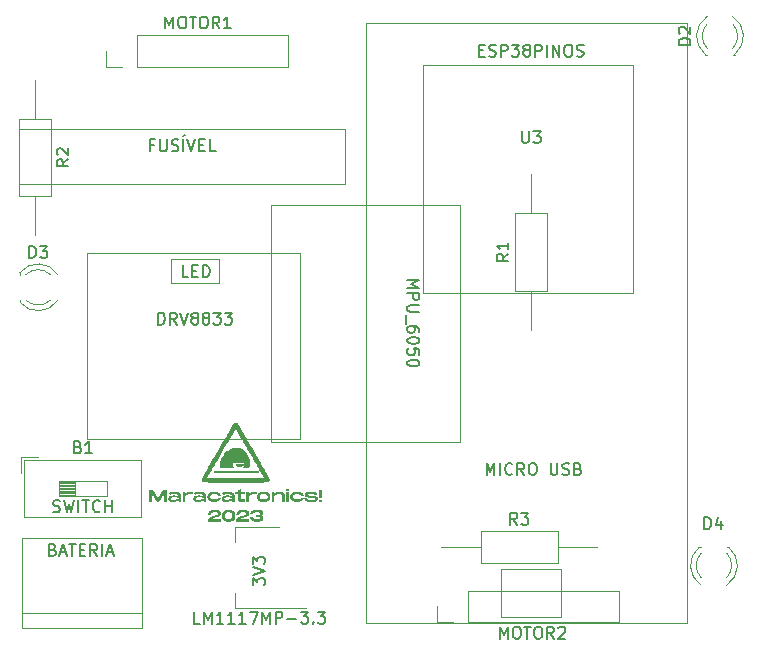
<source format=gbr>
%TF.GenerationSoftware,KiCad,Pcbnew,7.0.2*%
%TF.CreationDate,2023-08-19T23:37:56-03:00*%
%TF.ProjectId,Placa v1.1,506c6163-6120-4763-912e-312e6b696361,rev?*%
%TF.SameCoordinates,Original*%
%TF.FileFunction,Legend,Top*%
%TF.FilePolarity,Positive*%
%FSLAX46Y46*%
G04 Gerber Fmt 4.6, Leading zero omitted, Abs format (unit mm)*
G04 Created by KiCad (PCBNEW 7.0.2) date 2023-08-19 23:37:56*
%MOMM*%
%LPD*%
G01*
G04 APERTURE LIST*
%ADD10C,0.150000*%
%ADD11C,0.120000*%
G04 APERTURE END LIST*
D10*
G36*
X143191173Y-80170097D02*
G01*
X142850942Y-80170097D01*
X142440859Y-80861793D01*
X142030531Y-80170097D01*
X141690300Y-80170097D01*
X141690300Y-81150000D01*
X141942359Y-81150000D01*
X141942359Y-80478087D01*
X142349756Y-81150000D01*
X142531717Y-81150000D01*
X142939114Y-80478087D01*
X142939114Y-81150000D01*
X143191173Y-81150000D01*
X143191173Y-80170097D01*
G37*
G36*
X143889317Y-80309398D02*
G01*
X143920290Y-80310390D01*
X143950378Y-80312063D01*
X143979573Y-80314433D01*
X144007865Y-80317517D01*
X144035248Y-80321332D01*
X144061712Y-80325893D01*
X144087250Y-80331217D01*
X144111853Y-80337321D01*
X144135512Y-80344222D01*
X144158221Y-80351934D01*
X144179969Y-80360475D01*
X144200750Y-80369862D01*
X144220554Y-80380110D01*
X144239374Y-80391237D01*
X144257201Y-80403258D01*
X144274027Y-80416189D01*
X144289844Y-80430048D01*
X144304643Y-80444851D01*
X144318416Y-80460614D01*
X144331155Y-80477354D01*
X144342851Y-80495086D01*
X144353497Y-80513828D01*
X144363084Y-80533595D01*
X144371604Y-80554405D01*
X144379048Y-80576274D01*
X144385408Y-80599217D01*
X144390676Y-80623252D01*
X144394844Y-80648395D01*
X144397904Y-80674662D01*
X144399846Y-80702070D01*
X144400663Y-80730635D01*
X144400663Y-81151709D01*
X144159840Y-81151709D01*
X144159840Y-81049616D01*
X144146147Y-81056223D01*
X144132361Y-81062672D01*
X144118478Y-81068957D01*
X144104494Y-81075077D01*
X144090407Y-81081028D01*
X144076214Y-81086806D01*
X144061910Y-81092408D01*
X144047492Y-81097831D01*
X144032957Y-81103071D01*
X144018302Y-81108126D01*
X144003523Y-81112992D01*
X143988617Y-81117665D01*
X143973581Y-81122143D01*
X143958411Y-81126421D01*
X143943104Y-81130497D01*
X143927656Y-81134368D01*
X143912065Y-81138030D01*
X143896326Y-81141479D01*
X143880437Y-81144713D01*
X143864394Y-81147728D01*
X143848194Y-81150521D01*
X143831833Y-81153088D01*
X143815308Y-81155426D01*
X143798616Y-81157533D01*
X143781753Y-81159404D01*
X143764716Y-81161036D01*
X143747502Y-81162426D01*
X143730107Y-81163571D01*
X143712528Y-81164467D01*
X143694762Y-81165112D01*
X143676805Y-81165501D01*
X143658653Y-81165631D01*
X143637249Y-81165413D01*
X143616364Y-81164754D01*
X143596009Y-81163647D01*
X143576196Y-81162083D01*
X143556933Y-81160057D01*
X143538233Y-81157560D01*
X143520105Y-81154585D01*
X143502559Y-81151125D01*
X143485607Y-81147173D01*
X143469258Y-81142720D01*
X143453524Y-81137760D01*
X143438414Y-81132285D01*
X143423939Y-81126288D01*
X143410110Y-81119761D01*
X143396937Y-81112697D01*
X143384430Y-81105089D01*
X143372600Y-81096930D01*
X143361457Y-81088211D01*
X143351012Y-81078926D01*
X143341276Y-81069067D01*
X143332258Y-81058627D01*
X143323970Y-81047598D01*
X143316421Y-81035973D01*
X143309623Y-81023745D01*
X143303585Y-81010906D01*
X143298318Y-80997449D01*
X143293833Y-80983367D01*
X143290140Y-80968652D01*
X143287249Y-80953296D01*
X143285171Y-80937293D01*
X143283917Y-80920635D01*
X143283496Y-80903314D01*
X143283847Y-80893056D01*
X143522854Y-80893056D01*
X143523087Y-80901176D01*
X143524931Y-80916027D01*
X143528570Y-80929120D01*
X143533952Y-80940564D01*
X143541025Y-80950469D01*
X143549738Y-80958945D01*
X143560040Y-80966101D01*
X143571879Y-80972048D01*
X143585203Y-80976896D01*
X143599961Y-80980753D01*
X143616102Y-80983731D01*
X143633574Y-80985939D01*
X143652325Y-80987486D01*
X143662164Y-80988046D01*
X143672304Y-80988483D01*
X143682738Y-80988809D01*
X143693460Y-80989039D01*
X143704462Y-80989186D01*
X143715740Y-80989265D01*
X143727286Y-80989288D01*
X143739631Y-80989167D01*
X143752244Y-80988808D01*
X143765107Y-80988216D01*
X143778199Y-80987397D01*
X143791502Y-80986355D01*
X143804996Y-80985095D01*
X143818663Y-80983624D01*
X143832482Y-80981945D01*
X143846434Y-80980065D01*
X143860501Y-80977988D01*
X143874662Y-80975720D01*
X143888899Y-80973265D01*
X143903193Y-80970629D01*
X143917524Y-80967818D01*
X143931872Y-80964836D01*
X143946219Y-80961688D01*
X143960545Y-80958380D01*
X143974831Y-80954917D01*
X143989058Y-80951305D01*
X144003206Y-80947547D01*
X144017256Y-80943650D01*
X144031190Y-80939618D01*
X144044987Y-80935458D01*
X144058628Y-80931173D01*
X144072094Y-80926770D01*
X144085366Y-80922253D01*
X144098424Y-80917627D01*
X144111250Y-80912899D01*
X144123824Y-80908072D01*
X144136126Y-80903153D01*
X144148138Y-80898146D01*
X144159840Y-80893056D01*
X144159840Y-80827110D01*
X144151877Y-80824556D01*
X144135428Y-80819518D01*
X144118271Y-80814600D01*
X144100390Y-80809834D01*
X144081770Y-80805250D01*
X144072179Y-80803036D01*
X144062398Y-80800879D01*
X144052425Y-80798783D01*
X144042258Y-80796752D01*
X144031896Y-80794789D01*
X144021336Y-80792899D01*
X144010577Y-80791085D01*
X143999617Y-80789351D01*
X143988454Y-80787701D01*
X143977086Y-80786139D01*
X143965512Y-80784668D01*
X143953729Y-80783294D01*
X143941736Y-80782018D01*
X143929531Y-80780846D01*
X143917112Y-80779781D01*
X143904477Y-80778827D01*
X143891625Y-80777987D01*
X143878553Y-80777266D01*
X143865260Y-80776668D01*
X143851744Y-80776195D01*
X143838004Y-80775853D01*
X143824036Y-80775645D01*
X143809840Y-80775575D01*
X143793243Y-80775668D01*
X143777073Y-80775950D01*
X143761335Y-80776425D01*
X143746037Y-80777097D01*
X143731184Y-80777970D01*
X143716784Y-80779050D01*
X143702843Y-80780339D01*
X143689367Y-80781842D01*
X143676363Y-80783563D01*
X143663839Y-80785507D01*
X143651800Y-80787677D01*
X143640253Y-80790078D01*
X143629205Y-80792714D01*
X143618662Y-80795590D01*
X143608631Y-80798709D01*
X143599119Y-80802076D01*
X143581677Y-80809569D01*
X143566389Y-80818103D01*
X143553307Y-80827712D01*
X143542485Y-80838430D01*
X143533976Y-80850289D01*
X143527833Y-80863324D01*
X143524108Y-80877569D01*
X143522854Y-80893056D01*
X143283847Y-80893056D01*
X143284179Y-80883372D01*
X143286202Y-80864293D01*
X143289526Y-80846063D01*
X143294114Y-80828667D01*
X143299928Y-80812088D01*
X143306928Y-80796313D01*
X143315078Y-80781325D01*
X143324338Y-80767111D01*
X143334671Y-80753654D01*
X143346039Y-80740940D01*
X143358403Y-80728953D01*
X143371724Y-80717679D01*
X143385966Y-80707102D01*
X143401089Y-80697208D01*
X143417056Y-80687980D01*
X143433828Y-80679405D01*
X143451367Y-80671466D01*
X143469635Y-80664149D01*
X143488593Y-80657438D01*
X143508205Y-80651320D01*
X143528430Y-80645777D01*
X143549231Y-80640796D01*
X143570571Y-80636361D01*
X143592410Y-80632457D01*
X143614711Y-80629068D01*
X143637435Y-80626181D01*
X143660544Y-80623779D01*
X143684000Y-80621848D01*
X143707765Y-80620373D01*
X143731801Y-80619337D01*
X143756068Y-80618727D01*
X143780531Y-80618527D01*
X143793755Y-80618593D01*
X143806912Y-80618788D01*
X143819998Y-80619113D01*
X143833013Y-80619564D01*
X143845954Y-80620140D01*
X143858818Y-80620841D01*
X143871605Y-80621663D01*
X143884311Y-80622607D01*
X143896935Y-80623669D01*
X143909474Y-80624849D01*
X143921927Y-80626145D01*
X143934292Y-80627556D01*
X143946566Y-80629079D01*
X143958748Y-80630714D01*
X143970834Y-80632459D01*
X143982825Y-80634311D01*
X143994716Y-80636271D01*
X144006507Y-80638335D01*
X144018195Y-80640503D01*
X144029777Y-80642772D01*
X144041253Y-80645143D01*
X144052620Y-80647611D01*
X144063876Y-80650178D01*
X144075019Y-80652839D01*
X144086046Y-80655595D01*
X144096956Y-80658444D01*
X144107747Y-80661383D01*
X144118417Y-80664412D01*
X144128963Y-80667528D01*
X144139383Y-80670731D01*
X144149676Y-80674019D01*
X144159840Y-80677390D01*
X144159258Y-80663218D01*
X144157549Y-80649860D01*
X144154766Y-80637292D01*
X144150962Y-80625489D01*
X144146191Y-80614429D01*
X144140505Y-80604086D01*
X144133958Y-80594437D01*
X144126604Y-80585459D01*
X144118494Y-80577127D01*
X144109684Y-80569418D01*
X144100225Y-80562308D01*
X144090172Y-80555772D01*
X144079577Y-80549788D01*
X144068494Y-80544331D01*
X144056976Y-80539378D01*
X144045076Y-80534904D01*
X144032848Y-80530887D01*
X144020345Y-80527301D01*
X144007619Y-80524123D01*
X143994725Y-80521329D01*
X143981716Y-80518896D01*
X143968645Y-80516800D01*
X143955564Y-80515016D01*
X143942528Y-80513522D01*
X143929590Y-80512292D01*
X143916803Y-80511304D01*
X143904220Y-80510533D01*
X143891894Y-80509956D01*
X143879879Y-80509548D01*
X143868229Y-80509287D01*
X143856995Y-80509147D01*
X143846232Y-80509106D01*
X143836063Y-80509136D01*
X143825752Y-80509228D01*
X143815296Y-80509389D01*
X143804691Y-80509623D01*
X143793936Y-80509937D01*
X143783028Y-80510336D01*
X143771965Y-80510826D01*
X143760743Y-80511411D01*
X143749361Y-80512098D01*
X143737815Y-80512893D01*
X143726104Y-80513800D01*
X143714225Y-80514825D01*
X143702175Y-80515974D01*
X143689951Y-80517252D01*
X143677551Y-80518666D01*
X143664973Y-80520219D01*
X143652214Y-80521919D01*
X143639271Y-80523770D01*
X143626142Y-80525778D01*
X143612825Y-80527949D01*
X143599316Y-80530288D01*
X143585614Y-80532801D01*
X143571715Y-80535493D01*
X143557617Y-80538370D01*
X143543318Y-80541437D01*
X143528815Y-80544700D01*
X143514105Y-80548164D01*
X143499186Y-80551835D01*
X143484056Y-80555719D01*
X143468711Y-80559821D01*
X143453150Y-80564147D01*
X143437369Y-80568702D01*
X143352129Y-80394312D01*
X143367852Y-80389276D01*
X143383564Y-80384379D01*
X143399264Y-80379624D01*
X143414955Y-80375012D01*
X143430639Y-80370543D01*
X143446317Y-80366220D01*
X143461990Y-80362044D01*
X143477662Y-80358015D01*
X143493332Y-80354136D01*
X143509004Y-80350407D01*
X143524678Y-80346830D01*
X143540357Y-80343406D01*
X143556042Y-80340136D01*
X143571734Y-80337023D01*
X143587436Y-80334066D01*
X143603149Y-80331267D01*
X143618875Y-80328628D01*
X143634616Y-80326150D01*
X143650373Y-80323834D01*
X143666148Y-80321681D01*
X143681942Y-80319693D01*
X143697758Y-80317871D01*
X143713597Y-80316217D01*
X143729461Y-80314731D01*
X143745351Y-80313415D01*
X143761270Y-80312270D01*
X143777218Y-80311298D01*
X143793198Y-80310500D01*
X143809211Y-80309877D01*
X143825259Y-80309430D01*
X143841344Y-80309161D01*
X143857467Y-80309071D01*
X143889317Y-80309398D01*
G37*
G36*
X145169051Y-80309071D02*
G01*
X145154650Y-80309199D01*
X145140301Y-80309584D01*
X145126005Y-80310231D01*
X145111765Y-80311145D01*
X145097584Y-80312330D01*
X145083465Y-80313790D01*
X145069410Y-80315530D01*
X145055421Y-80317555D01*
X145041501Y-80319868D01*
X145027653Y-80322475D01*
X145013879Y-80325379D01*
X145000182Y-80328585D01*
X144986563Y-80332097D01*
X144973027Y-80335920D01*
X144959575Y-80340059D01*
X144946210Y-80344517D01*
X144932934Y-80349300D01*
X144919751Y-80354411D01*
X144906662Y-80359855D01*
X144893670Y-80365636D01*
X144880777Y-80371759D01*
X144867987Y-80378229D01*
X144855302Y-80385049D01*
X144842724Y-80392225D01*
X144830255Y-80399760D01*
X144817899Y-80407659D01*
X144805658Y-80415926D01*
X144793535Y-80424566D01*
X144781531Y-80433584D01*
X144769651Y-80442983D01*
X144757895Y-80452768D01*
X144746267Y-80462944D01*
X144746267Y-80322993D01*
X144506909Y-80322993D01*
X144506909Y-81147557D01*
X144746267Y-81147557D01*
X144746267Y-80653454D01*
X144759938Y-80643069D01*
X144773654Y-80633157D01*
X144787410Y-80623708D01*
X144801200Y-80614714D01*
X144815020Y-80606164D01*
X144828864Y-80598049D01*
X144842727Y-80590361D01*
X144856603Y-80583089D01*
X144870489Y-80576224D01*
X144884377Y-80569757D01*
X144898264Y-80563678D01*
X144912144Y-80557979D01*
X144926012Y-80552649D01*
X144939862Y-80547679D01*
X144953690Y-80543059D01*
X144967490Y-80538782D01*
X144981257Y-80534836D01*
X144994986Y-80531213D01*
X145008672Y-80527903D01*
X145022309Y-80524897D01*
X145035892Y-80522186D01*
X145049417Y-80519759D01*
X145062878Y-80517608D01*
X145076269Y-80515724D01*
X145089586Y-80514096D01*
X145102824Y-80512716D01*
X145115977Y-80511574D01*
X145129039Y-80510660D01*
X145142007Y-80509966D01*
X145154874Y-80509482D01*
X145167635Y-80509199D01*
X145180286Y-80509106D01*
X145193352Y-80509207D01*
X145206285Y-80509512D01*
X145219117Y-80510024D01*
X145231883Y-80510747D01*
X145244614Y-80511685D01*
X145257343Y-80512841D01*
X145270104Y-80514220D01*
X145282929Y-80515823D01*
X145295852Y-80517655D01*
X145308905Y-80519720D01*
X145322121Y-80522021D01*
X145335533Y-80524562D01*
X145349174Y-80527346D01*
X145363077Y-80530377D01*
X145377275Y-80533659D01*
X145391801Y-80537194D01*
X145391801Y-80336915D01*
X145381160Y-80334308D01*
X145370198Y-80331722D01*
X145358888Y-80329176D01*
X145347207Y-80326691D01*
X145335130Y-80324288D01*
X145322631Y-80321987D01*
X145309686Y-80319808D01*
X145296271Y-80317773D01*
X145282361Y-80315900D01*
X145267931Y-80314210D01*
X145252956Y-80312725D01*
X145237412Y-80311464D01*
X145221275Y-80310448D01*
X145204518Y-80309697D01*
X145187119Y-80309231D01*
X145169051Y-80309071D01*
G37*
G36*
X146009345Y-80309398D02*
G01*
X146040318Y-80310390D01*
X146070406Y-80312063D01*
X146099601Y-80314433D01*
X146127893Y-80317517D01*
X146155276Y-80321332D01*
X146181740Y-80325893D01*
X146207278Y-80331217D01*
X146231881Y-80337321D01*
X146255540Y-80344222D01*
X146278249Y-80351934D01*
X146299997Y-80360475D01*
X146320778Y-80369862D01*
X146340582Y-80380110D01*
X146359402Y-80391237D01*
X146377229Y-80403258D01*
X146394055Y-80416189D01*
X146409872Y-80430048D01*
X146424671Y-80444851D01*
X146438444Y-80460614D01*
X146451183Y-80477354D01*
X146462879Y-80495086D01*
X146473525Y-80513828D01*
X146483112Y-80533595D01*
X146491632Y-80554405D01*
X146499076Y-80576274D01*
X146505436Y-80599217D01*
X146510704Y-80623252D01*
X146514872Y-80648395D01*
X146517931Y-80674662D01*
X146519874Y-80702070D01*
X146520691Y-80730635D01*
X146520691Y-81151709D01*
X146279868Y-81151709D01*
X146279868Y-81049616D01*
X146266175Y-81056223D01*
X146252389Y-81062672D01*
X146238506Y-81068957D01*
X146224522Y-81075077D01*
X146210435Y-81081028D01*
X146196242Y-81086806D01*
X146181937Y-81092408D01*
X146167520Y-81097831D01*
X146152985Y-81103071D01*
X146138330Y-81108126D01*
X146123551Y-81112992D01*
X146108645Y-81117665D01*
X146093609Y-81122143D01*
X146078439Y-81126421D01*
X146063132Y-81130497D01*
X146047684Y-81134368D01*
X146032093Y-81138030D01*
X146016354Y-81141479D01*
X146000465Y-81144713D01*
X145984422Y-81147728D01*
X145968222Y-81150521D01*
X145951861Y-81153088D01*
X145935336Y-81155426D01*
X145918644Y-81157533D01*
X145901781Y-81159404D01*
X145884744Y-81161036D01*
X145867530Y-81162426D01*
X145850135Y-81163571D01*
X145832556Y-81164467D01*
X145814790Y-81165112D01*
X145796833Y-81165501D01*
X145778681Y-81165631D01*
X145757276Y-81165413D01*
X145736392Y-81164754D01*
X145716037Y-81163647D01*
X145696224Y-81162083D01*
X145676961Y-81160057D01*
X145658261Y-81157560D01*
X145640133Y-81154585D01*
X145622587Y-81151125D01*
X145605635Y-81147173D01*
X145589286Y-81142720D01*
X145573552Y-81137760D01*
X145558442Y-81132285D01*
X145543967Y-81126288D01*
X145530138Y-81119761D01*
X145516964Y-81112697D01*
X145504458Y-81105089D01*
X145492628Y-81096930D01*
X145481485Y-81088211D01*
X145471040Y-81078926D01*
X145461304Y-81069067D01*
X145452286Y-81058627D01*
X145443998Y-81047598D01*
X145436449Y-81035973D01*
X145429651Y-81023745D01*
X145423613Y-81010906D01*
X145418346Y-80997449D01*
X145413861Y-80983367D01*
X145410167Y-80968652D01*
X145407277Y-80953296D01*
X145405199Y-80937293D01*
X145403945Y-80920635D01*
X145403524Y-80903314D01*
X145403875Y-80893056D01*
X145642882Y-80893056D01*
X145643115Y-80901176D01*
X145644959Y-80916027D01*
X145648598Y-80929120D01*
X145653979Y-80940564D01*
X145661053Y-80950469D01*
X145669766Y-80958945D01*
X145680068Y-80966101D01*
X145691907Y-80972048D01*
X145705231Y-80976896D01*
X145719989Y-80980753D01*
X145736130Y-80983731D01*
X145753602Y-80985939D01*
X145772353Y-80987486D01*
X145782192Y-80988046D01*
X145792332Y-80988483D01*
X145802766Y-80988809D01*
X145813487Y-80989039D01*
X145824490Y-80989186D01*
X145835768Y-80989265D01*
X145847313Y-80989288D01*
X145859659Y-80989167D01*
X145872272Y-80988808D01*
X145885135Y-80988216D01*
X145898227Y-80987397D01*
X145911530Y-80986355D01*
X145925024Y-80985095D01*
X145938691Y-80983624D01*
X145952510Y-80981945D01*
X145966462Y-80980065D01*
X145980529Y-80977988D01*
X145994690Y-80975720D01*
X146008927Y-80973265D01*
X146023221Y-80970629D01*
X146037551Y-80967818D01*
X146051900Y-80964836D01*
X146066247Y-80961688D01*
X146080573Y-80958380D01*
X146094859Y-80954917D01*
X146109086Y-80951305D01*
X146123234Y-80947547D01*
X146137284Y-80943650D01*
X146151218Y-80939618D01*
X146165014Y-80935458D01*
X146178656Y-80931173D01*
X146192122Y-80926770D01*
X146205394Y-80922253D01*
X146218452Y-80917627D01*
X146231278Y-80912899D01*
X146243852Y-80908072D01*
X146256154Y-80903153D01*
X146268166Y-80898146D01*
X146279868Y-80893056D01*
X146279868Y-80827110D01*
X146271905Y-80824556D01*
X146255456Y-80819518D01*
X146238299Y-80814600D01*
X146220417Y-80809834D01*
X146201798Y-80805250D01*
X146192207Y-80803036D01*
X146182426Y-80800879D01*
X146172453Y-80798783D01*
X146162286Y-80796752D01*
X146151924Y-80794789D01*
X146141364Y-80792899D01*
X146130605Y-80791085D01*
X146119645Y-80789351D01*
X146108482Y-80787701D01*
X146097114Y-80786139D01*
X146085539Y-80784668D01*
X146073757Y-80783294D01*
X146061764Y-80782018D01*
X146049559Y-80780846D01*
X146037140Y-80779781D01*
X146024505Y-80778827D01*
X146011653Y-80777987D01*
X145998581Y-80777266D01*
X145985288Y-80776668D01*
X145971772Y-80776195D01*
X145958031Y-80775853D01*
X145944064Y-80775645D01*
X145929868Y-80775575D01*
X145913271Y-80775668D01*
X145897101Y-80775950D01*
X145881363Y-80776425D01*
X145866065Y-80777097D01*
X145851212Y-80777970D01*
X145836812Y-80779050D01*
X145822870Y-80780339D01*
X145809395Y-80781842D01*
X145796391Y-80783563D01*
X145783867Y-80785507D01*
X145771828Y-80787677D01*
X145760281Y-80790078D01*
X145749233Y-80792714D01*
X145738690Y-80795590D01*
X145728659Y-80798709D01*
X145719147Y-80802076D01*
X145701705Y-80809569D01*
X145686417Y-80818103D01*
X145673335Y-80827712D01*
X145662513Y-80838430D01*
X145654004Y-80850289D01*
X145647861Y-80863324D01*
X145644136Y-80877569D01*
X145642882Y-80893056D01*
X145403875Y-80893056D01*
X145404207Y-80883372D01*
X145406230Y-80864293D01*
X145409554Y-80846063D01*
X145414142Y-80828667D01*
X145419956Y-80812088D01*
X145426956Y-80796313D01*
X145435106Y-80781325D01*
X145444366Y-80767111D01*
X145454699Y-80753654D01*
X145466067Y-80740940D01*
X145478430Y-80728953D01*
X145491752Y-80717679D01*
X145505994Y-80707102D01*
X145521117Y-80697208D01*
X145537084Y-80687980D01*
X145553856Y-80679405D01*
X145571395Y-80671466D01*
X145589663Y-80664149D01*
X145608621Y-80657438D01*
X145628232Y-80651320D01*
X145648458Y-80645777D01*
X145669259Y-80640796D01*
X145690599Y-80636361D01*
X145712438Y-80632457D01*
X145734739Y-80629068D01*
X145757463Y-80626181D01*
X145780572Y-80623779D01*
X145804028Y-80621848D01*
X145827793Y-80620373D01*
X145851829Y-80619337D01*
X145876096Y-80618727D01*
X145900558Y-80618527D01*
X145913783Y-80618593D01*
X145926940Y-80618788D01*
X145940026Y-80619113D01*
X145953041Y-80619564D01*
X145965982Y-80620140D01*
X145978846Y-80620841D01*
X145991633Y-80621663D01*
X146004339Y-80622607D01*
X146016963Y-80623669D01*
X146029502Y-80624849D01*
X146041955Y-80626145D01*
X146054320Y-80627556D01*
X146066594Y-80629079D01*
X146078775Y-80630714D01*
X146090862Y-80632459D01*
X146102853Y-80634311D01*
X146114744Y-80636271D01*
X146126535Y-80638335D01*
X146138223Y-80640503D01*
X146149805Y-80642772D01*
X146161281Y-80645143D01*
X146172648Y-80647611D01*
X146183904Y-80650178D01*
X146195047Y-80652839D01*
X146206074Y-80655595D01*
X146216984Y-80658444D01*
X146227775Y-80661383D01*
X146238445Y-80664412D01*
X146248991Y-80667528D01*
X146259411Y-80670731D01*
X146269704Y-80674019D01*
X146279868Y-80677390D01*
X146279286Y-80663218D01*
X146277577Y-80649860D01*
X146274794Y-80637292D01*
X146270990Y-80625489D01*
X146266219Y-80614429D01*
X146260533Y-80604086D01*
X146253986Y-80594437D01*
X146246631Y-80585459D01*
X146238522Y-80577127D01*
X146229712Y-80569418D01*
X146220253Y-80562308D01*
X146210200Y-80555772D01*
X146199605Y-80549788D01*
X146188522Y-80544331D01*
X146177004Y-80539378D01*
X146165104Y-80534904D01*
X146152876Y-80530887D01*
X146140372Y-80527301D01*
X146127647Y-80524123D01*
X146114753Y-80521329D01*
X146101744Y-80518896D01*
X146088672Y-80516800D01*
X146075592Y-80515016D01*
X146062556Y-80513522D01*
X146049618Y-80512292D01*
X146036831Y-80511304D01*
X146024248Y-80510533D01*
X146011922Y-80509956D01*
X145999907Y-80509548D01*
X145988256Y-80509287D01*
X145977023Y-80509147D01*
X145966260Y-80509106D01*
X145956091Y-80509136D01*
X145945780Y-80509228D01*
X145935323Y-80509389D01*
X145924719Y-80509623D01*
X145913964Y-80509937D01*
X145903056Y-80510336D01*
X145891993Y-80510826D01*
X145880771Y-80511411D01*
X145869389Y-80512098D01*
X145857843Y-80512893D01*
X145846132Y-80513800D01*
X145834253Y-80514825D01*
X145822202Y-80515974D01*
X145809979Y-80517252D01*
X145797579Y-80518666D01*
X145785001Y-80520219D01*
X145772242Y-80521919D01*
X145759299Y-80523770D01*
X145746170Y-80525778D01*
X145732853Y-80527949D01*
X145719344Y-80530288D01*
X145705641Y-80532801D01*
X145691743Y-80535493D01*
X145677645Y-80538370D01*
X145663346Y-80541437D01*
X145648843Y-80544700D01*
X145634133Y-80548164D01*
X145619214Y-80551835D01*
X145604084Y-80555719D01*
X145588739Y-80559821D01*
X145573178Y-80564147D01*
X145557397Y-80568702D01*
X145472156Y-80394312D01*
X145487880Y-80389276D01*
X145503592Y-80384379D01*
X145519292Y-80379624D01*
X145534983Y-80375012D01*
X145550667Y-80370543D01*
X145566345Y-80366220D01*
X145582018Y-80362044D01*
X145597690Y-80358015D01*
X145613360Y-80354136D01*
X145629032Y-80350407D01*
X145644706Y-80346830D01*
X145660385Y-80343406D01*
X145676069Y-80340136D01*
X145691762Y-80337023D01*
X145707464Y-80334066D01*
X145723177Y-80331267D01*
X145738903Y-80328628D01*
X145754644Y-80326150D01*
X145770401Y-80323834D01*
X145786176Y-80321681D01*
X145801970Y-80319693D01*
X145817786Y-80317871D01*
X145833625Y-80316217D01*
X145849489Y-80314731D01*
X145865379Y-80313415D01*
X145881297Y-80312270D01*
X145897246Y-80311298D01*
X145913226Y-80310500D01*
X145929239Y-80309877D01*
X145945287Y-80309430D01*
X145961372Y-80309161D01*
X145977495Y-80309071D01*
X146009345Y-80309398D01*
G37*
G36*
X146604222Y-80736496D02*
G01*
X146604891Y-80764387D01*
X146606884Y-80791233D01*
X146610179Y-80817045D01*
X146614754Y-80841834D01*
X146620589Y-80865610D01*
X146627660Y-80888383D01*
X146635948Y-80910164D01*
X146645430Y-80930963D01*
X146656085Y-80950791D01*
X146667892Y-80969658D01*
X146680827Y-80987574D01*
X146694871Y-81004550D01*
X146710002Y-81020597D01*
X146726198Y-81035724D01*
X146743437Y-81049943D01*
X146761698Y-81063263D01*
X146780959Y-81075695D01*
X146801199Y-81087249D01*
X146822396Y-81097936D01*
X146844529Y-81107767D01*
X146867577Y-81116751D01*
X146891516Y-81124899D01*
X146916327Y-81132222D01*
X146941987Y-81138730D01*
X146968475Y-81144433D01*
X146995769Y-81149342D01*
X147023849Y-81153467D01*
X147052691Y-81156819D01*
X147082275Y-81159407D01*
X147112579Y-81161244D01*
X147143582Y-81162338D01*
X147175262Y-81162700D01*
X147203889Y-81162404D01*
X147231964Y-81161511D01*
X147259473Y-81160013D01*
X147286400Y-81157902D01*
X147312727Y-81155172D01*
X147338441Y-81151813D01*
X147363525Y-81147820D01*
X147387963Y-81143184D01*
X147411740Y-81137897D01*
X147434839Y-81131952D01*
X147457245Y-81125342D01*
X147478942Y-81118058D01*
X147499915Y-81110094D01*
X147520147Y-81101441D01*
X147539622Y-81092092D01*
X147558326Y-81082039D01*
X147576242Y-81071275D01*
X147593355Y-81059792D01*
X147609647Y-81047583D01*
X147625105Y-81034640D01*
X147639712Y-81020955D01*
X147653452Y-81006520D01*
X147666309Y-80991329D01*
X147678269Y-80975373D01*
X147689314Y-80958646D01*
X147699429Y-80941138D01*
X147708598Y-80922844D01*
X147716806Y-80903754D01*
X147724037Y-80883862D01*
X147730274Y-80863160D01*
X147735503Y-80841640D01*
X147739707Y-80819295D01*
X147494487Y-80819295D01*
X147491249Y-80829096D01*
X147487537Y-80838491D01*
X147483355Y-80847487D01*
X147478707Y-80856089D01*
X147468027Y-80872138D01*
X147455531Y-80886687D01*
X147441248Y-80899786D01*
X147433446Y-80905808D01*
X147425210Y-80911485D01*
X147416543Y-80916826D01*
X147407450Y-80921835D01*
X147397933Y-80926518D01*
X147387997Y-80930883D01*
X147377647Y-80934935D01*
X147366885Y-80938681D01*
X147355716Y-80942126D01*
X147344144Y-80945278D01*
X147332173Y-80948141D01*
X147319806Y-80950723D01*
X147307048Y-80953030D01*
X147293903Y-80955067D01*
X147280374Y-80956841D01*
X147266465Y-80958359D01*
X147252181Y-80959626D01*
X147237525Y-80960649D01*
X147222501Y-80961433D01*
X147207113Y-80961986D01*
X147191365Y-80962313D01*
X147175262Y-80962421D01*
X147156217Y-80962259D01*
X147137646Y-80961765D01*
X147119560Y-80960928D01*
X147101965Y-80959736D01*
X147084871Y-80958178D01*
X147068286Y-80956243D01*
X147052218Y-80953920D01*
X147036677Y-80951197D01*
X147021670Y-80948063D01*
X147007206Y-80944507D01*
X146993293Y-80940517D01*
X146979941Y-80936081D01*
X146967157Y-80931190D01*
X146954950Y-80925831D01*
X146943329Y-80919992D01*
X146932301Y-80913664D01*
X146921876Y-80906834D01*
X146912062Y-80899491D01*
X146902868Y-80891624D01*
X146894301Y-80883221D01*
X146886372Y-80874271D01*
X146879087Y-80864764D01*
X146872455Y-80854686D01*
X146866485Y-80844028D01*
X146861186Y-80832778D01*
X146856566Y-80820924D01*
X146852634Y-80808456D01*
X146849397Y-80795361D01*
X146846865Y-80781629D01*
X146845046Y-80767249D01*
X146843948Y-80752208D01*
X146843580Y-80736496D01*
X146843948Y-80720673D01*
X146845046Y-80705526D01*
X146846865Y-80691045D01*
X146849397Y-80677218D01*
X146852634Y-80664033D01*
X146856566Y-80651480D01*
X146861186Y-80639546D01*
X146866485Y-80628220D01*
X146872455Y-80617492D01*
X146879087Y-80607348D01*
X146886372Y-80597779D01*
X146894301Y-80588771D01*
X146902868Y-80580315D01*
X146912062Y-80572399D01*
X146921876Y-80565010D01*
X146932301Y-80558138D01*
X146943329Y-80551771D01*
X146954950Y-80545898D01*
X146967157Y-80540507D01*
X146979941Y-80535588D01*
X146993293Y-80531127D01*
X147007206Y-80527114D01*
X147021670Y-80523538D01*
X147036677Y-80520387D01*
X147052218Y-80517650D01*
X147068286Y-80515314D01*
X147084871Y-80513370D01*
X147101965Y-80511804D01*
X147119560Y-80510607D01*
X147137646Y-80509766D01*
X147156217Y-80509269D01*
X147175262Y-80509106D01*
X147191365Y-80509215D01*
X147207113Y-80509544D01*
X147222501Y-80510100D01*
X147237525Y-80510889D01*
X147252181Y-80511917D01*
X147266465Y-80513191D01*
X147280374Y-80514716D01*
X147293903Y-80516498D01*
X147307048Y-80518545D01*
X147319806Y-80520861D01*
X147332173Y-80523453D01*
X147344144Y-80526327D01*
X147355716Y-80529489D01*
X147366885Y-80532946D01*
X147377647Y-80536703D01*
X147387997Y-80540766D01*
X147397933Y-80545143D01*
X147407450Y-80549838D01*
X147416543Y-80554858D01*
X147425210Y-80560209D01*
X147433446Y-80565897D01*
X147441248Y-80571929D01*
X147455531Y-80585047D01*
X147468027Y-80599611D01*
X147478707Y-80615672D01*
X147483355Y-80624279D01*
X147487537Y-80633277D01*
X147491249Y-80642675D01*
X147494487Y-80652477D01*
X147739707Y-80652477D01*
X147735503Y-80630132D01*
X147730274Y-80608612D01*
X147724037Y-80587910D01*
X147716806Y-80568017D01*
X147708598Y-80548928D01*
X147699429Y-80530633D01*
X147689314Y-80513126D01*
X147678269Y-80496398D01*
X147666309Y-80480442D01*
X147653452Y-80465251D01*
X147639712Y-80450817D01*
X147625105Y-80437132D01*
X147609647Y-80424189D01*
X147593355Y-80411979D01*
X147576242Y-80400497D01*
X147558326Y-80389733D01*
X147539622Y-80379680D01*
X147520147Y-80370331D01*
X147499915Y-80361678D01*
X147478942Y-80353713D01*
X147457245Y-80346430D01*
X147434839Y-80339819D01*
X147411740Y-80333875D01*
X147387963Y-80328588D01*
X147363525Y-80323952D01*
X147338441Y-80319958D01*
X147312727Y-80316600D01*
X147286400Y-80313869D01*
X147259473Y-80311759D01*
X147231964Y-80310261D01*
X147203889Y-80309367D01*
X147175262Y-80309071D01*
X147143582Y-80309434D01*
X147112579Y-80310528D01*
X147082275Y-80312365D01*
X147052691Y-80314955D01*
X147023849Y-80318309D01*
X146995769Y-80322438D01*
X146968475Y-80327351D01*
X146941987Y-80333061D01*
X146916327Y-80339576D01*
X146891516Y-80346909D01*
X146867577Y-80355070D01*
X146844529Y-80364069D01*
X146822396Y-80373917D01*
X146801199Y-80384625D01*
X146780959Y-80396203D01*
X146761698Y-80408661D01*
X146743437Y-80422012D01*
X146726198Y-80436265D01*
X146710002Y-80451430D01*
X146694871Y-80467519D01*
X146680827Y-80484542D01*
X146667892Y-80502510D01*
X146656085Y-80521434D01*
X146645430Y-80541323D01*
X146635948Y-80562190D01*
X146627660Y-80584043D01*
X146620589Y-80606895D01*
X146614754Y-80630755D01*
X146610179Y-80655635D01*
X146606884Y-80681545D01*
X146604891Y-80708495D01*
X146604222Y-80736496D01*
G37*
G36*
X148400971Y-80309398D02*
G01*
X148431944Y-80310390D01*
X148462032Y-80312063D01*
X148491227Y-80314433D01*
X148519519Y-80317517D01*
X148546902Y-80321332D01*
X148573366Y-80325893D01*
X148598904Y-80331217D01*
X148623507Y-80337321D01*
X148647166Y-80344222D01*
X148669875Y-80351934D01*
X148691623Y-80360475D01*
X148712404Y-80369862D01*
X148732208Y-80380110D01*
X148751028Y-80391237D01*
X148768855Y-80403258D01*
X148785681Y-80416189D01*
X148801497Y-80430048D01*
X148816296Y-80444851D01*
X148830070Y-80460614D01*
X148842809Y-80477354D01*
X148854505Y-80495086D01*
X148865151Y-80513828D01*
X148874738Y-80533595D01*
X148883258Y-80554405D01*
X148890702Y-80576274D01*
X148897062Y-80599217D01*
X148902330Y-80623252D01*
X148906498Y-80648395D01*
X148909557Y-80674662D01*
X148911500Y-80702070D01*
X148912317Y-80730635D01*
X148912317Y-81151709D01*
X148671494Y-81151709D01*
X148671494Y-81049616D01*
X148657801Y-81056223D01*
X148644015Y-81062672D01*
X148630132Y-81068957D01*
X148616148Y-81075077D01*
X148602061Y-81081028D01*
X148587867Y-81086806D01*
X148573563Y-81092408D01*
X148559146Y-81097831D01*
X148544611Y-81103071D01*
X148529956Y-81108126D01*
X148515177Y-81112992D01*
X148500271Y-81117665D01*
X148485235Y-81122143D01*
X148470065Y-81126421D01*
X148454758Y-81130497D01*
X148439310Y-81134368D01*
X148423719Y-81138030D01*
X148407980Y-81141479D01*
X148392091Y-81144713D01*
X148376048Y-81147728D01*
X148359848Y-81150521D01*
X148343487Y-81153088D01*
X148326962Y-81155426D01*
X148310270Y-81157533D01*
X148293407Y-81159404D01*
X148276370Y-81161036D01*
X148259156Y-81162426D01*
X148241761Y-81163571D01*
X148224182Y-81164467D01*
X148206416Y-81165112D01*
X148188459Y-81165501D01*
X148170307Y-81165631D01*
X148148902Y-81165413D01*
X148128018Y-81164754D01*
X148107663Y-81163647D01*
X148087849Y-81162083D01*
X148068587Y-81160057D01*
X148049887Y-81157560D01*
X148031759Y-81154585D01*
X148014213Y-81151125D01*
X147997261Y-81147173D01*
X147980912Y-81142720D01*
X147965178Y-81137760D01*
X147950068Y-81132285D01*
X147935593Y-81126288D01*
X147921764Y-81119761D01*
X147908590Y-81112697D01*
X147896084Y-81105089D01*
X147884254Y-81096930D01*
X147873111Y-81088211D01*
X147862666Y-81078926D01*
X147852930Y-81069067D01*
X147843912Y-81058627D01*
X147835624Y-81047598D01*
X147828075Y-81035973D01*
X147821277Y-81023745D01*
X147815239Y-81010906D01*
X147809972Y-80997449D01*
X147805487Y-80983367D01*
X147801793Y-80968652D01*
X147798903Y-80953296D01*
X147796825Y-80937293D01*
X147795571Y-80920635D01*
X147795150Y-80903314D01*
X147795501Y-80893056D01*
X148034508Y-80893056D01*
X148034741Y-80901176D01*
X148036585Y-80916027D01*
X148040224Y-80929120D01*
X148045605Y-80940564D01*
X148052679Y-80950469D01*
X148061392Y-80958945D01*
X148071694Y-80966101D01*
X148083533Y-80972048D01*
X148096857Y-80976896D01*
X148111615Y-80980753D01*
X148127756Y-80983731D01*
X148145228Y-80985939D01*
X148163979Y-80987486D01*
X148173818Y-80988046D01*
X148183958Y-80988483D01*
X148194392Y-80988809D01*
X148205113Y-80989039D01*
X148216116Y-80989186D01*
X148227394Y-80989265D01*
X148238939Y-80989288D01*
X148251285Y-80989167D01*
X148263898Y-80988808D01*
X148276761Y-80988216D01*
X148289853Y-80987397D01*
X148303156Y-80986355D01*
X148316650Y-80985095D01*
X148330317Y-80983624D01*
X148344136Y-80981945D01*
X148358088Y-80980065D01*
X148372155Y-80977988D01*
X148386316Y-80975720D01*
X148400553Y-80973265D01*
X148414847Y-80970629D01*
X148429177Y-80967818D01*
X148443526Y-80964836D01*
X148457873Y-80961688D01*
X148472199Y-80958380D01*
X148486485Y-80954917D01*
X148500712Y-80951305D01*
X148514860Y-80947547D01*
X148528910Y-80943650D01*
X148542844Y-80939618D01*
X148556640Y-80935458D01*
X148570282Y-80931173D01*
X148583748Y-80926770D01*
X148597020Y-80922253D01*
X148610078Y-80917627D01*
X148622904Y-80912899D01*
X148635478Y-80908072D01*
X148647780Y-80903153D01*
X148659792Y-80898146D01*
X148671494Y-80893056D01*
X148671494Y-80827110D01*
X148663531Y-80824556D01*
X148647082Y-80819518D01*
X148629925Y-80814600D01*
X148612043Y-80809834D01*
X148593424Y-80805250D01*
X148583833Y-80803036D01*
X148574052Y-80800879D01*
X148564079Y-80798783D01*
X148553912Y-80796752D01*
X148543549Y-80794789D01*
X148532990Y-80792899D01*
X148522231Y-80791085D01*
X148511271Y-80789351D01*
X148500108Y-80787701D01*
X148488740Y-80786139D01*
X148477165Y-80784668D01*
X148465383Y-80783294D01*
X148453390Y-80782018D01*
X148441185Y-80780846D01*
X148428766Y-80779781D01*
X148416131Y-80778827D01*
X148403279Y-80777987D01*
X148390207Y-80777266D01*
X148376914Y-80776668D01*
X148363398Y-80776195D01*
X148349657Y-80775853D01*
X148335690Y-80775645D01*
X148321494Y-80775575D01*
X148304897Y-80775668D01*
X148288727Y-80775950D01*
X148272989Y-80776425D01*
X148257691Y-80777097D01*
X148242838Y-80777970D01*
X148228438Y-80779050D01*
X148214496Y-80780339D01*
X148201021Y-80781842D01*
X148188017Y-80783563D01*
X148175493Y-80785507D01*
X148163454Y-80787677D01*
X148151907Y-80790078D01*
X148140859Y-80792714D01*
X148130316Y-80795590D01*
X148120285Y-80798709D01*
X148110773Y-80802076D01*
X148093331Y-80809569D01*
X148078043Y-80818103D01*
X148064961Y-80827712D01*
X148054139Y-80838430D01*
X148045630Y-80850289D01*
X148039487Y-80863324D01*
X148035762Y-80877569D01*
X148034508Y-80893056D01*
X147795501Y-80893056D01*
X147795833Y-80883372D01*
X147797856Y-80864293D01*
X147801180Y-80846063D01*
X147805768Y-80828667D01*
X147811582Y-80812088D01*
X147818582Y-80796313D01*
X147826732Y-80781325D01*
X147835992Y-80767111D01*
X147846325Y-80753654D01*
X147857693Y-80740940D01*
X147870056Y-80728953D01*
X147883378Y-80717679D01*
X147897620Y-80707102D01*
X147912743Y-80697208D01*
X147928710Y-80687980D01*
X147945482Y-80679405D01*
X147963021Y-80671466D01*
X147981289Y-80664149D01*
X148000247Y-80657438D01*
X148019858Y-80651320D01*
X148040084Y-80645777D01*
X148060885Y-80640796D01*
X148082225Y-80636361D01*
X148104064Y-80632457D01*
X148126365Y-80629068D01*
X148149089Y-80626181D01*
X148172198Y-80623779D01*
X148195654Y-80621848D01*
X148219419Y-80620373D01*
X148243454Y-80619337D01*
X148267722Y-80618727D01*
X148292184Y-80618527D01*
X148305409Y-80618593D01*
X148318566Y-80618788D01*
X148331652Y-80619113D01*
X148344667Y-80619564D01*
X148357608Y-80620140D01*
X148370472Y-80620841D01*
X148383259Y-80621663D01*
X148395965Y-80622607D01*
X148408589Y-80623669D01*
X148421128Y-80624849D01*
X148433581Y-80626145D01*
X148445946Y-80627556D01*
X148458220Y-80629079D01*
X148470401Y-80630714D01*
X148482488Y-80632459D01*
X148494479Y-80634311D01*
X148506370Y-80636271D01*
X148518161Y-80638335D01*
X148529848Y-80640503D01*
X148541431Y-80642772D01*
X148552907Y-80645143D01*
X148564274Y-80647611D01*
X148575530Y-80650178D01*
X148586673Y-80652839D01*
X148597700Y-80655595D01*
X148608610Y-80658444D01*
X148619401Y-80661383D01*
X148630071Y-80664412D01*
X148640617Y-80667528D01*
X148651037Y-80670731D01*
X148661330Y-80674019D01*
X148671494Y-80677390D01*
X148670912Y-80663218D01*
X148669203Y-80649860D01*
X148666420Y-80637292D01*
X148662616Y-80625489D01*
X148657845Y-80614429D01*
X148652159Y-80604086D01*
X148645612Y-80594437D01*
X148638257Y-80585459D01*
X148630148Y-80577127D01*
X148621338Y-80569418D01*
X148611879Y-80562308D01*
X148601826Y-80555772D01*
X148591231Y-80549788D01*
X148580148Y-80544331D01*
X148568630Y-80539378D01*
X148556730Y-80534904D01*
X148544502Y-80530887D01*
X148531998Y-80527301D01*
X148519273Y-80524123D01*
X148506379Y-80521329D01*
X148493370Y-80518896D01*
X148480298Y-80516800D01*
X148467218Y-80515016D01*
X148454182Y-80513522D01*
X148441244Y-80512292D01*
X148428457Y-80511304D01*
X148415874Y-80510533D01*
X148403548Y-80509956D01*
X148391533Y-80509548D01*
X148379882Y-80509287D01*
X148368649Y-80509147D01*
X148357886Y-80509106D01*
X148347717Y-80509136D01*
X148337406Y-80509228D01*
X148326949Y-80509389D01*
X148316345Y-80509623D01*
X148305590Y-80509937D01*
X148294682Y-80510336D01*
X148283618Y-80510826D01*
X148272397Y-80511411D01*
X148261015Y-80512098D01*
X148249469Y-80512893D01*
X148237758Y-80513800D01*
X148225879Y-80514825D01*
X148213828Y-80515974D01*
X148201605Y-80517252D01*
X148189205Y-80518666D01*
X148176627Y-80520219D01*
X148163868Y-80521919D01*
X148150925Y-80523770D01*
X148137796Y-80525778D01*
X148124479Y-80527949D01*
X148110970Y-80530288D01*
X148097267Y-80532801D01*
X148083369Y-80535493D01*
X148069271Y-80538370D01*
X148054972Y-80541437D01*
X148040468Y-80544700D01*
X148025759Y-80548164D01*
X148010840Y-80551835D01*
X147995710Y-80555719D01*
X147980365Y-80559821D01*
X147964804Y-80564147D01*
X147949023Y-80568702D01*
X147863782Y-80394312D01*
X147879506Y-80389276D01*
X147895218Y-80384379D01*
X147910918Y-80379624D01*
X147926609Y-80375012D01*
X147942293Y-80370543D01*
X147957971Y-80366220D01*
X147973644Y-80362044D01*
X147989316Y-80358015D01*
X148004986Y-80354136D01*
X148020658Y-80350407D01*
X148036332Y-80346830D01*
X148052011Y-80343406D01*
X148067695Y-80340136D01*
X148083388Y-80337023D01*
X148099090Y-80334066D01*
X148114803Y-80331267D01*
X148130529Y-80328628D01*
X148146270Y-80326150D01*
X148162027Y-80323834D01*
X148177801Y-80321681D01*
X148193596Y-80319693D01*
X148209412Y-80317871D01*
X148225251Y-80316217D01*
X148241115Y-80314731D01*
X148257005Y-80313415D01*
X148272923Y-80312270D01*
X148288872Y-80311298D01*
X148304852Y-80310500D01*
X148320865Y-80309877D01*
X148336913Y-80309430D01*
X148352998Y-80309161D01*
X148369121Y-80309071D01*
X148400971Y-80309398D01*
G37*
G36*
X149796476Y-80524738D02*
G01*
X149796476Y-80324703D01*
X149405688Y-80324703D01*
X149405688Y-80085345D01*
X149164864Y-80153733D01*
X149164864Y-80324703D01*
X148947976Y-80324703D01*
X148947976Y-80524738D01*
X149164864Y-80524738D01*
X149164864Y-80901116D01*
X149165264Y-80917854D01*
X149166458Y-80934000D01*
X149168432Y-80949556D01*
X149171178Y-80964529D01*
X149174682Y-80978920D01*
X149178934Y-80992735D01*
X149183922Y-81005977D01*
X149189636Y-81018650D01*
X149196063Y-81030759D01*
X149203193Y-81042308D01*
X149211013Y-81053299D01*
X149219514Y-81063739D01*
X149228683Y-81073630D01*
X149238509Y-81082976D01*
X149248982Y-81091782D01*
X149260088Y-81100052D01*
X149271818Y-81107789D01*
X149284160Y-81114998D01*
X149297103Y-81121683D01*
X149310635Y-81127847D01*
X149324744Y-81133495D01*
X149339421Y-81138631D01*
X149354653Y-81143258D01*
X149370429Y-81147382D01*
X149386737Y-81151005D01*
X149403568Y-81154132D01*
X149420908Y-81156767D01*
X149438747Y-81158913D01*
X149457073Y-81160576D01*
X149475876Y-81161759D01*
X149495143Y-81162465D01*
X149514864Y-81162700D01*
X149525180Y-81162680D01*
X149535383Y-81162620D01*
X149545474Y-81162519D01*
X149555455Y-81162379D01*
X149565328Y-81162197D01*
X149584755Y-81161713D01*
X149603766Y-81161066D01*
X149622374Y-81160256D01*
X149640592Y-81159281D01*
X149658430Y-81158142D01*
X149675901Y-81156837D01*
X149693018Y-81155365D01*
X149709793Y-81153726D01*
X149726237Y-81151920D01*
X149742363Y-81149945D01*
X149758184Y-81147801D01*
X149773710Y-81145487D01*
X149788955Y-81143002D01*
X149796476Y-81141695D01*
X149796476Y-80948499D01*
X149778961Y-80950950D01*
X149762598Y-80953094D01*
X149747258Y-80954954D01*
X149732813Y-80956548D01*
X149719131Y-80957897D01*
X149706084Y-80959022D01*
X149693543Y-80959943D01*
X149681377Y-80960681D01*
X149669457Y-80961255D01*
X149657654Y-80961687D01*
X149645838Y-80961996D01*
X149633879Y-80962203D01*
X149621649Y-80962329D01*
X149609017Y-80962394D01*
X149595854Y-80962418D01*
X149582031Y-80962421D01*
X149568718Y-80962300D01*
X149556061Y-80961927D01*
X149544047Y-80961288D01*
X149532659Y-80960368D01*
X149521883Y-80959153D01*
X149511702Y-80957630D01*
X149502101Y-80955783D01*
X149484579Y-80951061D01*
X149469194Y-80944874D01*
X149455822Y-80937107D01*
X149444341Y-80927645D01*
X149434627Y-80916375D01*
X149426558Y-80903181D01*
X149420010Y-80887949D01*
X149414860Y-80870565D01*
X149410985Y-80850914D01*
X149409487Y-80840202D01*
X149408262Y-80828881D01*
X149407294Y-80816936D01*
X149406568Y-80804353D01*
X149406069Y-80791117D01*
X149405780Y-80777214D01*
X149405688Y-80762630D01*
X149405688Y-80524738D01*
X149796476Y-80524738D01*
G37*
G36*
X150556071Y-80309071D02*
G01*
X150541671Y-80309199D01*
X150527321Y-80309584D01*
X150513025Y-80310231D01*
X150498785Y-80311145D01*
X150484605Y-80312330D01*
X150470485Y-80313790D01*
X150456430Y-80315530D01*
X150442441Y-80317555D01*
X150428521Y-80319868D01*
X150414673Y-80322475D01*
X150400899Y-80325379D01*
X150387202Y-80328585D01*
X150373584Y-80332097D01*
X150360047Y-80335920D01*
X150346595Y-80340059D01*
X150333230Y-80344517D01*
X150319955Y-80349300D01*
X150306771Y-80354411D01*
X150293682Y-80359855D01*
X150280690Y-80365636D01*
X150267798Y-80371759D01*
X150255007Y-80378229D01*
X150242322Y-80385049D01*
X150229744Y-80392225D01*
X150217276Y-80399760D01*
X150204920Y-80407659D01*
X150192679Y-80415926D01*
X150180555Y-80424566D01*
X150168552Y-80433584D01*
X150156671Y-80442983D01*
X150144915Y-80452768D01*
X150133287Y-80462944D01*
X150133287Y-80322993D01*
X149893929Y-80322993D01*
X149893929Y-81147557D01*
X150133287Y-81147557D01*
X150133287Y-80653454D01*
X150146958Y-80643069D01*
X150160674Y-80633157D01*
X150174430Y-80623708D01*
X150188221Y-80614714D01*
X150202040Y-80606164D01*
X150215884Y-80598049D01*
X150229747Y-80590361D01*
X150243624Y-80583089D01*
X150257509Y-80576224D01*
X150271397Y-80569757D01*
X150285284Y-80563678D01*
X150299164Y-80557979D01*
X150313032Y-80552649D01*
X150326882Y-80547679D01*
X150340710Y-80543059D01*
X150354510Y-80538782D01*
X150368277Y-80534836D01*
X150382006Y-80531213D01*
X150395692Y-80527903D01*
X150409329Y-80524897D01*
X150422913Y-80522186D01*
X150436437Y-80519759D01*
X150449898Y-80517608D01*
X150463290Y-80515724D01*
X150476607Y-80514096D01*
X150489844Y-80512716D01*
X150502997Y-80511574D01*
X150516059Y-80510660D01*
X150529027Y-80509966D01*
X150541894Y-80509482D01*
X150554656Y-80509199D01*
X150567307Y-80509106D01*
X150580372Y-80509207D01*
X150593305Y-80509512D01*
X150606138Y-80510024D01*
X150618903Y-80510747D01*
X150631634Y-80511685D01*
X150644363Y-80512841D01*
X150657124Y-80514220D01*
X150669950Y-80515823D01*
X150682872Y-80517655D01*
X150695925Y-80519720D01*
X150709141Y-80522021D01*
X150722553Y-80524562D01*
X150736194Y-80527346D01*
X150750097Y-80530377D01*
X150764295Y-80533659D01*
X150778821Y-80537194D01*
X150778821Y-80336915D01*
X150768181Y-80334308D01*
X150757218Y-80331722D01*
X150745909Y-80329176D01*
X150734227Y-80326691D01*
X150722150Y-80324288D01*
X150709651Y-80321987D01*
X150696706Y-80319808D01*
X150683291Y-80317773D01*
X150669381Y-80315900D01*
X150654951Y-80314210D01*
X150639976Y-80312725D01*
X150624433Y-80311464D01*
X150608295Y-80310448D01*
X150591539Y-80309697D01*
X150574139Y-80309231D01*
X150556071Y-80309071D01*
G37*
G36*
X151402927Y-80309434D02*
G01*
X151433838Y-80310528D01*
X151464065Y-80312365D01*
X151493585Y-80314955D01*
X151522376Y-80318309D01*
X151550415Y-80322438D01*
X151577682Y-80327351D01*
X151604152Y-80333061D01*
X151629804Y-80339576D01*
X151654615Y-80346909D01*
X151678564Y-80355070D01*
X151701627Y-80364069D01*
X151723783Y-80373917D01*
X151745009Y-80384625D01*
X151765283Y-80396203D01*
X151784582Y-80408661D01*
X151802885Y-80422012D01*
X151820169Y-80436265D01*
X151836411Y-80451430D01*
X151851589Y-80467519D01*
X151865682Y-80484542D01*
X151878666Y-80502510D01*
X151890519Y-80521434D01*
X151901220Y-80541323D01*
X151910745Y-80562190D01*
X151919072Y-80584043D01*
X151926180Y-80606895D01*
X151932045Y-80630755D01*
X151936646Y-80655635D01*
X151939960Y-80681545D01*
X151941965Y-80708495D01*
X151942638Y-80736496D01*
X151941965Y-80764387D01*
X151939960Y-80791233D01*
X151936646Y-80817045D01*
X151932045Y-80841834D01*
X151926180Y-80865610D01*
X151919072Y-80888383D01*
X151910745Y-80910164D01*
X151901220Y-80930963D01*
X151890519Y-80950791D01*
X151878666Y-80969658D01*
X151865682Y-80987574D01*
X151851589Y-81004550D01*
X151836411Y-81020597D01*
X151820169Y-81035724D01*
X151802885Y-81049943D01*
X151784582Y-81063263D01*
X151765283Y-81075695D01*
X151745009Y-81087249D01*
X151723783Y-81097936D01*
X151701627Y-81107767D01*
X151678564Y-81116751D01*
X151654615Y-81124899D01*
X151629804Y-81132222D01*
X151604152Y-81138730D01*
X151577682Y-81144433D01*
X151550415Y-81149342D01*
X151522376Y-81153467D01*
X151493585Y-81156819D01*
X151464065Y-81159407D01*
X151433838Y-81161244D01*
X151402927Y-81162338D01*
X151371354Y-81162700D01*
X151339674Y-81162338D01*
X151308671Y-81161244D01*
X151278367Y-81159407D01*
X151248783Y-81156819D01*
X151219941Y-81153467D01*
X151191862Y-81149342D01*
X151164567Y-81144433D01*
X151138079Y-81138730D01*
X151112419Y-81132222D01*
X151087608Y-81124899D01*
X151063669Y-81116751D01*
X151040621Y-81107767D01*
X151018488Y-81097936D01*
X150997291Y-81087249D01*
X150977051Y-81075695D01*
X150957790Y-81063263D01*
X150939529Y-81049943D01*
X150922290Y-81035724D01*
X150906094Y-81020597D01*
X150890964Y-81004550D01*
X150876920Y-80987574D01*
X150863984Y-80969658D01*
X150852178Y-80950791D01*
X150841523Y-80930963D01*
X150832040Y-80910164D01*
X150823753Y-80888383D01*
X150816681Y-80865610D01*
X150810846Y-80841834D01*
X150806271Y-80817045D01*
X150802976Y-80791233D01*
X150800983Y-80764387D01*
X150800314Y-80736496D01*
X151039672Y-80736496D01*
X151039992Y-80752208D01*
X151040953Y-80767249D01*
X151042554Y-80781629D01*
X151044798Y-80795361D01*
X151047684Y-80808456D01*
X151051214Y-80820924D01*
X151055388Y-80832778D01*
X151060208Y-80844028D01*
X151065673Y-80854686D01*
X151071784Y-80864764D01*
X151078543Y-80874271D01*
X151085950Y-80883221D01*
X151094006Y-80891624D01*
X151102711Y-80899491D01*
X151112067Y-80906834D01*
X151122074Y-80913664D01*
X151132732Y-80919992D01*
X151144044Y-80925831D01*
X151156008Y-80931190D01*
X151168627Y-80936081D01*
X151181901Y-80940517D01*
X151195830Y-80944507D01*
X151210416Y-80948063D01*
X151225659Y-80951197D01*
X151241560Y-80953920D01*
X151258120Y-80956243D01*
X151275339Y-80958178D01*
X151293219Y-80959736D01*
X151311759Y-80960928D01*
X151330961Y-80961765D01*
X151350826Y-80962259D01*
X151371354Y-80962421D01*
X151391771Y-80962259D01*
X151411532Y-80961765D01*
X151430637Y-80960928D01*
X151449086Y-80959736D01*
X151466881Y-80958178D01*
X151484022Y-80956243D01*
X151500509Y-80953920D01*
X151516343Y-80951197D01*
X151531524Y-80948063D01*
X151546053Y-80944507D01*
X151559931Y-80940517D01*
X151573158Y-80936081D01*
X151585734Y-80931190D01*
X151597660Y-80925831D01*
X151608938Y-80919992D01*
X151619566Y-80913664D01*
X151629546Y-80906834D01*
X151638878Y-80899491D01*
X151647563Y-80891624D01*
X151655601Y-80883221D01*
X151662993Y-80874271D01*
X151669740Y-80864764D01*
X151675841Y-80854686D01*
X151681298Y-80844028D01*
X151686111Y-80832778D01*
X151690281Y-80820924D01*
X151693807Y-80808456D01*
X151696691Y-80795361D01*
X151698933Y-80781629D01*
X151700534Y-80767249D01*
X151701495Y-80752208D01*
X151701815Y-80736496D01*
X151701495Y-80720673D01*
X151700534Y-80705526D01*
X151698933Y-80691045D01*
X151696691Y-80677218D01*
X151693807Y-80664033D01*
X151690281Y-80651480D01*
X151686111Y-80639546D01*
X151681298Y-80628220D01*
X151675841Y-80617492D01*
X151669740Y-80607348D01*
X151662993Y-80597779D01*
X151655601Y-80588771D01*
X151647563Y-80580315D01*
X151638878Y-80572399D01*
X151629546Y-80565010D01*
X151619566Y-80558138D01*
X151608938Y-80551771D01*
X151597660Y-80545898D01*
X151585734Y-80540507D01*
X151573158Y-80535588D01*
X151559931Y-80531127D01*
X151546053Y-80527114D01*
X151531524Y-80523538D01*
X151516343Y-80520387D01*
X151500509Y-80517650D01*
X151484022Y-80515314D01*
X151466881Y-80513370D01*
X151449086Y-80511804D01*
X151430637Y-80510607D01*
X151411532Y-80509766D01*
X151391771Y-80509269D01*
X151371354Y-80509106D01*
X151350826Y-80509269D01*
X151330961Y-80509766D01*
X151311759Y-80510607D01*
X151293219Y-80511804D01*
X151275339Y-80513370D01*
X151258120Y-80515314D01*
X151241560Y-80517650D01*
X151225659Y-80520387D01*
X151210416Y-80523538D01*
X151195830Y-80527114D01*
X151181901Y-80531127D01*
X151168627Y-80535588D01*
X151156008Y-80540507D01*
X151144044Y-80545898D01*
X151132732Y-80551771D01*
X151122074Y-80558138D01*
X151112067Y-80565010D01*
X151102711Y-80572399D01*
X151094006Y-80580315D01*
X151085950Y-80588771D01*
X151078543Y-80597779D01*
X151071784Y-80607348D01*
X151065673Y-80617492D01*
X151060208Y-80628220D01*
X151055388Y-80639546D01*
X151051214Y-80651480D01*
X151047684Y-80664033D01*
X151044798Y-80677218D01*
X151042554Y-80691045D01*
X151040953Y-80705526D01*
X151039992Y-80720673D01*
X151039672Y-80736496D01*
X150800314Y-80736496D01*
X150800983Y-80708495D01*
X150802976Y-80681545D01*
X150806271Y-80655635D01*
X150810846Y-80630755D01*
X150816681Y-80606895D01*
X150823753Y-80584043D01*
X150832040Y-80562190D01*
X150841523Y-80541323D01*
X150852178Y-80521434D01*
X150863984Y-80502510D01*
X150876920Y-80484542D01*
X150890964Y-80467519D01*
X150906094Y-80451430D01*
X150922290Y-80436265D01*
X150939529Y-80422012D01*
X150957790Y-80408661D01*
X150977051Y-80396203D01*
X150997291Y-80384625D01*
X151018488Y-80373917D01*
X151040621Y-80364069D01*
X151063669Y-80355070D01*
X151087608Y-80346909D01*
X151112419Y-80339576D01*
X151138079Y-80333061D01*
X151164567Y-80327351D01*
X151191862Y-80322438D01*
X151219941Y-80318309D01*
X151248783Y-80314955D01*
X151278367Y-80312365D01*
X151308671Y-80310528D01*
X151339674Y-80309434D01*
X151371354Y-80309071D01*
X151402927Y-80309434D01*
G37*
G36*
X152753036Y-80305896D02*
G01*
X152734393Y-80306088D01*
X152715972Y-80306659D01*
X152697774Y-80307602D01*
X152679800Y-80308910D01*
X152662051Y-80310575D01*
X152644530Y-80312591D01*
X152627237Y-80314949D01*
X152610173Y-80317643D01*
X152593340Y-80320665D01*
X152576739Y-80324009D01*
X152560371Y-80327666D01*
X152544238Y-80331630D01*
X152528341Y-80335894D01*
X152512681Y-80340450D01*
X152497260Y-80345291D01*
X152482079Y-80350409D01*
X152467139Y-80355799D01*
X152452441Y-80361451D01*
X152437987Y-80367359D01*
X152423778Y-80373516D01*
X152409815Y-80379915D01*
X152396100Y-80386548D01*
X152382634Y-80393407D01*
X152369418Y-80400487D01*
X152356454Y-80407779D01*
X152343742Y-80415276D01*
X152331285Y-80422972D01*
X152319083Y-80430858D01*
X152307137Y-80438928D01*
X152295450Y-80447174D01*
X152284022Y-80455589D01*
X152272854Y-80464166D01*
X152272854Y-80320062D01*
X152033496Y-80320062D01*
X152033496Y-81144626D01*
X152272854Y-81144626D01*
X152272854Y-80682763D01*
X152280103Y-80674627D01*
X152287914Y-80666530D01*
X152296266Y-80658488D01*
X152305139Y-80650515D01*
X152314512Y-80642625D01*
X152324365Y-80634832D01*
X152334678Y-80627151D01*
X152345429Y-80619596D01*
X152356598Y-80612181D01*
X152368165Y-80604920D01*
X152380110Y-80597828D01*
X152392411Y-80590920D01*
X152405048Y-80584209D01*
X152418001Y-80577710D01*
X152431248Y-80571437D01*
X152444771Y-80565404D01*
X152458547Y-80559626D01*
X152472557Y-80554118D01*
X152486780Y-80548892D01*
X152501195Y-80543964D01*
X152515782Y-80539348D01*
X152530521Y-80535059D01*
X152545390Y-80531110D01*
X152560370Y-80527516D01*
X152575440Y-80524291D01*
X152590579Y-80521450D01*
X152605766Y-80519007D01*
X152620982Y-80516975D01*
X152636205Y-80515371D01*
X152651416Y-80514207D01*
X152666593Y-80513498D01*
X152681717Y-80513258D01*
X152699815Y-80513525D01*
X152717116Y-80514324D01*
X152733635Y-80515654D01*
X152749386Y-80517515D01*
X152764385Y-80519903D01*
X152778644Y-80522819D01*
X152792180Y-80526260D01*
X152805006Y-80530226D01*
X152817138Y-80534714D01*
X152828589Y-80539725D01*
X152839374Y-80545256D01*
X152849509Y-80551306D01*
X152859007Y-80557874D01*
X152867883Y-80564958D01*
X152876152Y-80572557D01*
X152883828Y-80580669D01*
X152890926Y-80589295D01*
X152897460Y-80598431D01*
X152903445Y-80608076D01*
X152908896Y-80618230D01*
X152913827Y-80628891D01*
X152918253Y-80640058D01*
X152922188Y-80651729D01*
X152925647Y-80663903D01*
X152928644Y-80676578D01*
X152931195Y-80689754D01*
X152933313Y-80703429D01*
X152935013Y-80717601D01*
X152936310Y-80732269D01*
X152937218Y-80747433D01*
X152937753Y-80763090D01*
X152937928Y-80779239D01*
X152937928Y-81144626D01*
X153178751Y-81144626D01*
X153181682Y-80688136D01*
X153180818Y-80660329D01*
X153178800Y-80633813D01*
X153175662Y-80608561D01*
X153171438Y-80584547D01*
X153166164Y-80561744D01*
X153159873Y-80540125D01*
X153152601Y-80519664D01*
X153144381Y-80500333D01*
X153135250Y-80482105D01*
X153125241Y-80464955D01*
X153114388Y-80448855D01*
X153102728Y-80433778D01*
X153090293Y-80419698D01*
X153077119Y-80406587D01*
X153063240Y-80394420D01*
X153048692Y-80383169D01*
X153033508Y-80372807D01*
X153017723Y-80363308D01*
X153001372Y-80354644D01*
X152984489Y-80346790D01*
X152967110Y-80339718D01*
X152949268Y-80333402D01*
X152930998Y-80327814D01*
X152912336Y-80322928D01*
X152893314Y-80318718D01*
X152873969Y-80315155D01*
X152854335Y-80312215D01*
X152834446Y-80309869D01*
X152814337Y-80308090D01*
X152794042Y-80306854D01*
X152773597Y-80306131D01*
X152753036Y-80305896D01*
G37*
G36*
X153291835Y-80034787D02*
G01*
X153291835Y-80243370D01*
X153531193Y-80243370D01*
X153531193Y-80034787D01*
X153291835Y-80034787D01*
G37*
G36*
X153291835Y-80330321D02*
G01*
X153291835Y-81154884D01*
X153531193Y-81154884D01*
X153531193Y-80330321D01*
X153291835Y-80330321D01*
G37*
G36*
X153621808Y-80736496D02*
G01*
X153622477Y-80764387D01*
X153624469Y-80791233D01*
X153627764Y-80817045D01*
X153632340Y-80841834D01*
X153638174Y-80865610D01*
X153645246Y-80888383D01*
X153653534Y-80910164D01*
X153663016Y-80930963D01*
X153673671Y-80950791D01*
X153685477Y-80969658D01*
X153698413Y-80987574D01*
X153712457Y-81004550D01*
X153727588Y-81020597D01*
X153743783Y-81035724D01*
X153761022Y-81049943D01*
X153779283Y-81063263D01*
X153798544Y-81075695D01*
X153818785Y-81087249D01*
X153839982Y-81097936D01*
X153862115Y-81107767D01*
X153885162Y-81116751D01*
X153909102Y-81124899D01*
X153933912Y-81132222D01*
X153959573Y-81138730D01*
X153986061Y-81144433D01*
X154013355Y-81149342D01*
X154041434Y-81153467D01*
X154070277Y-81156819D01*
X154099861Y-81159407D01*
X154130165Y-81161244D01*
X154161168Y-81162338D01*
X154192847Y-81162700D01*
X154221474Y-81162404D01*
X154249550Y-81161511D01*
X154277059Y-81160013D01*
X154303985Y-81157902D01*
X154330313Y-81155172D01*
X154356027Y-81151813D01*
X154381110Y-81147820D01*
X154405549Y-81143184D01*
X154429325Y-81137897D01*
X154452424Y-81131952D01*
X154474830Y-81125342D01*
X154496528Y-81118058D01*
X154517500Y-81110094D01*
X154537732Y-81101441D01*
X154557208Y-81092092D01*
X154575912Y-81082039D01*
X154593828Y-81071275D01*
X154610940Y-81059792D01*
X154627233Y-81047583D01*
X154642691Y-81034640D01*
X154657297Y-81020955D01*
X154671037Y-81006520D01*
X154683895Y-80991329D01*
X154695854Y-80975373D01*
X154706899Y-80958646D01*
X154717014Y-80941138D01*
X154726184Y-80922844D01*
X154734391Y-80903754D01*
X154741622Y-80883862D01*
X154747860Y-80863160D01*
X154753088Y-80841640D01*
X154757293Y-80819295D01*
X154512073Y-80819295D01*
X154508835Y-80829096D01*
X154505123Y-80838491D01*
X154500941Y-80847487D01*
X154496292Y-80856089D01*
X154485613Y-80872138D01*
X154473116Y-80886687D01*
X154458833Y-80899786D01*
X154451032Y-80905808D01*
X154442796Y-80911485D01*
X154434129Y-80916826D01*
X154425035Y-80921835D01*
X154415518Y-80926518D01*
X154405583Y-80930883D01*
X154395232Y-80934935D01*
X154384471Y-80938681D01*
X154373302Y-80942126D01*
X154361730Y-80945278D01*
X154349759Y-80948141D01*
X154337392Y-80950723D01*
X154324634Y-80953030D01*
X154311488Y-80955067D01*
X154297959Y-80956841D01*
X154284051Y-80958359D01*
X154269766Y-80959626D01*
X154255110Y-80960649D01*
X154240086Y-80961433D01*
X154224699Y-80961986D01*
X154208951Y-80962313D01*
X154192847Y-80962421D01*
X154173802Y-80962259D01*
X154155232Y-80961765D01*
X154137145Y-80960928D01*
X154119551Y-80959736D01*
X154102457Y-80958178D01*
X154085871Y-80956243D01*
X154069804Y-80953920D01*
X154054262Y-80951197D01*
X154039255Y-80948063D01*
X154024791Y-80944507D01*
X154010879Y-80940517D01*
X153997527Y-80936081D01*
X153984743Y-80931190D01*
X153972536Y-80925831D01*
X153960914Y-80919992D01*
X153949887Y-80913664D01*
X153939462Y-80906834D01*
X153929648Y-80899491D01*
X153920453Y-80891624D01*
X153911887Y-80883221D01*
X153903957Y-80874271D01*
X153896672Y-80864764D01*
X153890040Y-80854686D01*
X153884071Y-80844028D01*
X153878772Y-80832778D01*
X153874152Y-80820924D01*
X153870219Y-80808456D01*
X153866983Y-80795361D01*
X153864450Y-80781629D01*
X153862631Y-80767249D01*
X153861533Y-80752208D01*
X153861166Y-80736496D01*
X153861533Y-80720673D01*
X153862631Y-80705526D01*
X153864450Y-80691045D01*
X153866983Y-80677218D01*
X153870219Y-80664033D01*
X153874152Y-80651480D01*
X153878772Y-80639546D01*
X153884071Y-80628220D01*
X153890040Y-80617492D01*
X153896672Y-80607348D01*
X153903957Y-80597779D01*
X153911887Y-80588771D01*
X153920453Y-80580315D01*
X153929648Y-80572399D01*
X153939462Y-80565010D01*
X153949887Y-80558138D01*
X153960914Y-80551771D01*
X153972536Y-80545898D01*
X153984743Y-80540507D01*
X153997527Y-80535588D01*
X154010879Y-80531127D01*
X154024791Y-80527114D01*
X154039255Y-80523538D01*
X154054262Y-80520387D01*
X154069804Y-80517650D01*
X154085871Y-80515314D01*
X154102457Y-80513370D01*
X154119551Y-80511804D01*
X154137145Y-80510607D01*
X154155232Y-80509766D01*
X154173802Y-80509269D01*
X154192847Y-80509106D01*
X154208951Y-80509215D01*
X154224699Y-80509544D01*
X154240086Y-80510100D01*
X154255110Y-80510889D01*
X154269766Y-80511917D01*
X154284051Y-80513191D01*
X154297959Y-80514716D01*
X154311488Y-80516498D01*
X154324634Y-80518545D01*
X154337392Y-80520861D01*
X154349759Y-80523453D01*
X154361730Y-80526327D01*
X154373302Y-80529489D01*
X154384471Y-80532946D01*
X154395232Y-80536703D01*
X154405583Y-80540766D01*
X154415518Y-80545143D01*
X154425035Y-80549838D01*
X154434129Y-80554858D01*
X154442796Y-80560209D01*
X154451032Y-80565897D01*
X154458833Y-80571929D01*
X154473116Y-80585047D01*
X154485613Y-80599611D01*
X154496292Y-80615672D01*
X154500941Y-80624279D01*
X154505123Y-80633277D01*
X154508835Y-80642675D01*
X154512073Y-80652477D01*
X154757293Y-80652477D01*
X154753088Y-80630132D01*
X154747860Y-80608612D01*
X154741622Y-80587910D01*
X154734391Y-80568017D01*
X154726184Y-80548928D01*
X154717014Y-80530633D01*
X154706899Y-80513126D01*
X154695854Y-80496398D01*
X154683895Y-80480442D01*
X154671037Y-80465251D01*
X154657297Y-80450817D01*
X154642691Y-80437132D01*
X154627233Y-80424189D01*
X154610940Y-80411979D01*
X154593828Y-80400497D01*
X154575912Y-80389733D01*
X154557208Y-80379680D01*
X154537732Y-80370331D01*
X154517500Y-80361678D01*
X154496528Y-80353713D01*
X154474830Y-80346430D01*
X154452424Y-80339819D01*
X154429325Y-80333875D01*
X154405549Y-80328588D01*
X154381110Y-80323952D01*
X154356027Y-80319958D01*
X154330313Y-80316600D01*
X154303985Y-80313869D01*
X154277059Y-80311759D01*
X154249550Y-80310261D01*
X154221474Y-80309367D01*
X154192847Y-80309071D01*
X154161168Y-80309434D01*
X154130165Y-80310528D01*
X154099861Y-80312365D01*
X154070277Y-80314955D01*
X154041434Y-80318309D01*
X154013355Y-80322438D01*
X153986061Y-80327351D01*
X153959573Y-80333061D01*
X153933912Y-80339576D01*
X153909102Y-80346909D01*
X153885162Y-80355070D01*
X153862115Y-80364069D01*
X153839982Y-80373917D01*
X153818785Y-80384625D01*
X153798544Y-80396203D01*
X153779283Y-80408661D01*
X153761022Y-80422012D01*
X153743783Y-80436265D01*
X153727588Y-80451430D01*
X153712457Y-80467519D01*
X153698413Y-80484542D01*
X153685477Y-80502510D01*
X153673671Y-80521434D01*
X153663016Y-80541323D01*
X153653534Y-80562190D01*
X153645246Y-80584043D01*
X153638174Y-80606895D01*
X153632340Y-80630755D01*
X153627764Y-80655635D01*
X153624469Y-80681545D01*
X153622477Y-80708495D01*
X153621808Y-80736496D01*
G37*
G36*
X154811759Y-80861549D02*
G01*
X154812611Y-80885608D01*
X154815136Y-80908393D01*
X154819284Y-80929939D01*
X154825005Y-80950279D01*
X154832250Y-80969446D01*
X154840971Y-80987473D01*
X154851116Y-81004394D01*
X154862638Y-81020242D01*
X154875486Y-81035050D01*
X154889611Y-81048853D01*
X154904964Y-81061684D01*
X154921496Y-81073575D01*
X154939157Y-81084560D01*
X154957898Y-81094674D01*
X154977669Y-81103948D01*
X154998421Y-81112417D01*
X155020105Y-81120113D01*
X155042671Y-81127071D01*
X155066070Y-81133324D01*
X155090253Y-81138905D01*
X155115170Y-81143848D01*
X155140771Y-81148185D01*
X155167008Y-81151951D01*
X155193831Y-81155178D01*
X155221190Y-81157901D01*
X155249037Y-81160152D01*
X155277322Y-81161965D01*
X155305996Y-81163374D01*
X155335008Y-81164412D01*
X155364310Y-81165111D01*
X155393853Y-81165507D01*
X155423587Y-81165631D01*
X155453058Y-81165508D01*
X155481880Y-81165119D01*
X155510033Y-81164437D01*
X155537498Y-81163435D01*
X155564258Y-81162084D01*
X155590292Y-81160357D01*
X155615583Y-81158226D01*
X155640112Y-81155663D01*
X155663860Y-81152641D01*
X155686808Y-81149132D01*
X155708937Y-81145107D01*
X155730230Y-81140541D01*
X155750666Y-81135404D01*
X155770227Y-81129669D01*
X155788896Y-81123308D01*
X155806651Y-81116294D01*
X155823476Y-81108599D01*
X155839352Y-81100194D01*
X155854259Y-81091053D01*
X155868178Y-81081148D01*
X155881092Y-81070450D01*
X155892981Y-81058933D01*
X155903827Y-81046568D01*
X155913611Y-81033328D01*
X155922314Y-81019184D01*
X155929917Y-81004110D01*
X155936402Y-80988078D01*
X155941750Y-80971059D01*
X155945942Y-80953026D01*
X155948959Y-80933952D01*
X155950784Y-80913808D01*
X155951396Y-80892568D01*
X155950755Y-80872505D01*
X155948849Y-80853643D01*
X155945697Y-80835940D01*
X155941321Y-80819355D01*
X155935744Y-80803845D01*
X155928986Y-80789370D01*
X155921070Y-80775887D01*
X155912016Y-80763355D01*
X155901846Y-80751733D01*
X155890581Y-80740979D01*
X155878244Y-80731051D01*
X155864855Y-80721908D01*
X155850437Y-80713507D01*
X155835010Y-80705809D01*
X155818596Y-80698770D01*
X155801217Y-80692349D01*
X155782894Y-80686506D01*
X155763649Y-80681197D01*
X155743503Y-80676382D01*
X155722478Y-80672019D01*
X155700595Y-80668066D01*
X155677876Y-80664483D01*
X155654341Y-80661226D01*
X155630014Y-80658255D01*
X155604915Y-80655528D01*
X155579066Y-80653003D01*
X155552488Y-80650639D01*
X155525203Y-80648394D01*
X155497232Y-80646227D01*
X155468597Y-80644096D01*
X155439320Y-80641960D01*
X155409421Y-80639776D01*
X155383490Y-80637820D01*
X155358932Y-80635930D01*
X155335712Y-80634095D01*
X155313793Y-80632304D01*
X155293139Y-80630548D01*
X155273715Y-80628815D01*
X155255483Y-80627097D01*
X155238409Y-80625381D01*
X155222456Y-80623658D01*
X155207587Y-80621918D01*
X155193767Y-80620150D01*
X155180960Y-80618344D01*
X155169129Y-80616489D01*
X155158239Y-80614575D01*
X155148253Y-80612591D01*
X155130850Y-80608375D01*
X155116632Y-80603756D01*
X155105309Y-80598652D01*
X155096593Y-80592980D01*
X155087776Y-80583225D01*
X155083200Y-80571725D01*
X155081891Y-80558199D01*
X155083672Y-80545598D01*
X155089336Y-80534540D01*
X155099366Y-80524960D01*
X155108717Y-80519360D01*
X155120367Y-80514369D01*
X155134458Y-80509965D01*
X155151133Y-80506128D01*
X155170537Y-80502840D01*
X155181306Y-80501396D01*
X155192811Y-80500081D01*
X155205069Y-80498894D01*
X155218099Y-80497831D01*
X155231917Y-80496890D01*
X155246544Y-80496070D01*
X155261995Y-80495366D01*
X155278289Y-80494778D01*
X155295444Y-80494302D01*
X155313477Y-80493937D01*
X155332407Y-80493678D01*
X155352252Y-80493525D01*
X155373029Y-80493475D01*
X155393514Y-80493526D01*
X155413212Y-80493683D01*
X155432131Y-80493954D01*
X155450279Y-80494343D01*
X155467667Y-80494858D01*
X155484302Y-80495505D01*
X155500195Y-80496290D01*
X155515354Y-80497219D01*
X155529788Y-80498298D01*
X155543506Y-80499535D01*
X155556517Y-80500934D01*
X155568830Y-80502504D01*
X155580455Y-80504249D01*
X155591400Y-80506176D01*
X155601675Y-80508292D01*
X155611288Y-80510602D01*
X155628565Y-80515833D01*
X155643304Y-80521918D01*
X155655577Y-80528908D01*
X155665456Y-80536855D01*
X155673014Y-80545807D01*
X155678324Y-80555815D01*
X155681456Y-80566931D01*
X155682484Y-80579204D01*
X155923308Y-80579204D01*
X155922652Y-80558473D01*
X155920700Y-80538805D01*
X155917479Y-80520175D01*
X155913014Y-80502556D01*
X155907331Y-80485921D01*
X155900456Y-80470243D01*
X155892413Y-80455496D01*
X155883229Y-80441653D01*
X155872930Y-80428688D01*
X155861541Y-80416574D01*
X155849087Y-80405284D01*
X155835595Y-80394793D01*
X155821090Y-80385072D01*
X155805598Y-80376096D01*
X155789145Y-80367838D01*
X155771755Y-80360271D01*
X155753456Y-80353369D01*
X155734271Y-80347105D01*
X155714228Y-80341453D01*
X155693352Y-80336385D01*
X155671669Y-80331876D01*
X155649203Y-80327899D01*
X155625982Y-80324426D01*
X155602029Y-80321432D01*
X155577372Y-80318890D01*
X155552036Y-80316774D01*
X155526047Y-80315056D01*
X155499429Y-80313710D01*
X155472210Y-80312709D01*
X155444414Y-80312027D01*
X155416067Y-80311638D01*
X155387195Y-80311514D01*
X155359755Y-80311637D01*
X155332601Y-80312025D01*
X155305769Y-80312700D01*
X155279299Y-80313688D01*
X155253228Y-80315013D01*
X155227597Y-80316700D01*
X155202442Y-80318773D01*
X155177802Y-80321257D01*
X155153717Y-80324176D01*
X155130223Y-80327556D01*
X155107361Y-80331420D01*
X155085168Y-80335793D01*
X155063682Y-80340699D01*
X155042942Y-80346164D01*
X155022988Y-80352212D01*
X155003856Y-80358866D01*
X154985585Y-80366153D01*
X154968215Y-80374096D01*
X154951783Y-80382720D01*
X154936328Y-80392050D01*
X154921889Y-80402109D01*
X154908503Y-80412923D01*
X154896210Y-80424516D01*
X154885047Y-80436913D01*
X154875053Y-80450139D01*
X154866268Y-80464217D01*
X154858728Y-80479172D01*
X154852473Y-80495029D01*
X154847541Y-80511813D01*
X154843970Y-80529548D01*
X154841800Y-80548258D01*
X154841068Y-80567969D01*
X154841589Y-80586179D01*
X154843153Y-80603415D01*
X154845762Y-80619706D01*
X154849416Y-80635083D01*
X154854118Y-80649575D01*
X154859868Y-80663214D01*
X154866667Y-80676028D01*
X154874518Y-80688049D01*
X154883420Y-80699305D01*
X154893376Y-80709828D01*
X154904387Y-80719647D01*
X154916454Y-80728793D01*
X154929579Y-80737295D01*
X154943762Y-80745184D01*
X154959005Y-80752489D01*
X154975310Y-80759241D01*
X154992677Y-80765471D01*
X155011108Y-80771207D01*
X155030604Y-80776480D01*
X155051167Y-80781321D01*
X155072797Y-80785759D01*
X155095497Y-80789824D01*
X155119267Y-80793547D01*
X155144108Y-80796958D01*
X155170023Y-80800086D01*
X155197012Y-80802962D01*
X155225076Y-80805616D01*
X155254218Y-80808078D01*
X155284437Y-80810378D01*
X155315736Y-80812546D01*
X155348116Y-80814613D01*
X155381577Y-80816608D01*
X155408007Y-80818286D01*
X155433009Y-80819895D01*
X155456620Y-80821447D01*
X155478881Y-80822956D01*
X155499830Y-80824437D01*
X155519505Y-80825901D01*
X155537945Y-80827363D01*
X155555188Y-80828835D01*
X155571274Y-80830332D01*
X155586240Y-80831867D01*
X155600126Y-80833453D01*
X155612971Y-80835104D01*
X155624812Y-80836832D01*
X155635688Y-80838652D01*
X155645639Y-80840577D01*
X155662916Y-80844795D01*
X155676954Y-80849593D01*
X155688061Y-80855078D01*
X155696546Y-80861359D01*
X155705034Y-80872505D01*
X155709362Y-80886044D01*
X155710451Y-80896578D01*
X155710572Y-80902337D01*
X155710037Y-80913877D01*
X155708261Y-80924345D01*
X155704987Y-80933787D01*
X155699959Y-80942248D01*
X155692921Y-80949773D01*
X155683615Y-80956407D01*
X155671785Y-80962196D01*
X155657175Y-80967184D01*
X155639528Y-80971416D01*
X155629486Y-80973263D01*
X155618588Y-80974937D01*
X155606803Y-80976446D01*
X155594098Y-80977794D01*
X155580441Y-80978986D01*
X155565801Y-80980029D01*
X155550145Y-80980929D01*
X155533442Y-80981690D01*
X155515658Y-80982318D01*
X155496763Y-80982820D01*
X155476724Y-80983200D01*
X155455508Y-80983465D01*
X155433085Y-80983620D01*
X155409421Y-80983670D01*
X155384884Y-80983571D01*
X155361364Y-80983270D01*
X155338844Y-80982764D01*
X155317309Y-80982049D01*
X155296744Y-80981121D01*
X155277133Y-80979977D01*
X155258460Y-80978612D01*
X155240710Y-80977022D01*
X155223868Y-80975204D01*
X155207917Y-80973154D01*
X155192843Y-80970869D01*
X155178629Y-80968343D01*
X155165260Y-80965574D01*
X155152721Y-80962557D01*
X155140995Y-80959289D01*
X155130068Y-80955765D01*
X155119924Y-80951983D01*
X155110547Y-80947938D01*
X155094033Y-80939043D01*
X155080401Y-80929051D01*
X155069527Y-80917931D01*
X155061285Y-80905651D01*
X155055553Y-80892181D01*
X155052205Y-80877491D01*
X155051117Y-80861549D01*
X154811759Y-80861549D01*
G37*
G36*
X156309700Y-80170097D02*
G01*
X156057641Y-80170097D01*
X156063259Y-80846406D01*
X156304083Y-80846406D01*
X156309700Y-80170097D01*
G37*
G36*
X156063259Y-80962421D02*
G01*
X156063259Y-81150000D01*
X156302617Y-81150000D01*
X156302617Y-80962421D01*
X156063259Y-80962421D01*
G37*
G36*
X147764132Y-82145143D02*
G01*
X147763555Y-82122834D01*
X147761833Y-82101554D01*
X147758975Y-82081281D01*
X147754993Y-82061995D01*
X147749895Y-82043673D01*
X147743694Y-82026295D01*
X147736400Y-82009841D01*
X147728022Y-81994288D01*
X147718571Y-81979617D01*
X147708059Y-81965806D01*
X147696495Y-81952835D01*
X147683889Y-81940681D01*
X147670253Y-81929325D01*
X147655597Y-81918745D01*
X147639930Y-81908921D01*
X147623265Y-81899831D01*
X147605610Y-81891455D01*
X147586977Y-81883770D01*
X147567376Y-81876758D01*
X147546817Y-81870396D01*
X147525312Y-81864663D01*
X147502870Y-81859539D01*
X147479502Y-81855002D01*
X147455218Y-81851032D01*
X147430029Y-81847608D01*
X147403945Y-81844708D01*
X147376977Y-81842312D01*
X147349135Y-81840399D01*
X147320430Y-81838947D01*
X147290872Y-81837936D01*
X147260472Y-81837345D01*
X147229240Y-81837152D01*
X147199090Y-81837371D01*
X147169521Y-81838049D01*
X147140556Y-81839220D01*
X147112221Y-81840917D01*
X147084540Y-81843173D01*
X147057538Y-81846020D01*
X147031240Y-81849493D01*
X147005670Y-81853623D01*
X146980853Y-81858445D01*
X146956814Y-81863992D01*
X146933577Y-81870295D01*
X146911168Y-81877389D01*
X146889611Y-81885307D01*
X146868931Y-81894082D01*
X146849152Y-81903746D01*
X146830300Y-81914333D01*
X146812398Y-81925876D01*
X146795472Y-81938408D01*
X146779547Y-81951963D01*
X146764646Y-81966572D01*
X146750796Y-81982270D01*
X146738020Y-81999090D01*
X146726344Y-82017064D01*
X146715792Y-82036226D01*
X146706388Y-82056608D01*
X146698158Y-82078244D01*
X146691127Y-82101167D01*
X146685318Y-82125410D01*
X146680757Y-82151007D01*
X146677469Y-82177989D01*
X146675478Y-82206391D01*
X146674808Y-82236245D01*
X146926867Y-82236245D01*
X146927159Y-82222018D01*
X146928037Y-82208497D01*
X146929503Y-82195665D01*
X146931563Y-82183505D01*
X146934218Y-82172002D01*
X146937472Y-82161138D01*
X146941329Y-82150897D01*
X146945792Y-82141261D01*
X146950864Y-82132215D01*
X146956549Y-82123742D01*
X146962850Y-82115824D01*
X146969770Y-82108446D01*
X146977313Y-82101590D01*
X146985482Y-82095240D01*
X146994281Y-82089379D01*
X147003712Y-82083990D01*
X147013779Y-82079058D01*
X147024486Y-82074564D01*
X147035836Y-82070493D01*
X147047832Y-82066828D01*
X147060477Y-82063552D01*
X147073775Y-82060648D01*
X147087730Y-82058100D01*
X147102344Y-82055891D01*
X147117621Y-82054004D01*
X147133565Y-82052423D01*
X147150178Y-82051131D01*
X147167464Y-82050112D01*
X147185426Y-82049348D01*
X147204069Y-82048822D01*
X147223394Y-82048520D01*
X147243406Y-82048422D01*
X147263259Y-82048526D01*
X147282165Y-82048837D01*
X147300145Y-82049359D01*
X147317221Y-82050092D01*
X147333411Y-82051040D01*
X147348738Y-82052204D01*
X147363223Y-82053586D01*
X147376885Y-82055189D01*
X147389745Y-82057013D01*
X147401825Y-82059062D01*
X147413145Y-82061337D01*
X147423726Y-82063840D01*
X147433588Y-82066573D01*
X147451241Y-82072738D01*
X147466268Y-82079849D01*
X147478838Y-82087920D01*
X147489114Y-82096969D01*
X147497264Y-82107012D01*
X147503454Y-82118063D01*
X147507848Y-82130141D01*
X147510614Y-82143259D01*
X147511918Y-82157436D01*
X147512073Y-82164926D01*
X147509607Y-82184914D01*
X147502420Y-82203212D01*
X147490827Y-82219967D01*
X147475142Y-82235330D01*
X147455679Y-82249447D01*
X147432755Y-82262468D01*
X147406683Y-82274541D01*
X147377778Y-82285815D01*
X147346355Y-82296438D01*
X147312728Y-82306559D01*
X147277213Y-82316326D01*
X147240125Y-82325888D01*
X147201777Y-82335393D01*
X147162485Y-82344989D01*
X147122564Y-82354827D01*
X147082328Y-82365053D01*
X147042092Y-82375816D01*
X147002170Y-82387266D01*
X146962878Y-82399549D01*
X146924531Y-82412816D01*
X146887442Y-82427214D01*
X146851927Y-82442892D01*
X146818301Y-82459999D01*
X146786878Y-82478683D01*
X146757973Y-82499092D01*
X146731901Y-82521376D01*
X146708976Y-82545682D01*
X146689514Y-82572159D01*
X146673828Y-82600956D01*
X146662235Y-82632220D01*
X146655048Y-82666102D01*
X146652582Y-82702749D01*
X146652582Y-82830000D01*
X147750210Y-82830000D01*
X147750210Y-82618729D01*
X147005269Y-82618729D01*
X147012861Y-82601428D01*
X147023934Y-82585700D01*
X147038245Y-82571404D01*
X147055548Y-82558399D01*
X147075600Y-82546544D01*
X147098156Y-82535697D01*
X147122974Y-82525717D01*
X147149807Y-82516464D01*
X147178414Y-82507796D01*
X147208548Y-82499571D01*
X147239967Y-82491649D01*
X147272426Y-82483889D01*
X147305681Y-82476148D01*
X147339488Y-82468287D01*
X147373603Y-82460164D01*
X147407781Y-82451637D01*
X147441780Y-82442565D01*
X147475353Y-82432808D01*
X147508259Y-82422224D01*
X147540252Y-82410672D01*
X147571088Y-82398011D01*
X147600523Y-82384099D01*
X147628313Y-82368795D01*
X147654215Y-82351959D01*
X147677983Y-82333449D01*
X147699374Y-82313123D01*
X147718144Y-82290841D01*
X147734049Y-82266461D01*
X147746844Y-82239843D01*
X147756285Y-82210844D01*
X147762129Y-82179325D01*
X147764132Y-82145143D01*
G37*
G36*
X148442506Y-81837676D02*
G01*
X148477097Y-81839245D01*
X148510513Y-81841851D01*
X148542755Y-81845488D01*
X148573826Y-81850150D01*
X148603730Y-81855830D01*
X148632468Y-81862522D01*
X148660045Y-81870221D01*
X148686462Y-81878918D01*
X148711723Y-81888608D01*
X148735831Y-81899285D01*
X148758788Y-81910942D01*
X148780597Y-81923572D01*
X148801261Y-81937170D01*
X148820783Y-81951729D01*
X148839166Y-81967242D01*
X148856413Y-81983704D01*
X148872527Y-82001107D01*
X148887509Y-82019445D01*
X148901364Y-82038712D01*
X148914095Y-82058902D01*
X148925703Y-82080008D01*
X148936192Y-82102024D01*
X148945565Y-82124943D01*
X148953824Y-82148759D01*
X148960973Y-82173465D01*
X148967014Y-82199056D01*
X148971951Y-82225525D01*
X148975785Y-82252865D01*
X148978520Y-82281069D01*
X148980159Y-82310133D01*
X148980705Y-82340048D01*
X148980159Y-82370101D01*
X148978520Y-82399299D01*
X148975785Y-82427637D01*
X148971951Y-82455108D01*
X148967014Y-82481706D01*
X148960973Y-82507423D01*
X148953824Y-82532254D01*
X148945565Y-82556192D01*
X148936192Y-82579230D01*
X148925703Y-82601361D01*
X148914095Y-82622580D01*
X148901364Y-82642878D01*
X148887509Y-82662251D01*
X148872527Y-82680691D01*
X148856413Y-82698192D01*
X148839166Y-82714747D01*
X148820783Y-82730350D01*
X148801261Y-82744994D01*
X148780597Y-82758672D01*
X148758788Y-82771378D01*
X148735831Y-82783105D01*
X148711723Y-82793847D01*
X148686462Y-82803597D01*
X148660045Y-82812349D01*
X148632468Y-82820096D01*
X148603730Y-82826831D01*
X148573826Y-82832548D01*
X148542755Y-82837240D01*
X148510513Y-82840901D01*
X148477097Y-82843525D01*
X148442506Y-82845103D01*
X148406735Y-82845631D01*
X148370835Y-82845108D01*
X148336130Y-82843541D01*
X148302618Y-82840936D01*
X148270293Y-82837301D01*
X148239154Y-82832639D01*
X148209195Y-82826957D01*
X148180414Y-82820260D01*
X148152806Y-82812555D01*
X148126368Y-82803847D01*
X148101096Y-82794142D01*
X148076987Y-82783446D01*
X148054037Y-82771764D01*
X148032243Y-82759103D01*
X148011599Y-82745467D01*
X147992104Y-82730863D01*
X147973753Y-82715297D01*
X147956543Y-82698774D01*
X147940469Y-82681300D01*
X147925529Y-82662881D01*
X147911718Y-82643522D01*
X147899033Y-82623230D01*
X147887471Y-82602010D01*
X147877027Y-82579868D01*
X147867698Y-82556810D01*
X147859481Y-82532841D01*
X147852370Y-82507968D01*
X147846364Y-82482195D01*
X147841458Y-82455529D01*
X147837649Y-82427976D01*
X147834933Y-82399541D01*
X147833305Y-82370230D01*
X147832764Y-82340048D01*
X148084822Y-82340048D01*
X148085118Y-82357160D01*
X148086007Y-82373823D01*
X148087492Y-82390031D01*
X148089579Y-82405779D01*
X148092269Y-82421059D01*
X148095568Y-82435866D01*
X148099478Y-82450194D01*
X148104003Y-82464036D01*
X148109148Y-82477386D01*
X148114915Y-82490238D01*
X148121308Y-82502585D01*
X148128331Y-82514422D01*
X148135988Y-82525742D01*
X148144282Y-82536539D01*
X148153217Y-82546807D01*
X148162797Y-82556539D01*
X148173025Y-82565730D01*
X148183905Y-82574372D01*
X148195441Y-82582461D01*
X148207636Y-82589989D01*
X148220493Y-82596951D01*
X148234018Y-82603340D01*
X148248213Y-82609150D01*
X148263082Y-82614375D01*
X148278628Y-82619008D01*
X148294856Y-82623044D01*
X148311768Y-82626476D01*
X148329370Y-82629298D01*
X148347663Y-82631504D01*
X148366653Y-82633087D01*
X148386342Y-82634041D01*
X148406735Y-82634361D01*
X148427127Y-82634038D01*
X148446816Y-82633074D01*
X148465806Y-82631475D01*
X148484099Y-82629248D01*
X148501701Y-82626401D01*
X148518613Y-82622940D01*
X148534841Y-82618872D01*
X148550387Y-82614203D01*
X148565256Y-82608942D01*
X148579451Y-82603094D01*
X148592976Y-82596667D01*
X148605833Y-82589667D01*
X148618028Y-82582102D01*
X148629564Y-82573978D01*
X148640444Y-82565302D01*
X148650672Y-82556081D01*
X148660252Y-82546322D01*
X148669187Y-82536032D01*
X148677481Y-82525217D01*
X148685138Y-82513885D01*
X148692161Y-82502043D01*
X148698555Y-82489697D01*
X148704322Y-82476854D01*
X148709466Y-82463521D01*
X148713991Y-82449705D01*
X148717901Y-82435413D01*
X148721200Y-82420652D01*
X148723891Y-82405428D01*
X148725977Y-82389749D01*
X148727462Y-82373622D01*
X148728351Y-82357052D01*
X148728647Y-82340048D01*
X148728351Y-82323181D01*
X148727462Y-82306747D01*
X148725977Y-82290752D01*
X148723891Y-82275205D01*
X148721200Y-82260110D01*
X148717901Y-82245476D01*
X148713991Y-82231308D01*
X148709466Y-82217614D01*
X148704322Y-82204400D01*
X148698555Y-82191673D01*
X148692161Y-82179439D01*
X148685138Y-82167705D01*
X148677481Y-82156479D01*
X148669187Y-82145766D01*
X148660252Y-82135574D01*
X148650672Y-82125908D01*
X148640444Y-82116777D01*
X148629564Y-82108186D01*
X148618028Y-82100142D01*
X148605833Y-82092652D01*
X148592976Y-82085723D01*
X148579451Y-82079361D01*
X148565256Y-82073573D01*
X148550387Y-82068366D01*
X148534841Y-82063747D01*
X148518613Y-82059721D01*
X148501701Y-82056297D01*
X148484099Y-82053480D01*
X148465806Y-82051277D01*
X148446816Y-82049696D01*
X148427127Y-82048742D01*
X148406735Y-82048422D01*
X148386342Y-82048738D01*
X148366653Y-82049680D01*
X148347663Y-82051242D01*
X148329370Y-82053420D01*
X148311768Y-82056206D01*
X148294856Y-82059596D01*
X148278628Y-82063582D01*
X148263082Y-82068160D01*
X148248213Y-82073323D01*
X148234018Y-82079066D01*
X148220493Y-82085382D01*
X148207636Y-82092266D01*
X148195441Y-82099711D01*
X148183905Y-82107713D01*
X148173025Y-82116264D01*
X148162797Y-82125359D01*
X148153217Y-82134992D01*
X148144282Y-82145158D01*
X148135988Y-82155849D01*
X148128331Y-82167061D01*
X148121308Y-82178788D01*
X148114915Y-82191023D01*
X148109148Y-82203761D01*
X148104003Y-82216996D01*
X148099478Y-82230721D01*
X148095568Y-82244932D01*
X148092269Y-82259621D01*
X148089579Y-82274784D01*
X148087492Y-82290414D01*
X148086007Y-82306505D01*
X148085118Y-82323052D01*
X148084822Y-82340048D01*
X147832764Y-82340048D01*
X147833305Y-82310004D01*
X147834933Y-82280828D01*
X147837649Y-82252526D01*
X147841458Y-82225104D01*
X147846364Y-82198567D01*
X147852370Y-82172921D01*
X147859481Y-82148172D01*
X147867698Y-82124325D01*
X147877027Y-82101385D01*
X147887471Y-82079359D01*
X147899033Y-82058251D01*
X147911718Y-82038068D01*
X147925529Y-82018815D01*
X147940469Y-82000498D01*
X147956543Y-81983122D01*
X147973753Y-81966693D01*
X147992104Y-81951216D01*
X148011599Y-81936697D01*
X148032243Y-81923142D01*
X148054037Y-81910555D01*
X148076987Y-81898944D01*
X148101096Y-81888313D01*
X148126368Y-81878668D01*
X148152806Y-81870014D01*
X148180414Y-81862358D01*
X148209195Y-81855704D01*
X148239154Y-81850059D01*
X148270293Y-81845427D01*
X148302618Y-81841815D01*
X148336130Y-81839229D01*
X148370835Y-81837672D01*
X148406735Y-81837152D01*
X148442506Y-81837676D01*
G37*
G36*
X150151850Y-82145143D02*
G01*
X150151273Y-82122834D01*
X150149551Y-82101554D01*
X150146693Y-82081281D01*
X150142711Y-82061995D01*
X150137613Y-82043673D01*
X150131412Y-82026295D01*
X150124118Y-82009841D01*
X150115740Y-81994288D01*
X150106290Y-81979617D01*
X150095777Y-81965806D01*
X150084213Y-81952835D01*
X150071607Y-81940681D01*
X150057971Y-81929325D01*
X150043315Y-81918745D01*
X150027648Y-81908921D01*
X150010983Y-81899831D01*
X149993328Y-81891455D01*
X149974695Y-81883770D01*
X149955094Y-81876758D01*
X149934536Y-81870396D01*
X149913030Y-81864663D01*
X149890588Y-81859539D01*
X149867220Y-81855002D01*
X149842936Y-81851032D01*
X149817747Y-81847608D01*
X149791663Y-81844708D01*
X149764695Y-81842312D01*
X149736853Y-81840399D01*
X149708148Y-81838947D01*
X149678590Y-81837936D01*
X149648190Y-81837345D01*
X149616958Y-81837152D01*
X149586808Y-81837371D01*
X149557239Y-81838049D01*
X149528274Y-81839220D01*
X149499939Y-81840917D01*
X149472258Y-81843173D01*
X149445256Y-81846020D01*
X149418958Y-81849493D01*
X149393388Y-81853623D01*
X149368571Y-81858445D01*
X149344532Y-81863992D01*
X149321296Y-81870295D01*
X149298886Y-81877389D01*
X149277329Y-81885307D01*
X149256649Y-81894082D01*
X149236870Y-81903746D01*
X149218018Y-81914333D01*
X149200116Y-81925876D01*
X149183190Y-81938408D01*
X149167265Y-81951963D01*
X149152365Y-81966572D01*
X149138514Y-81982270D01*
X149125738Y-81999090D01*
X149114062Y-82017064D01*
X149103510Y-82036226D01*
X149094106Y-82056608D01*
X149085876Y-82078244D01*
X149078845Y-82101167D01*
X149073036Y-82125410D01*
X149068475Y-82151007D01*
X149065187Y-82177989D01*
X149063196Y-82206391D01*
X149062527Y-82236245D01*
X149314585Y-82236245D01*
X149314877Y-82222018D01*
X149315755Y-82208497D01*
X149317221Y-82195665D01*
X149319281Y-82183505D01*
X149321936Y-82172002D01*
X149325190Y-82161138D01*
X149329047Y-82150897D01*
X149333510Y-82141261D01*
X149338582Y-82132215D01*
X149344267Y-82123742D01*
X149350568Y-82115824D01*
X149357488Y-82108446D01*
X149365031Y-82101590D01*
X149373200Y-82095240D01*
X149381999Y-82089379D01*
X149391430Y-82083990D01*
X149401497Y-82079058D01*
X149412204Y-82074564D01*
X149423554Y-82070493D01*
X149435550Y-82066828D01*
X149448195Y-82063552D01*
X149461494Y-82060648D01*
X149475448Y-82058100D01*
X149490062Y-82055891D01*
X149505339Y-82054004D01*
X149521283Y-82052423D01*
X149537896Y-82051131D01*
X149555182Y-82050112D01*
X149573145Y-82049348D01*
X149591787Y-82048822D01*
X149611112Y-82048520D01*
X149631124Y-82048422D01*
X149650977Y-82048526D01*
X149669883Y-82048837D01*
X149687864Y-82049359D01*
X149704939Y-82050092D01*
X149721129Y-82051040D01*
X149736457Y-82052204D01*
X149750941Y-82053586D01*
X149764603Y-82055189D01*
X149777463Y-82057013D01*
X149789543Y-82059062D01*
X149800863Y-82061337D01*
X149811444Y-82063840D01*
X149821306Y-82066573D01*
X149838959Y-82072738D01*
X149853987Y-82079849D01*
X149866556Y-82087920D01*
X149876832Y-82096969D01*
X149884982Y-82107012D01*
X149891172Y-82118063D01*
X149895566Y-82130141D01*
X149898332Y-82143259D01*
X149899636Y-82157436D01*
X149899791Y-82164926D01*
X149897325Y-82184914D01*
X149890139Y-82203212D01*
X149878545Y-82219967D01*
X149862860Y-82235330D01*
X149843397Y-82249447D01*
X149820473Y-82262468D01*
X149794401Y-82274541D01*
X149765496Y-82285815D01*
X149734073Y-82296438D01*
X149700446Y-82306559D01*
X149664931Y-82316326D01*
X149627843Y-82325888D01*
X149589495Y-82335393D01*
X149550203Y-82344989D01*
X149510282Y-82354827D01*
X149470046Y-82365053D01*
X149429810Y-82375816D01*
X149389888Y-82387266D01*
X149350596Y-82399549D01*
X149312249Y-82412816D01*
X149275160Y-82427214D01*
X149239645Y-82442892D01*
X149206019Y-82459999D01*
X149174596Y-82478683D01*
X149145691Y-82499092D01*
X149119619Y-82521376D01*
X149096694Y-82545682D01*
X149077232Y-82572159D01*
X149061546Y-82600956D01*
X149049953Y-82632220D01*
X149042766Y-82666102D01*
X149040300Y-82702749D01*
X149040300Y-82830000D01*
X150137928Y-82830000D01*
X150137928Y-82618729D01*
X149392987Y-82618729D01*
X149400579Y-82601428D01*
X149411653Y-82585700D01*
X149425963Y-82571404D01*
X149443266Y-82558399D01*
X149463318Y-82546544D01*
X149485874Y-82535697D01*
X149510692Y-82525717D01*
X149537525Y-82516464D01*
X149566132Y-82507796D01*
X149596266Y-82499571D01*
X149627685Y-82491649D01*
X149660144Y-82483889D01*
X149693399Y-82476148D01*
X149727206Y-82468287D01*
X149761321Y-82460164D01*
X149795499Y-82451637D01*
X149829498Y-82442565D01*
X149863072Y-82432808D01*
X149895977Y-82422224D01*
X149927970Y-82410672D01*
X149958806Y-82398011D01*
X149988241Y-82384099D01*
X150016031Y-82368795D01*
X150041933Y-82351959D01*
X150065701Y-82333449D01*
X150087092Y-82313123D01*
X150105862Y-82290841D01*
X150121767Y-82266461D01*
X150134562Y-82239843D01*
X150144003Y-82210844D01*
X150149847Y-82179325D01*
X150151850Y-82145143D01*
G37*
G36*
X151196476Y-82342979D02*
G01*
X151213630Y-82334327D01*
X151229900Y-82325118D01*
X151245256Y-82315334D01*
X151259667Y-82304958D01*
X151273101Y-82293970D01*
X151285529Y-82282353D01*
X151296919Y-82270089D01*
X151307240Y-82257158D01*
X151316463Y-82243544D01*
X151324556Y-82229227D01*
X151331488Y-82214190D01*
X151337229Y-82198414D01*
X151341748Y-82181881D01*
X151345013Y-82164573D01*
X151346995Y-82146471D01*
X151347663Y-82127557D01*
X151347086Y-82107577D01*
X151345362Y-82088433D01*
X151342501Y-82070111D01*
X151338510Y-82052598D01*
X151333400Y-82035881D01*
X151327180Y-82019946D01*
X151319859Y-82004781D01*
X151311446Y-81990373D01*
X151301950Y-81976707D01*
X151291381Y-81963772D01*
X151279748Y-81951553D01*
X151267060Y-81940037D01*
X151253326Y-81929212D01*
X151238555Y-81919064D01*
X151222757Y-81909580D01*
X151205941Y-81900747D01*
X151188116Y-81892551D01*
X151169291Y-81884980D01*
X151149476Y-81878020D01*
X151128679Y-81871658D01*
X151106910Y-81865880D01*
X151084179Y-81860675D01*
X151060493Y-81856027D01*
X151035864Y-81851925D01*
X151010299Y-81848355D01*
X150983808Y-81845304D01*
X150956400Y-81842758D01*
X150928085Y-81840705D01*
X150898871Y-81839131D01*
X150868768Y-81838023D01*
X150837786Y-81837368D01*
X150805932Y-81837152D01*
X150774363Y-81837371D01*
X150743464Y-81838046D01*
X150713258Y-81839210D01*
X150683764Y-81840892D01*
X150655006Y-81843124D01*
X150627006Y-81845936D01*
X150599784Y-81849360D01*
X150573363Y-81853425D01*
X150547765Y-81858163D01*
X150523011Y-81863604D01*
X150499123Y-81869779D01*
X150476123Y-81876720D01*
X150454032Y-81884456D01*
X150432873Y-81893018D01*
X150412667Y-81902438D01*
X150393436Y-81912745D01*
X150375202Y-81923972D01*
X150357987Y-81936148D01*
X150341812Y-81949304D01*
X150326698Y-81963472D01*
X150312669Y-81978681D01*
X150299746Y-81994963D01*
X150287950Y-82012348D01*
X150277303Y-82030867D01*
X150267827Y-82050552D01*
X150259544Y-82071432D01*
X150252475Y-82093538D01*
X150246643Y-82116902D01*
X150242069Y-82141554D01*
X150238775Y-82167524D01*
X150236782Y-82194844D01*
X150236113Y-82223545D01*
X150488172Y-82223545D01*
X150488444Y-82209891D01*
X150489267Y-82196945D01*
X150490651Y-82184688D01*
X150492607Y-82173104D01*
X150495143Y-82162172D01*
X150498270Y-82151877D01*
X150501998Y-82142199D01*
X150506338Y-82133121D01*
X150511298Y-82124625D01*
X150523122Y-82109306D01*
X150537551Y-82096098D01*
X150545768Y-82090241D01*
X150554665Y-82084857D01*
X150564254Y-82079930D01*
X150574544Y-82075440D01*
X150585545Y-82071371D01*
X150597267Y-82067703D01*
X150609721Y-82064419D01*
X150622916Y-82061502D01*
X150636863Y-82058932D01*
X150651570Y-82056693D01*
X150667049Y-82054765D01*
X150683310Y-82053132D01*
X150700362Y-82051774D01*
X150718215Y-82050675D01*
X150736880Y-82049816D01*
X150756366Y-82049179D01*
X150776684Y-82048747D01*
X150797843Y-82048501D01*
X150819854Y-82048422D01*
X150839749Y-82048499D01*
X150858733Y-82048731D01*
X150876825Y-82049127D01*
X150894043Y-82049692D01*
X150910406Y-82050433D01*
X150925931Y-82051356D01*
X150940637Y-82052467D01*
X150954542Y-82053773D01*
X150967665Y-82055280D01*
X150980024Y-82056994D01*
X150991637Y-82058922D01*
X151002522Y-82061071D01*
X151012698Y-82063445D01*
X151022183Y-82066053D01*
X151039153Y-82071992D01*
X151053579Y-82078938D01*
X151065607Y-82086943D01*
X151075382Y-82096057D01*
X151083052Y-82106331D01*
X151088763Y-82117815D01*
X151092661Y-82130561D01*
X151094893Y-82144620D01*
X151095604Y-82160041D01*
X151094596Y-82177547D01*
X151091406Y-82193049D01*
X151085789Y-82206669D01*
X151077500Y-82218526D01*
X151066290Y-82228742D01*
X151051915Y-82237437D01*
X151034128Y-82244732D01*
X151023879Y-82247892D01*
X151012684Y-82250747D01*
X151000513Y-82253312D01*
X150987335Y-82255603D01*
X150973119Y-82257634D01*
X150957836Y-82259420D01*
X150941453Y-82260977D01*
X150923940Y-82262319D01*
X150905267Y-82263462D01*
X150885403Y-82264421D01*
X150864316Y-82265210D01*
X150841976Y-82265846D01*
X150818353Y-82266342D01*
X150793415Y-82266714D01*
X150767131Y-82266977D01*
X150739472Y-82267147D01*
X150710406Y-82267237D01*
X150679903Y-82267264D01*
X150679903Y-82418695D01*
X150711029Y-82418721D01*
X150740639Y-82418812D01*
X150768767Y-82418980D01*
X150795448Y-82419242D01*
X150820716Y-82419611D01*
X150844606Y-82420103D01*
X150867153Y-82420733D01*
X150888391Y-82421515D01*
X150908355Y-82422464D01*
X150927079Y-82423595D01*
X150944599Y-82424922D01*
X150960948Y-82426461D01*
X150976163Y-82428227D01*
X150990276Y-82430233D01*
X151003324Y-82432495D01*
X151015340Y-82435028D01*
X151026359Y-82437847D01*
X151036416Y-82440966D01*
X151053783Y-82448163D01*
X151067717Y-82456740D01*
X151078496Y-82466814D01*
X151086396Y-82478504D01*
X151091697Y-82491928D01*
X151094673Y-82507204D01*
X151095604Y-82524452D01*
X151094708Y-82541062D01*
X151091970Y-82555962D01*
X151087319Y-82569241D01*
X151080682Y-82580986D01*
X151071988Y-82591286D01*
X151061163Y-82600229D01*
X151048136Y-82607902D01*
X151032834Y-82614394D01*
X151015185Y-82619793D01*
X151005457Y-82622109D01*
X150995116Y-82624186D01*
X150984152Y-82626033D01*
X150972556Y-82627662D01*
X150960319Y-82629083D01*
X150947433Y-82630308D01*
X150933887Y-82631348D01*
X150919673Y-82632213D01*
X150904782Y-82632915D01*
X150889205Y-82633465D01*
X150872932Y-82633874D01*
X150855956Y-82634152D01*
X150838266Y-82634310D01*
X150819854Y-82634361D01*
X150799928Y-82634309D01*
X150780588Y-82634136D01*
X150761839Y-82633822D01*
X150743682Y-82633343D01*
X150726121Y-82632676D01*
X150709159Y-82631799D01*
X150692799Y-82630691D01*
X150677044Y-82629327D01*
X150661897Y-82627687D01*
X150647361Y-82625746D01*
X150633438Y-82623483D01*
X150620132Y-82620876D01*
X150607447Y-82617901D01*
X150595384Y-82614536D01*
X150583946Y-82610759D01*
X150573138Y-82606548D01*
X150562962Y-82601879D01*
X150553420Y-82596730D01*
X150544516Y-82591080D01*
X150536253Y-82584904D01*
X150528634Y-82578181D01*
X150521662Y-82570889D01*
X150515339Y-82563004D01*
X150509669Y-82554505D01*
X150504655Y-82545368D01*
X150500300Y-82535572D01*
X150496607Y-82525094D01*
X150493578Y-82513911D01*
X150491218Y-82502000D01*
X150489528Y-82489340D01*
X150488511Y-82475908D01*
X150488172Y-82461681D01*
X150236113Y-82461681D01*
X150236782Y-82490160D01*
X150238775Y-82517272D01*
X150242069Y-82543048D01*
X150246643Y-82567518D01*
X150252475Y-82590712D01*
X150259544Y-82612662D01*
X150267827Y-82633396D01*
X150277303Y-82652946D01*
X150287950Y-82671342D01*
X150299746Y-82688614D01*
X150312669Y-82704793D01*
X150326698Y-82719908D01*
X150341812Y-82733990D01*
X150357987Y-82747070D01*
X150375202Y-82759178D01*
X150393436Y-82770343D01*
X150412667Y-82780597D01*
X150432873Y-82789970D01*
X150454032Y-82798491D01*
X150476123Y-82806193D01*
X150499123Y-82813103D01*
X150523011Y-82819254D01*
X150547765Y-82824675D01*
X150573363Y-82829397D01*
X150599784Y-82833449D01*
X150627006Y-82836863D01*
X150655006Y-82839668D01*
X150683764Y-82841896D01*
X150713258Y-82843575D01*
X150743464Y-82844738D01*
X150774363Y-82845413D01*
X150805932Y-82845631D01*
X150837786Y-82845416D01*
X150868768Y-82844761D01*
X150898871Y-82843654D01*
X150928085Y-82842081D01*
X150956400Y-82840030D01*
X150983808Y-82837488D01*
X151010299Y-82834441D01*
X151035864Y-82830877D01*
X151060493Y-82826783D01*
X151084179Y-82822146D01*
X151106910Y-82816952D01*
X151128679Y-82811190D01*
X151149476Y-82804845D01*
X151169291Y-82797906D01*
X151188116Y-82790358D01*
X151205941Y-82782189D01*
X151222757Y-82773386D01*
X151238555Y-82763936D01*
X151253326Y-82753827D01*
X151267060Y-82743044D01*
X151279748Y-82731576D01*
X151291381Y-82719409D01*
X151301950Y-82706530D01*
X151311446Y-82692926D01*
X151319859Y-82678584D01*
X151327180Y-82663492D01*
X151333400Y-82647636D01*
X151338510Y-82631004D01*
X151342501Y-82613581D01*
X151345362Y-82595357D01*
X151347086Y-82576316D01*
X151347663Y-82556448D01*
X151346995Y-82537797D01*
X151345013Y-82519937D01*
X151341748Y-82502848D01*
X151337229Y-82486514D01*
X151331488Y-82470917D01*
X151324556Y-82456039D01*
X151316463Y-82441864D01*
X151307240Y-82428373D01*
X151296919Y-82415548D01*
X151285529Y-82403374D01*
X151273101Y-82391831D01*
X151259667Y-82380902D01*
X151245256Y-82370570D01*
X151229900Y-82360817D01*
X151213630Y-82351626D01*
X151196476Y-82342979D01*
G37*
%TO.C,D2*%
X187502619Y-42468094D02*
X186502619Y-42468094D01*
X186502619Y-42468094D02*
X186502619Y-42229999D01*
X186502619Y-42229999D02*
X186550238Y-42087142D01*
X186550238Y-42087142D02*
X186645476Y-41991904D01*
X186645476Y-41991904D02*
X186740714Y-41944285D01*
X186740714Y-41944285D02*
X186931190Y-41896666D01*
X186931190Y-41896666D02*
X187074047Y-41896666D01*
X187074047Y-41896666D02*
X187264523Y-41944285D01*
X187264523Y-41944285D02*
X187359761Y-41991904D01*
X187359761Y-41991904D02*
X187455000Y-42087142D01*
X187455000Y-42087142D02*
X187502619Y-42229999D01*
X187502619Y-42229999D02*
X187502619Y-42468094D01*
X186597857Y-41515713D02*
X186550238Y-41468094D01*
X186550238Y-41468094D02*
X186502619Y-41372856D01*
X186502619Y-41372856D02*
X186502619Y-41134761D01*
X186502619Y-41134761D02*
X186550238Y-41039523D01*
X186550238Y-41039523D02*
X186597857Y-40991904D01*
X186597857Y-40991904D02*
X186693095Y-40944285D01*
X186693095Y-40944285D02*
X186788333Y-40944285D01*
X186788333Y-40944285D02*
X186931190Y-40991904D01*
X186931190Y-40991904D02*
X187502619Y-41563332D01*
X187502619Y-41563332D02*
X187502619Y-40944285D01*
%TO.C,D4*%
X188677481Y-83471464D02*
X188677481Y-82471464D01*
X188677481Y-82471464D02*
X188915576Y-82471464D01*
X188915576Y-82471464D02*
X189058433Y-82519083D01*
X189058433Y-82519083D02*
X189153671Y-82614321D01*
X189153671Y-82614321D02*
X189201290Y-82709559D01*
X189201290Y-82709559D02*
X189248909Y-82900035D01*
X189248909Y-82900035D02*
X189248909Y-83042892D01*
X189248909Y-83042892D02*
X189201290Y-83233368D01*
X189201290Y-83233368D02*
X189153671Y-83328606D01*
X189153671Y-83328606D02*
X189058433Y-83423845D01*
X189058433Y-83423845D02*
X188915576Y-83471464D01*
X188915576Y-83471464D02*
X188677481Y-83471464D01*
X190106052Y-82804797D02*
X190106052Y-83471464D01*
X189867957Y-82423845D02*
X189629862Y-83138130D01*
X189629862Y-83138130D02*
X190248909Y-83138130D01*
%TO.C,FUS\u00CDVEL*%
X142055547Y-50938809D02*
X141722214Y-50938809D01*
X141722214Y-51462619D02*
X141722214Y-50462619D01*
X141722214Y-50462619D02*
X142198404Y-50462619D01*
X142579357Y-50462619D02*
X142579357Y-51272142D01*
X142579357Y-51272142D02*
X142626976Y-51367380D01*
X142626976Y-51367380D02*
X142674595Y-51415000D01*
X142674595Y-51415000D02*
X142769833Y-51462619D01*
X142769833Y-51462619D02*
X142960309Y-51462619D01*
X142960309Y-51462619D02*
X143055547Y-51415000D01*
X143055547Y-51415000D02*
X143103166Y-51367380D01*
X143103166Y-51367380D02*
X143150785Y-51272142D01*
X143150785Y-51272142D02*
X143150785Y-50462619D01*
X143579357Y-51415000D02*
X143722214Y-51462619D01*
X143722214Y-51462619D02*
X143960309Y-51462619D01*
X143960309Y-51462619D02*
X144055547Y-51415000D01*
X144055547Y-51415000D02*
X144103166Y-51367380D01*
X144103166Y-51367380D02*
X144150785Y-51272142D01*
X144150785Y-51272142D02*
X144150785Y-51176904D01*
X144150785Y-51176904D02*
X144103166Y-51081666D01*
X144103166Y-51081666D02*
X144055547Y-51034047D01*
X144055547Y-51034047D02*
X143960309Y-50986428D01*
X143960309Y-50986428D02*
X143769833Y-50938809D01*
X143769833Y-50938809D02*
X143674595Y-50891190D01*
X143674595Y-50891190D02*
X143626976Y-50843571D01*
X143626976Y-50843571D02*
X143579357Y-50748333D01*
X143579357Y-50748333D02*
X143579357Y-50653095D01*
X143579357Y-50653095D02*
X143626976Y-50557857D01*
X143626976Y-50557857D02*
X143674595Y-50510238D01*
X143674595Y-50510238D02*
X143769833Y-50462619D01*
X143769833Y-50462619D02*
X144007928Y-50462619D01*
X144007928Y-50462619D02*
X144150785Y-50510238D01*
X144579357Y-51462619D02*
X144579357Y-50462619D01*
X144674595Y-50081666D02*
X144531738Y-50224523D01*
X144912690Y-50462619D02*
X145246023Y-51462619D01*
X145246023Y-51462619D02*
X145579356Y-50462619D01*
X145912690Y-50938809D02*
X146246023Y-50938809D01*
X146388880Y-51462619D02*
X145912690Y-51462619D01*
X145912690Y-51462619D02*
X145912690Y-50462619D01*
X145912690Y-50462619D02*
X146388880Y-50462619D01*
X147293642Y-51462619D02*
X146817452Y-51462619D01*
X146817452Y-51462619D02*
X146817452Y-50462619D01*
%TO.C,B1*%
X135637738Y-76518809D02*
X135780595Y-76566428D01*
X135780595Y-76566428D02*
X135828214Y-76614047D01*
X135828214Y-76614047D02*
X135875833Y-76709285D01*
X135875833Y-76709285D02*
X135875833Y-76852142D01*
X135875833Y-76852142D02*
X135828214Y-76947380D01*
X135828214Y-76947380D02*
X135780595Y-76995000D01*
X135780595Y-76995000D02*
X135685357Y-77042619D01*
X135685357Y-77042619D02*
X135304405Y-77042619D01*
X135304405Y-77042619D02*
X135304405Y-76042619D01*
X135304405Y-76042619D02*
X135637738Y-76042619D01*
X135637738Y-76042619D02*
X135732976Y-76090238D01*
X135732976Y-76090238D02*
X135780595Y-76137857D01*
X135780595Y-76137857D02*
X135828214Y-76233095D01*
X135828214Y-76233095D02*
X135828214Y-76328333D01*
X135828214Y-76328333D02*
X135780595Y-76423571D01*
X135780595Y-76423571D02*
X135732976Y-76471190D01*
X135732976Y-76471190D02*
X135637738Y-76518809D01*
X135637738Y-76518809D02*
X135304405Y-76518809D01*
X136828214Y-77042619D02*
X136256786Y-77042619D01*
X136542500Y-77042619D02*
X136542500Y-76042619D01*
X136542500Y-76042619D02*
X136447262Y-76185476D01*
X136447262Y-76185476D02*
X136352024Y-76280714D01*
X136352024Y-76280714D02*
X136256786Y-76328333D01*
X133546243Y-81981539D02*
X133689100Y-82029158D01*
X133689100Y-82029158D02*
X133927195Y-82029158D01*
X133927195Y-82029158D02*
X134022433Y-81981539D01*
X134022433Y-81981539D02*
X134070052Y-81933919D01*
X134070052Y-81933919D02*
X134117671Y-81838681D01*
X134117671Y-81838681D02*
X134117671Y-81743443D01*
X134117671Y-81743443D02*
X134070052Y-81648205D01*
X134070052Y-81648205D02*
X134022433Y-81600586D01*
X134022433Y-81600586D02*
X133927195Y-81552967D01*
X133927195Y-81552967D02*
X133736719Y-81505348D01*
X133736719Y-81505348D02*
X133641481Y-81457729D01*
X133641481Y-81457729D02*
X133593862Y-81410110D01*
X133593862Y-81410110D02*
X133546243Y-81314872D01*
X133546243Y-81314872D02*
X133546243Y-81219634D01*
X133546243Y-81219634D02*
X133593862Y-81124396D01*
X133593862Y-81124396D02*
X133641481Y-81076777D01*
X133641481Y-81076777D02*
X133736719Y-81029158D01*
X133736719Y-81029158D02*
X133974814Y-81029158D01*
X133974814Y-81029158D02*
X134117671Y-81076777D01*
X134451005Y-81029158D02*
X134689100Y-82029158D01*
X134689100Y-82029158D02*
X134879576Y-81314872D01*
X134879576Y-81314872D02*
X135070052Y-82029158D01*
X135070052Y-82029158D02*
X135308148Y-81029158D01*
X135689100Y-82029158D02*
X135689100Y-81029158D01*
X136022433Y-81029158D02*
X136593861Y-81029158D01*
X136308147Y-82029158D02*
X136308147Y-81029158D01*
X137498623Y-81933919D02*
X137451004Y-81981539D01*
X137451004Y-81981539D02*
X137308147Y-82029158D01*
X137308147Y-82029158D02*
X137212909Y-82029158D01*
X137212909Y-82029158D02*
X137070052Y-81981539D01*
X137070052Y-81981539D02*
X136974814Y-81886300D01*
X136974814Y-81886300D02*
X136927195Y-81791062D01*
X136927195Y-81791062D02*
X136879576Y-81600586D01*
X136879576Y-81600586D02*
X136879576Y-81457729D01*
X136879576Y-81457729D02*
X136927195Y-81267253D01*
X136927195Y-81267253D02*
X136974814Y-81172015D01*
X136974814Y-81172015D02*
X137070052Y-81076777D01*
X137070052Y-81076777D02*
X137212909Y-81029158D01*
X137212909Y-81029158D02*
X137308147Y-81029158D01*
X137308147Y-81029158D02*
X137451004Y-81076777D01*
X137451004Y-81076777D02*
X137498623Y-81124396D01*
X137927195Y-82029158D02*
X137927195Y-81029158D01*
X137927195Y-81505348D02*
X138498623Y-81505348D01*
X138498623Y-82029158D02*
X138498623Y-81029158D01*
%TO.C,R2*%
X134832619Y-52166666D02*
X134356428Y-52499999D01*
X134832619Y-52738094D02*
X133832619Y-52738094D01*
X133832619Y-52738094D02*
X133832619Y-52357142D01*
X133832619Y-52357142D02*
X133880238Y-52261904D01*
X133880238Y-52261904D02*
X133927857Y-52214285D01*
X133927857Y-52214285D02*
X134023095Y-52166666D01*
X134023095Y-52166666D02*
X134165952Y-52166666D01*
X134165952Y-52166666D02*
X134261190Y-52214285D01*
X134261190Y-52214285D02*
X134308809Y-52261904D01*
X134308809Y-52261904D02*
X134356428Y-52357142D01*
X134356428Y-52357142D02*
X134356428Y-52738094D01*
X133927857Y-51785713D02*
X133880238Y-51738094D01*
X133880238Y-51738094D02*
X133832619Y-51642856D01*
X133832619Y-51642856D02*
X133832619Y-51404761D01*
X133832619Y-51404761D02*
X133880238Y-51309523D01*
X133880238Y-51309523D02*
X133927857Y-51261904D01*
X133927857Y-51261904D02*
X134023095Y-51214285D01*
X134023095Y-51214285D02*
X134118333Y-51214285D01*
X134118333Y-51214285D02*
X134261190Y-51261904D01*
X134261190Y-51261904D02*
X134832619Y-51833332D01*
X134832619Y-51833332D02*
X134832619Y-51214285D01*
%TO.C,U3*%
X173238095Y-49762619D02*
X173238095Y-50572142D01*
X173238095Y-50572142D02*
X173285714Y-50667380D01*
X173285714Y-50667380D02*
X173333333Y-50715000D01*
X173333333Y-50715000D02*
X173428571Y-50762619D01*
X173428571Y-50762619D02*
X173619047Y-50762619D01*
X173619047Y-50762619D02*
X173714285Y-50715000D01*
X173714285Y-50715000D02*
X173761904Y-50667380D01*
X173761904Y-50667380D02*
X173809523Y-50572142D01*
X173809523Y-50572142D02*
X173809523Y-49762619D01*
X174190476Y-49762619D02*
X174809523Y-49762619D01*
X174809523Y-49762619D02*
X174476190Y-50143571D01*
X174476190Y-50143571D02*
X174619047Y-50143571D01*
X174619047Y-50143571D02*
X174714285Y-50191190D01*
X174714285Y-50191190D02*
X174761904Y-50238809D01*
X174761904Y-50238809D02*
X174809523Y-50334047D01*
X174809523Y-50334047D02*
X174809523Y-50572142D01*
X174809523Y-50572142D02*
X174761904Y-50667380D01*
X174761904Y-50667380D02*
X174714285Y-50715000D01*
X174714285Y-50715000D02*
X174619047Y-50762619D01*
X174619047Y-50762619D02*
X174333333Y-50762619D01*
X174333333Y-50762619D02*
X174238095Y-50715000D01*
X174238095Y-50715000D02*
X174190476Y-50667380D01*
X169595238Y-42938809D02*
X169928571Y-42938809D01*
X170071428Y-43462619D02*
X169595238Y-43462619D01*
X169595238Y-43462619D02*
X169595238Y-42462619D01*
X169595238Y-42462619D02*
X170071428Y-42462619D01*
X170452381Y-43415000D02*
X170595238Y-43462619D01*
X170595238Y-43462619D02*
X170833333Y-43462619D01*
X170833333Y-43462619D02*
X170928571Y-43415000D01*
X170928571Y-43415000D02*
X170976190Y-43367380D01*
X170976190Y-43367380D02*
X171023809Y-43272142D01*
X171023809Y-43272142D02*
X171023809Y-43176904D01*
X171023809Y-43176904D02*
X170976190Y-43081666D01*
X170976190Y-43081666D02*
X170928571Y-43034047D01*
X170928571Y-43034047D02*
X170833333Y-42986428D01*
X170833333Y-42986428D02*
X170642857Y-42938809D01*
X170642857Y-42938809D02*
X170547619Y-42891190D01*
X170547619Y-42891190D02*
X170500000Y-42843571D01*
X170500000Y-42843571D02*
X170452381Y-42748333D01*
X170452381Y-42748333D02*
X170452381Y-42653095D01*
X170452381Y-42653095D02*
X170500000Y-42557857D01*
X170500000Y-42557857D02*
X170547619Y-42510238D01*
X170547619Y-42510238D02*
X170642857Y-42462619D01*
X170642857Y-42462619D02*
X170880952Y-42462619D01*
X170880952Y-42462619D02*
X171023809Y-42510238D01*
X171452381Y-43462619D02*
X171452381Y-42462619D01*
X171452381Y-42462619D02*
X171833333Y-42462619D01*
X171833333Y-42462619D02*
X171928571Y-42510238D01*
X171928571Y-42510238D02*
X171976190Y-42557857D01*
X171976190Y-42557857D02*
X172023809Y-42653095D01*
X172023809Y-42653095D02*
X172023809Y-42795952D01*
X172023809Y-42795952D02*
X171976190Y-42891190D01*
X171976190Y-42891190D02*
X171928571Y-42938809D01*
X171928571Y-42938809D02*
X171833333Y-42986428D01*
X171833333Y-42986428D02*
X171452381Y-42986428D01*
X172357143Y-42462619D02*
X172976190Y-42462619D01*
X172976190Y-42462619D02*
X172642857Y-42843571D01*
X172642857Y-42843571D02*
X172785714Y-42843571D01*
X172785714Y-42843571D02*
X172880952Y-42891190D01*
X172880952Y-42891190D02*
X172928571Y-42938809D01*
X172928571Y-42938809D02*
X172976190Y-43034047D01*
X172976190Y-43034047D02*
X172976190Y-43272142D01*
X172976190Y-43272142D02*
X172928571Y-43367380D01*
X172928571Y-43367380D02*
X172880952Y-43415000D01*
X172880952Y-43415000D02*
X172785714Y-43462619D01*
X172785714Y-43462619D02*
X172500000Y-43462619D01*
X172500000Y-43462619D02*
X172404762Y-43415000D01*
X172404762Y-43415000D02*
X172357143Y-43367380D01*
X173547619Y-42891190D02*
X173452381Y-42843571D01*
X173452381Y-42843571D02*
X173404762Y-42795952D01*
X173404762Y-42795952D02*
X173357143Y-42700714D01*
X173357143Y-42700714D02*
X173357143Y-42653095D01*
X173357143Y-42653095D02*
X173404762Y-42557857D01*
X173404762Y-42557857D02*
X173452381Y-42510238D01*
X173452381Y-42510238D02*
X173547619Y-42462619D01*
X173547619Y-42462619D02*
X173738095Y-42462619D01*
X173738095Y-42462619D02*
X173833333Y-42510238D01*
X173833333Y-42510238D02*
X173880952Y-42557857D01*
X173880952Y-42557857D02*
X173928571Y-42653095D01*
X173928571Y-42653095D02*
X173928571Y-42700714D01*
X173928571Y-42700714D02*
X173880952Y-42795952D01*
X173880952Y-42795952D02*
X173833333Y-42843571D01*
X173833333Y-42843571D02*
X173738095Y-42891190D01*
X173738095Y-42891190D02*
X173547619Y-42891190D01*
X173547619Y-42891190D02*
X173452381Y-42938809D01*
X173452381Y-42938809D02*
X173404762Y-42986428D01*
X173404762Y-42986428D02*
X173357143Y-43081666D01*
X173357143Y-43081666D02*
X173357143Y-43272142D01*
X173357143Y-43272142D02*
X173404762Y-43367380D01*
X173404762Y-43367380D02*
X173452381Y-43415000D01*
X173452381Y-43415000D02*
X173547619Y-43462619D01*
X173547619Y-43462619D02*
X173738095Y-43462619D01*
X173738095Y-43462619D02*
X173833333Y-43415000D01*
X173833333Y-43415000D02*
X173880952Y-43367380D01*
X173880952Y-43367380D02*
X173928571Y-43272142D01*
X173928571Y-43272142D02*
X173928571Y-43081666D01*
X173928571Y-43081666D02*
X173880952Y-42986428D01*
X173880952Y-42986428D02*
X173833333Y-42938809D01*
X173833333Y-42938809D02*
X173738095Y-42891190D01*
X174357143Y-43462619D02*
X174357143Y-42462619D01*
X174357143Y-42462619D02*
X174738095Y-42462619D01*
X174738095Y-42462619D02*
X174833333Y-42510238D01*
X174833333Y-42510238D02*
X174880952Y-42557857D01*
X174880952Y-42557857D02*
X174928571Y-42653095D01*
X174928571Y-42653095D02*
X174928571Y-42795952D01*
X174928571Y-42795952D02*
X174880952Y-42891190D01*
X174880952Y-42891190D02*
X174833333Y-42938809D01*
X174833333Y-42938809D02*
X174738095Y-42986428D01*
X174738095Y-42986428D02*
X174357143Y-42986428D01*
X175357143Y-43462619D02*
X175357143Y-42462619D01*
X175833333Y-43462619D02*
X175833333Y-42462619D01*
X175833333Y-42462619D02*
X176404761Y-43462619D01*
X176404761Y-43462619D02*
X176404761Y-42462619D01*
X177071428Y-42462619D02*
X177261904Y-42462619D01*
X177261904Y-42462619D02*
X177357142Y-42510238D01*
X177357142Y-42510238D02*
X177452380Y-42605476D01*
X177452380Y-42605476D02*
X177499999Y-42795952D01*
X177499999Y-42795952D02*
X177499999Y-43129285D01*
X177499999Y-43129285D02*
X177452380Y-43319761D01*
X177452380Y-43319761D02*
X177357142Y-43415000D01*
X177357142Y-43415000D02*
X177261904Y-43462619D01*
X177261904Y-43462619D02*
X177071428Y-43462619D01*
X177071428Y-43462619D02*
X176976190Y-43415000D01*
X176976190Y-43415000D02*
X176880952Y-43319761D01*
X176880952Y-43319761D02*
X176833333Y-43129285D01*
X176833333Y-43129285D02*
X176833333Y-42795952D01*
X176833333Y-42795952D02*
X176880952Y-42605476D01*
X176880952Y-42605476D02*
X176976190Y-42510238D01*
X176976190Y-42510238D02*
X177071428Y-42462619D01*
X177880952Y-43415000D02*
X178023809Y-43462619D01*
X178023809Y-43462619D02*
X178261904Y-43462619D01*
X178261904Y-43462619D02*
X178357142Y-43415000D01*
X178357142Y-43415000D02*
X178404761Y-43367380D01*
X178404761Y-43367380D02*
X178452380Y-43272142D01*
X178452380Y-43272142D02*
X178452380Y-43176904D01*
X178452380Y-43176904D02*
X178404761Y-43081666D01*
X178404761Y-43081666D02*
X178357142Y-43034047D01*
X178357142Y-43034047D02*
X178261904Y-42986428D01*
X178261904Y-42986428D02*
X178071428Y-42938809D01*
X178071428Y-42938809D02*
X177976190Y-42891190D01*
X177976190Y-42891190D02*
X177928571Y-42843571D01*
X177928571Y-42843571D02*
X177880952Y-42748333D01*
X177880952Y-42748333D02*
X177880952Y-42653095D01*
X177880952Y-42653095D02*
X177928571Y-42557857D01*
X177928571Y-42557857D02*
X177976190Y-42510238D01*
X177976190Y-42510238D02*
X178071428Y-42462619D01*
X178071428Y-42462619D02*
X178309523Y-42462619D01*
X178309523Y-42462619D02*
X178452380Y-42510238D01*
X170238095Y-78877619D02*
X170238095Y-77877619D01*
X170238095Y-77877619D02*
X170571428Y-78591904D01*
X170571428Y-78591904D02*
X170904761Y-77877619D01*
X170904761Y-77877619D02*
X170904761Y-78877619D01*
X171380952Y-78877619D02*
X171380952Y-77877619D01*
X172428570Y-78782380D02*
X172380951Y-78830000D01*
X172380951Y-78830000D02*
X172238094Y-78877619D01*
X172238094Y-78877619D02*
X172142856Y-78877619D01*
X172142856Y-78877619D02*
X171999999Y-78830000D01*
X171999999Y-78830000D02*
X171904761Y-78734761D01*
X171904761Y-78734761D02*
X171857142Y-78639523D01*
X171857142Y-78639523D02*
X171809523Y-78449047D01*
X171809523Y-78449047D02*
X171809523Y-78306190D01*
X171809523Y-78306190D02*
X171857142Y-78115714D01*
X171857142Y-78115714D02*
X171904761Y-78020476D01*
X171904761Y-78020476D02*
X171999999Y-77925238D01*
X171999999Y-77925238D02*
X172142856Y-77877619D01*
X172142856Y-77877619D02*
X172238094Y-77877619D01*
X172238094Y-77877619D02*
X172380951Y-77925238D01*
X172380951Y-77925238D02*
X172428570Y-77972857D01*
X173428570Y-78877619D02*
X173095237Y-78401428D01*
X172857142Y-78877619D02*
X172857142Y-77877619D01*
X172857142Y-77877619D02*
X173238094Y-77877619D01*
X173238094Y-77877619D02*
X173333332Y-77925238D01*
X173333332Y-77925238D02*
X173380951Y-77972857D01*
X173380951Y-77972857D02*
X173428570Y-78068095D01*
X173428570Y-78068095D02*
X173428570Y-78210952D01*
X173428570Y-78210952D02*
X173380951Y-78306190D01*
X173380951Y-78306190D02*
X173333332Y-78353809D01*
X173333332Y-78353809D02*
X173238094Y-78401428D01*
X173238094Y-78401428D02*
X172857142Y-78401428D01*
X174047618Y-77877619D02*
X174238094Y-77877619D01*
X174238094Y-77877619D02*
X174333332Y-77925238D01*
X174333332Y-77925238D02*
X174428570Y-78020476D01*
X174428570Y-78020476D02*
X174476189Y-78210952D01*
X174476189Y-78210952D02*
X174476189Y-78544285D01*
X174476189Y-78544285D02*
X174428570Y-78734761D01*
X174428570Y-78734761D02*
X174333332Y-78830000D01*
X174333332Y-78830000D02*
X174238094Y-78877619D01*
X174238094Y-78877619D02*
X174047618Y-78877619D01*
X174047618Y-78877619D02*
X173952380Y-78830000D01*
X173952380Y-78830000D02*
X173857142Y-78734761D01*
X173857142Y-78734761D02*
X173809523Y-78544285D01*
X173809523Y-78544285D02*
X173809523Y-78210952D01*
X173809523Y-78210952D02*
X173857142Y-78020476D01*
X173857142Y-78020476D02*
X173952380Y-77925238D01*
X173952380Y-77925238D02*
X174047618Y-77877619D01*
X175666666Y-77877619D02*
X175666666Y-78687142D01*
X175666666Y-78687142D02*
X175714285Y-78782380D01*
X175714285Y-78782380D02*
X175761904Y-78830000D01*
X175761904Y-78830000D02*
X175857142Y-78877619D01*
X175857142Y-78877619D02*
X176047618Y-78877619D01*
X176047618Y-78877619D02*
X176142856Y-78830000D01*
X176142856Y-78830000D02*
X176190475Y-78782380D01*
X176190475Y-78782380D02*
X176238094Y-78687142D01*
X176238094Y-78687142D02*
X176238094Y-77877619D01*
X176666666Y-78830000D02*
X176809523Y-78877619D01*
X176809523Y-78877619D02*
X177047618Y-78877619D01*
X177047618Y-78877619D02*
X177142856Y-78830000D01*
X177142856Y-78830000D02*
X177190475Y-78782380D01*
X177190475Y-78782380D02*
X177238094Y-78687142D01*
X177238094Y-78687142D02*
X177238094Y-78591904D01*
X177238094Y-78591904D02*
X177190475Y-78496666D01*
X177190475Y-78496666D02*
X177142856Y-78449047D01*
X177142856Y-78449047D02*
X177047618Y-78401428D01*
X177047618Y-78401428D02*
X176857142Y-78353809D01*
X176857142Y-78353809D02*
X176761904Y-78306190D01*
X176761904Y-78306190D02*
X176714285Y-78258571D01*
X176714285Y-78258571D02*
X176666666Y-78163333D01*
X176666666Y-78163333D02*
X176666666Y-78068095D01*
X176666666Y-78068095D02*
X176714285Y-77972857D01*
X176714285Y-77972857D02*
X176761904Y-77925238D01*
X176761904Y-77925238D02*
X176857142Y-77877619D01*
X176857142Y-77877619D02*
X177095237Y-77877619D01*
X177095237Y-77877619D02*
X177238094Y-77925238D01*
X177999999Y-78353809D02*
X178142856Y-78401428D01*
X178142856Y-78401428D02*
X178190475Y-78449047D01*
X178190475Y-78449047D02*
X178238094Y-78544285D01*
X178238094Y-78544285D02*
X178238094Y-78687142D01*
X178238094Y-78687142D02*
X178190475Y-78782380D01*
X178190475Y-78782380D02*
X178142856Y-78830000D01*
X178142856Y-78830000D02*
X178047618Y-78877619D01*
X178047618Y-78877619D02*
X177666666Y-78877619D01*
X177666666Y-78877619D02*
X177666666Y-77877619D01*
X177666666Y-77877619D02*
X177999999Y-77877619D01*
X177999999Y-77877619D02*
X178095237Y-77925238D01*
X178095237Y-77925238D02*
X178142856Y-77972857D01*
X178142856Y-77972857D02*
X178190475Y-78068095D01*
X178190475Y-78068095D02*
X178190475Y-78163333D01*
X178190475Y-78163333D02*
X178142856Y-78258571D01*
X178142856Y-78258571D02*
X178095237Y-78306190D01*
X178095237Y-78306190D02*
X177999999Y-78353809D01*
X177999999Y-78353809D02*
X177666666Y-78353809D01*
%TO.C,MOTOR2*%
X171368664Y-92731797D02*
X171368664Y-91731797D01*
X171368664Y-91731797D02*
X171701997Y-92446082D01*
X171701997Y-92446082D02*
X172035330Y-91731797D01*
X172035330Y-91731797D02*
X172035330Y-92731797D01*
X172701997Y-91731797D02*
X172892473Y-91731797D01*
X172892473Y-91731797D02*
X172987711Y-91779416D01*
X172987711Y-91779416D02*
X173082949Y-91874654D01*
X173082949Y-91874654D02*
X173130568Y-92065130D01*
X173130568Y-92065130D02*
X173130568Y-92398463D01*
X173130568Y-92398463D02*
X173082949Y-92588939D01*
X173082949Y-92588939D02*
X172987711Y-92684178D01*
X172987711Y-92684178D02*
X172892473Y-92731797D01*
X172892473Y-92731797D02*
X172701997Y-92731797D01*
X172701997Y-92731797D02*
X172606759Y-92684178D01*
X172606759Y-92684178D02*
X172511521Y-92588939D01*
X172511521Y-92588939D02*
X172463902Y-92398463D01*
X172463902Y-92398463D02*
X172463902Y-92065130D01*
X172463902Y-92065130D02*
X172511521Y-91874654D01*
X172511521Y-91874654D02*
X172606759Y-91779416D01*
X172606759Y-91779416D02*
X172701997Y-91731797D01*
X173416283Y-91731797D02*
X173987711Y-91731797D01*
X173701997Y-92731797D02*
X173701997Y-91731797D01*
X174511521Y-91731797D02*
X174701997Y-91731797D01*
X174701997Y-91731797D02*
X174797235Y-91779416D01*
X174797235Y-91779416D02*
X174892473Y-91874654D01*
X174892473Y-91874654D02*
X174940092Y-92065130D01*
X174940092Y-92065130D02*
X174940092Y-92398463D01*
X174940092Y-92398463D02*
X174892473Y-92588939D01*
X174892473Y-92588939D02*
X174797235Y-92684178D01*
X174797235Y-92684178D02*
X174701997Y-92731797D01*
X174701997Y-92731797D02*
X174511521Y-92731797D01*
X174511521Y-92731797D02*
X174416283Y-92684178D01*
X174416283Y-92684178D02*
X174321045Y-92588939D01*
X174321045Y-92588939D02*
X174273426Y-92398463D01*
X174273426Y-92398463D02*
X174273426Y-92065130D01*
X174273426Y-92065130D02*
X174321045Y-91874654D01*
X174321045Y-91874654D02*
X174416283Y-91779416D01*
X174416283Y-91779416D02*
X174511521Y-91731797D01*
X175940092Y-92731797D02*
X175606759Y-92255606D01*
X175368664Y-92731797D02*
X175368664Y-91731797D01*
X175368664Y-91731797D02*
X175749616Y-91731797D01*
X175749616Y-91731797D02*
X175844854Y-91779416D01*
X175844854Y-91779416D02*
X175892473Y-91827035D01*
X175892473Y-91827035D02*
X175940092Y-91922273D01*
X175940092Y-91922273D02*
X175940092Y-92065130D01*
X175940092Y-92065130D02*
X175892473Y-92160368D01*
X175892473Y-92160368D02*
X175844854Y-92207987D01*
X175844854Y-92207987D02*
X175749616Y-92255606D01*
X175749616Y-92255606D02*
X175368664Y-92255606D01*
X176321045Y-91827035D02*
X176368664Y-91779416D01*
X176368664Y-91779416D02*
X176463902Y-91731797D01*
X176463902Y-91731797D02*
X176701997Y-91731797D01*
X176701997Y-91731797D02*
X176797235Y-91779416D01*
X176797235Y-91779416D02*
X176844854Y-91827035D01*
X176844854Y-91827035D02*
X176892473Y-91922273D01*
X176892473Y-91922273D02*
X176892473Y-92017511D01*
X176892473Y-92017511D02*
X176844854Y-92160368D01*
X176844854Y-92160368D02*
X176273426Y-92731797D01*
X176273426Y-92731797D02*
X176892473Y-92731797D01*
%TO.C,R1*%
X172092619Y-60166666D02*
X171616428Y-60499999D01*
X172092619Y-60738094D02*
X171092619Y-60738094D01*
X171092619Y-60738094D02*
X171092619Y-60357142D01*
X171092619Y-60357142D02*
X171140238Y-60261904D01*
X171140238Y-60261904D02*
X171187857Y-60214285D01*
X171187857Y-60214285D02*
X171283095Y-60166666D01*
X171283095Y-60166666D02*
X171425952Y-60166666D01*
X171425952Y-60166666D02*
X171521190Y-60214285D01*
X171521190Y-60214285D02*
X171568809Y-60261904D01*
X171568809Y-60261904D02*
X171616428Y-60357142D01*
X171616428Y-60357142D02*
X171616428Y-60738094D01*
X172092619Y-59214285D02*
X172092619Y-59785713D01*
X172092619Y-59499999D02*
X171092619Y-59499999D01*
X171092619Y-59499999D02*
X171235476Y-59595237D01*
X171235476Y-59595237D02*
X171330714Y-59690475D01*
X171330714Y-59690475D02*
X171378333Y-59785713D01*
%TO.C,3V3*%
X150462619Y-88238094D02*
X150462619Y-87619047D01*
X150462619Y-87619047D02*
X150843571Y-87952380D01*
X150843571Y-87952380D02*
X150843571Y-87809523D01*
X150843571Y-87809523D02*
X150891190Y-87714285D01*
X150891190Y-87714285D02*
X150938809Y-87666666D01*
X150938809Y-87666666D02*
X151034047Y-87619047D01*
X151034047Y-87619047D02*
X151272142Y-87619047D01*
X151272142Y-87619047D02*
X151367380Y-87666666D01*
X151367380Y-87666666D02*
X151415000Y-87714285D01*
X151415000Y-87714285D02*
X151462619Y-87809523D01*
X151462619Y-87809523D02*
X151462619Y-88095237D01*
X151462619Y-88095237D02*
X151415000Y-88190475D01*
X151415000Y-88190475D02*
X151367380Y-88238094D01*
X150462619Y-87333332D02*
X151462619Y-86999999D01*
X151462619Y-86999999D02*
X150462619Y-86666666D01*
X150462619Y-86428570D02*
X150462619Y-85809523D01*
X150462619Y-85809523D02*
X150843571Y-86142856D01*
X150843571Y-86142856D02*
X150843571Y-85999999D01*
X150843571Y-85999999D02*
X150891190Y-85904761D01*
X150891190Y-85904761D02*
X150938809Y-85857142D01*
X150938809Y-85857142D02*
X151034047Y-85809523D01*
X151034047Y-85809523D02*
X151272142Y-85809523D01*
X151272142Y-85809523D02*
X151367380Y-85857142D01*
X151367380Y-85857142D02*
X151415000Y-85904761D01*
X151415000Y-85904761D02*
X151462619Y-85999999D01*
X151462619Y-85999999D02*
X151462619Y-86285713D01*
X151462619Y-86285713D02*
X151415000Y-86380951D01*
X151415000Y-86380951D02*
X151367380Y-86428570D01*
X145952381Y-91462619D02*
X145476191Y-91462619D01*
X145476191Y-91462619D02*
X145476191Y-90462619D01*
X146285715Y-91462619D02*
X146285715Y-90462619D01*
X146285715Y-90462619D02*
X146619048Y-91176904D01*
X146619048Y-91176904D02*
X146952381Y-90462619D01*
X146952381Y-90462619D02*
X146952381Y-91462619D01*
X147952381Y-91462619D02*
X147380953Y-91462619D01*
X147666667Y-91462619D02*
X147666667Y-90462619D01*
X147666667Y-90462619D02*
X147571429Y-90605476D01*
X147571429Y-90605476D02*
X147476191Y-90700714D01*
X147476191Y-90700714D02*
X147380953Y-90748333D01*
X148904762Y-91462619D02*
X148333334Y-91462619D01*
X148619048Y-91462619D02*
X148619048Y-90462619D01*
X148619048Y-90462619D02*
X148523810Y-90605476D01*
X148523810Y-90605476D02*
X148428572Y-90700714D01*
X148428572Y-90700714D02*
X148333334Y-90748333D01*
X149857143Y-91462619D02*
X149285715Y-91462619D01*
X149571429Y-91462619D02*
X149571429Y-90462619D01*
X149571429Y-90462619D02*
X149476191Y-90605476D01*
X149476191Y-90605476D02*
X149380953Y-90700714D01*
X149380953Y-90700714D02*
X149285715Y-90748333D01*
X150190477Y-90462619D02*
X150857143Y-90462619D01*
X150857143Y-90462619D02*
X150428572Y-91462619D01*
X151238096Y-91462619D02*
X151238096Y-90462619D01*
X151238096Y-90462619D02*
X151571429Y-91176904D01*
X151571429Y-91176904D02*
X151904762Y-90462619D01*
X151904762Y-90462619D02*
X151904762Y-91462619D01*
X152380953Y-91462619D02*
X152380953Y-90462619D01*
X152380953Y-90462619D02*
X152761905Y-90462619D01*
X152761905Y-90462619D02*
X152857143Y-90510238D01*
X152857143Y-90510238D02*
X152904762Y-90557857D01*
X152904762Y-90557857D02*
X152952381Y-90653095D01*
X152952381Y-90653095D02*
X152952381Y-90795952D01*
X152952381Y-90795952D02*
X152904762Y-90891190D01*
X152904762Y-90891190D02*
X152857143Y-90938809D01*
X152857143Y-90938809D02*
X152761905Y-90986428D01*
X152761905Y-90986428D02*
X152380953Y-90986428D01*
X153380953Y-91081666D02*
X154142858Y-91081666D01*
X154523810Y-90462619D02*
X155142857Y-90462619D01*
X155142857Y-90462619D02*
X154809524Y-90843571D01*
X154809524Y-90843571D02*
X154952381Y-90843571D01*
X154952381Y-90843571D02*
X155047619Y-90891190D01*
X155047619Y-90891190D02*
X155095238Y-90938809D01*
X155095238Y-90938809D02*
X155142857Y-91034047D01*
X155142857Y-91034047D02*
X155142857Y-91272142D01*
X155142857Y-91272142D02*
X155095238Y-91367380D01*
X155095238Y-91367380D02*
X155047619Y-91415000D01*
X155047619Y-91415000D02*
X154952381Y-91462619D01*
X154952381Y-91462619D02*
X154666667Y-91462619D01*
X154666667Y-91462619D02*
X154571429Y-91415000D01*
X154571429Y-91415000D02*
X154523810Y-91367380D01*
X155571429Y-91367380D02*
X155619048Y-91415000D01*
X155619048Y-91415000D02*
X155571429Y-91462619D01*
X155571429Y-91462619D02*
X155523810Y-91415000D01*
X155523810Y-91415000D02*
X155571429Y-91367380D01*
X155571429Y-91367380D02*
X155571429Y-91462619D01*
X155952381Y-90462619D02*
X156571428Y-90462619D01*
X156571428Y-90462619D02*
X156238095Y-90843571D01*
X156238095Y-90843571D02*
X156380952Y-90843571D01*
X156380952Y-90843571D02*
X156476190Y-90891190D01*
X156476190Y-90891190D02*
X156523809Y-90938809D01*
X156523809Y-90938809D02*
X156571428Y-91034047D01*
X156571428Y-91034047D02*
X156571428Y-91272142D01*
X156571428Y-91272142D02*
X156523809Y-91367380D01*
X156523809Y-91367380D02*
X156476190Y-91415000D01*
X156476190Y-91415000D02*
X156380952Y-91462619D01*
X156380952Y-91462619D02*
X156095238Y-91462619D01*
X156095238Y-91462619D02*
X156000000Y-91415000D01*
X156000000Y-91415000D02*
X155952381Y-91367380D01*
%TO.C,MOTOR1*%
X143053807Y-41072435D02*
X143053807Y-40072435D01*
X143053807Y-40072435D02*
X143387140Y-40786720D01*
X143387140Y-40786720D02*
X143720473Y-40072435D01*
X143720473Y-40072435D02*
X143720473Y-41072435D01*
X144387140Y-40072435D02*
X144577616Y-40072435D01*
X144577616Y-40072435D02*
X144672854Y-40120054D01*
X144672854Y-40120054D02*
X144768092Y-40215292D01*
X144768092Y-40215292D02*
X144815711Y-40405768D01*
X144815711Y-40405768D02*
X144815711Y-40739101D01*
X144815711Y-40739101D02*
X144768092Y-40929577D01*
X144768092Y-40929577D02*
X144672854Y-41024816D01*
X144672854Y-41024816D02*
X144577616Y-41072435D01*
X144577616Y-41072435D02*
X144387140Y-41072435D01*
X144387140Y-41072435D02*
X144291902Y-41024816D01*
X144291902Y-41024816D02*
X144196664Y-40929577D01*
X144196664Y-40929577D02*
X144149045Y-40739101D01*
X144149045Y-40739101D02*
X144149045Y-40405768D01*
X144149045Y-40405768D02*
X144196664Y-40215292D01*
X144196664Y-40215292D02*
X144291902Y-40120054D01*
X144291902Y-40120054D02*
X144387140Y-40072435D01*
X145101426Y-40072435D02*
X145672854Y-40072435D01*
X145387140Y-41072435D02*
X145387140Y-40072435D01*
X146196664Y-40072435D02*
X146387140Y-40072435D01*
X146387140Y-40072435D02*
X146482378Y-40120054D01*
X146482378Y-40120054D02*
X146577616Y-40215292D01*
X146577616Y-40215292D02*
X146625235Y-40405768D01*
X146625235Y-40405768D02*
X146625235Y-40739101D01*
X146625235Y-40739101D02*
X146577616Y-40929577D01*
X146577616Y-40929577D02*
X146482378Y-41024816D01*
X146482378Y-41024816D02*
X146387140Y-41072435D01*
X146387140Y-41072435D02*
X146196664Y-41072435D01*
X146196664Y-41072435D02*
X146101426Y-41024816D01*
X146101426Y-41024816D02*
X146006188Y-40929577D01*
X146006188Y-40929577D02*
X145958569Y-40739101D01*
X145958569Y-40739101D02*
X145958569Y-40405768D01*
X145958569Y-40405768D02*
X146006188Y-40215292D01*
X146006188Y-40215292D02*
X146101426Y-40120054D01*
X146101426Y-40120054D02*
X146196664Y-40072435D01*
X147625235Y-41072435D02*
X147291902Y-40596244D01*
X147053807Y-41072435D02*
X147053807Y-40072435D01*
X147053807Y-40072435D02*
X147434759Y-40072435D01*
X147434759Y-40072435D02*
X147529997Y-40120054D01*
X147529997Y-40120054D02*
X147577616Y-40167673D01*
X147577616Y-40167673D02*
X147625235Y-40262911D01*
X147625235Y-40262911D02*
X147625235Y-40405768D01*
X147625235Y-40405768D02*
X147577616Y-40501006D01*
X147577616Y-40501006D02*
X147529997Y-40548625D01*
X147529997Y-40548625D02*
X147434759Y-40596244D01*
X147434759Y-40596244D02*
X147053807Y-40596244D01*
X148577616Y-41072435D02*
X148006188Y-41072435D01*
X148291902Y-41072435D02*
X148291902Y-40072435D01*
X148291902Y-40072435D02*
X148196664Y-40215292D01*
X148196664Y-40215292D02*
X148101426Y-40310530D01*
X148101426Y-40310530D02*
X148006188Y-40358149D01*
%TO.C,D3*%
X131531905Y-60502619D02*
X131531905Y-59502619D01*
X131531905Y-59502619D02*
X131770000Y-59502619D01*
X131770000Y-59502619D02*
X131912857Y-59550238D01*
X131912857Y-59550238D02*
X132008095Y-59645476D01*
X132008095Y-59645476D02*
X132055714Y-59740714D01*
X132055714Y-59740714D02*
X132103333Y-59931190D01*
X132103333Y-59931190D02*
X132103333Y-60074047D01*
X132103333Y-60074047D02*
X132055714Y-60264523D01*
X132055714Y-60264523D02*
X132008095Y-60359761D01*
X132008095Y-60359761D02*
X131912857Y-60455000D01*
X131912857Y-60455000D02*
X131770000Y-60502619D01*
X131770000Y-60502619D02*
X131531905Y-60502619D01*
X132436667Y-59502619D02*
X133055714Y-59502619D01*
X133055714Y-59502619D02*
X132722381Y-59883571D01*
X132722381Y-59883571D02*
X132865238Y-59883571D01*
X132865238Y-59883571D02*
X132960476Y-59931190D01*
X132960476Y-59931190D02*
X133008095Y-59978809D01*
X133008095Y-59978809D02*
X133055714Y-60074047D01*
X133055714Y-60074047D02*
X133055714Y-60312142D01*
X133055714Y-60312142D02*
X133008095Y-60407380D01*
X133008095Y-60407380D02*
X132960476Y-60455000D01*
X132960476Y-60455000D02*
X132865238Y-60502619D01*
X132865238Y-60502619D02*
X132579524Y-60502619D01*
X132579524Y-60502619D02*
X132484286Y-60455000D01*
X132484286Y-60455000D02*
X132436667Y-60407380D01*
%TO.C,BATERIA*%
X133512795Y-85207525D02*
X133655652Y-85255144D01*
X133655652Y-85255144D02*
X133703271Y-85302763D01*
X133703271Y-85302763D02*
X133750890Y-85398001D01*
X133750890Y-85398001D02*
X133750890Y-85540858D01*
X133750890Y-85540858D02*
X133703271Y-85636096D01*
X133703271Y-85636096D02*
X133655652Y-85683716D01*
X133655652Y-85683716D02*
X133560414Y-85731335D01*
X133560414Y-85731335D02*
X133179462Y-85731335D01*
X133179462Y-85731335D02*
X133179462Y-84731335D01*
X133179462Y-84731335D02*
X133512795Y-84731335D01*
X133512795Y-84731335D02*
X133608033Y-84778954D01*
X133608033Y-84778954D02*
X133655652Y-84826573D01*
X133655652Y-84826573D02*
X133703271Y-84921811D01*
X133703271Y-84921811D02*
X133703271Y-85017049D01*
X133703271Y-85017049D02*
X133655652Y-85112287D01*
X133655652Y-85112287D02*
X133608033Y-85159906D01*
X133608033Y-85159906D02*
X133512795Y-85207525D01*
X133512795Y-85207525D02*
X133179462Y-85207525D01*
X134131843Y-85445620D02*
X134608033Y-85445620D01*
X134036605Y-85731335D02*
X134369938Y-84731335D01*
X134369938Y-84731335D02*
X134703271Y-85731335D01*
X134893748Y-84731335D02*
X135465176Y-84731335D01*
X135179462Y-85731335D02*
X135179462Y-84731335D01*
X135798510Y-85207525D02*
X136131843Y-85207525D01*
X136274700Y-85731335D02*
X135798510Y-85731335D01*
X135798510Y-85731335D02*
X135798510Y-84731335D01*
X135798510Y-84731335D02*
X136274700Y-84731335D01*
X137274700Y-85731335D02*
X136941367Y-85255144D01*
X136703272Y-85731335D02*
X136703272Y-84731335D01*
X136703272Y-84731335D02*
X137084224Y-84731335D01*
X137084224Y-84731335D02*
X137179462Y-84778954D01*
X137179462Y-84778954D02*
X137227081Y-84826573D01*
X137227081Y-84826573D02*
X137274700Y-84921811D01*
X137274700Y-84921811D02*
X137274700Y-85064668D01*
X137274700Y-85064668D02*
X137227081Y-85159906D01*
X137227081Y-85159906D02*
X137179462Y-85207525D01*
X137179462Y-85207525D02*
X137084224Y-85255144D01*
X137084224Y-85255144D02*
X136703272Y-85255144D01*
X137703272Y-85731335D02*
X137703272Y-84731335D01*
X138131843Y-85445620D02*
X138608033Y-85445620D01*
X138036605Y-85731335D02*
X138369938Y-84731335D01*
X138369938Y-84731335D02*
X138703271Y-85731335D01*
%TO.C,R3*%
X172833333Y-83092619D02*
X172500000Y-82616428D01*
X172261905Y-83092619D02*
X172261905Y-82092619D01*
X172261905Y-82092619D02*
X172642857Y-82092619D01*
X172642857Y-82092619D02*
X172738095Y-82140238D01*
X172738095Y-82140238D02*
X172785714Y-82187857D01*
X172785714Y-82187857D02*
X172833333Y-82283095D01*
X172833333Y-82283095D02*
X172833333Y-82425952D01*
X172833333Y-82425952D02*
X172785714Y-82521190D01*
X172785714Y-82521190D02*
X172738095Y-82568809D01*
X172738095Y-82568809D02*
X172642857Y-82616428D01*
X172642857Y-82616428D02*
X172261905Y-82616428D01*
X173166667Y-82092619D02*
X173785714Y-82092619D01*
X173785714Y-82092619D02*
X173452381Y-82473571D01*
X173452381Y-82473571D02*
X173595238Y-82473571D01*
X173595238Y-82473571D02*
X173690476Y-82521190D01*
X173690476Y-82521190D02*
X173738095Y-82568809D01*
X173738095Y-82568809D02*
X173785714Y-82664047D01*
X173785714Y-82664047D02*
X173785714Y-82902142D01*
X173785714Y-82902142D02*
X173738095Y-82997380D01*
X173738095Y-82997380D02*
X173690476Y-83045000D01*
X173690476Y-83045000D02*
X173595238Y-83092619D01*
X173595238Y-83092619D02*
X173309524Y-83092619D01*
X173309524Y-83092619D02*
X173214286Y-83045000D01*
X173214286Y-83045000D02*
X173166667Y-82997380D01*
%TO.C,DRV8833*%
X142444762Y-66146619D02*
X142444762Y-65146619D01*
X142444762Y-65146619D02*
X142682857Y-65146619D01*
X142682857Y-65146619D02*
X142825714Y-65194238D01*
X142825714Y-65194238D02*
X142920952Y-65289476D01*
X142920952Y-65289476D02*
X142968571Y-65384714D01*
X142968571Y-65384714D02*
X143016190Y-65575190D01*
X143016190Y-65575190D02*
X143016190Y-65718047D01*
X143016190Y-65718047D02*
X142968571Y-65908523D01*
X142968571Y-65908523D02*
X142920952Y-66003761D01*
X142920952Y-66003761D02*
X142825714Y-66099000D01*
X142825714Y-66099000D02*
X142682857Y-66146619D01*
X142682857Y-66146619D02*
X142444762Y-66146619D01*
X144016190Y-66146619D02*
X143682857Y-65670428D01*
X143444762Y-66146619D02*
X143444762Y-65146619D01*
X143444762Y-65146619D02*
X143825714Y-65146619D01*
X143825714Y-65146619D02*
X143920952Y-65194238D01*
X143920952Y-65194238D02*
X143968571Y-65241857D01*
X143968571Y-65241857D02*
X144016190Y-65337095D01*
X144016190Y-65337095D02*
X144016190Y-65479952D01*
X144016190Y-65479952D02*
X143968571Y-65575190D01*
X143968571Y-65575190D02*
X143920952Y-65622809D01*
X143920952Y-65622809D02*
X143825714Y-65670428D01*
X143825714Y-65670428D02*
X143444762Y-65670428D01*
X144301905Y-65146619D02*
X144635238Y-66146619D01*
X144635238Y-66146619D02*
X144968571Y-65146619D01*
X145444762Y-65575190D02*
X145349524Y-65527571D01*
X145349524Y-65527571D02*
X145301905Y-65479952D01*
X145301905Y-65479952D02*
X145254286Y-65384714D01*
X145254286Y-65384714D02*
X145254286Y-65337095D01*
X145254286Y-65337095D02*
X145301905Y-65241857D01*
X145301905Y-65241857D02*
X145349524Y-65194238D01*
X145349524Y-65194238D02*
X145444762Y-65146619D01*
X145444762Y-65146619D02*
X145635238Y-65146619D01*
X145635238Y-65146619D02*
X145730476Y-65194238D01*
X145730476Y-65194238D02*
X145778095Y-65241857D01*
X145778095Y-65241857D02*
X145825714Y-65337095D01*
X145825714Y-65337095D02*
X145825714Y-65384714D01*
X145825714Y-65384714D02*
X145778095Y-65479952D01*
X145778095Y-65479952D02*
X145730476Y-65527571D01*
X145730476Y-65527571D02*
X145635238Y-65575190D01*
X145635238Y-65575190D02*
X145444762Y-65575190D01*
X145444762Y-65575190D02*
X145349524Y-65622809D01*
X145349524Y-65622809D02*
X145301905Y-65670428D01*
X145301905Y-65670428D02*
X145254286Y-65765666D01*
X145254286Y-65765666D02*
X145254286Y-65956142D01*
X145254286Y-65956142D02*
X145301905Y-66051380D01*
X145301905Y-66051380D02*
X145349524Y-66099000D01*
X145349524Y-66099000D02*
X145444762Y-66146619D01*
X145444762Y-66146619D02*
X145635238Y-66146619D01*
X145635238Y-66146619D02*
X145730476Y-66099000D01*
X145730476Y-66099000D02*
X145778095Y-66051380D01*
X145778095Y-66051380D02*
X145825714Y-65956142D01*
X145825714Y-65956142D02*
X145825714Y-65765666D01*
X145825714Y-65765666D02*
X145778095Y-65670428D01*
X145778095Y-65670428D02*
X145730476Y-65622809D01*
X145730476Y-65622809D02*
X145635238Y-65575190D01*
X146397143Y-65575190D02*
X146301905Y-65527571D01*
X146301905Y-65527571D02*
X146254286Y-65479952D01*
X146254286Y-65479952D02*
X146206667Y-65384714D01*
X146206667Y-65384714D02*
X146206667Y-65337095D01*
X146206667Y-65337095D02*
X146254286Y-65241857D01*
X146254286Y-65241857D02*
X146301905Y-65194238D01*
X146301905Y-65194238D02*
X146397143Y-65146619D01*
X146397143Y-65146619D02*
X146587619Y-65146619D01*
X146587619Y-65146619D02*
X146682857Y-65194238D01*
X146682857Y-65194238D02*
X146730476Y-65241857D01*
X146730476Y-65241857D02*
X146778095Y-65337095D01*
X146778095Y-65337095D02*
X146778095Y-65384714D01*
X146778095Y-65384714D02*
X146730476Y-65479952D01*
X146730476Y-65479952D02*
X146682857Y-65527571D01*
X146682857Y-65527571D02*
X146587619Y-65575190D01*
X146587619Y-65575190D02*
X146397143Y-65575190D01*
X146397143Y-65575190D02*
X146301905Y-65622809D01*
X146301905Y-65622809D02*
X146254286Y-65670428D01*
X146254286Y-65670428D02*
X146206667Y-65765666D01*
X146206667Y-65765666D02*
X146206667Y-65956142D01*
X146206667Y-65956142D02*
X146254286Y-66051380D01*
X146254286Y-66051380D02*
X146301905Y-66099000D01*
X146301905Y-66099000D02*
X146397143Y-66146619D01*
X146397143Y-66146619D02*
X146587619Y-66146619D01*
X146587619Y-66146619D02*
X146682857Y-66099000D01*
X146682857Y-66099000D02*
X146730476Y-66051380D01*
X146730476Y-66051380D02*
X146778095Y-65956142D01*
X146778095Y-65956142D02*
X146778095Y-65765666D01*
X146778095Y-65765666D02*
X146730476Y-65670428D01*
X146730476Y-65670428D02*
X146682857Y-65622809D01*
X146682857Y-65622809D02*
X146587619Y-65575190D01*
X147111429Y-65146619D02*
X147730476Y-65146619D01*
X147730476Y-65146619D02*
X147397143Y-65527571D01*
X147397143Y-65527571D02*
X147540000Y-65527571D01*
X147540000Y-65527571D02*
X147635238Y-65575190D01*
X147635238Y-65575190D02*
X147682857Y-65622809D01*
X147682857Y-65622809D02*
X147730476Y-65718047D01*
X147730476Y-65718047D02*
X147730476Y-65956142D01*
X147730476Y-65956142D02*
X147682857Y-66051380D01*
X147682857Y-66051380D02*
X147635238Y-66099000D01*
X147635238Y-66099000D02*
X147540000Y-66146619D01*
X147540000Y-66146619D02*
X147254286Y-66146619D01*
X147254286Y-66146619D02*
X147159048Y-66099000D01*
X147159048Y-66099000D02*
X147111429Y-66051380D01*
X148063810Y-65146619D02*
X148682857Y-65146619D01*
X148682857Y-65146619D02*
X148349524Y-65527571D01*
X148349524Y-65527571D02*
X148492381Y-65527571D01*
X148492381Y-65527571D02*
X148587619Y-65575190D01*
X148587619Y-65575190D02*
X148635238Y-65622809D01*
X148635238Y-65622809D02*
X148682857Y-65718047D01*
X148682857Y-65718047D02*
X148682857Y-65956142D01*
X148682857Y-65956142D02*
X148635238Y-66051380D01*
X148635238Y-66051380D02*
X148587619Y-66099000D01*
X148587619Y-66099000D02*
X148492381Y-66146619D01*
X148492381Y-66146619D02*
X148206667Y-66146619D01*
X148206667Y-66146619D02*
X148111429Y-66099000D01*
X148111429Y-66099000D02*
X148063810Y-66051380D01*
X144986776Y-62130024D02*
X144510586Y-62130024D01*
X144510586Y-62130024D02*
X144510586Y-61130024D01*
X145320110Y-61606214D02*
X145653443Y-61606214D01*
X145796300Y-62130024D02*
X145320110Y-62130024D01*
X145320110Y-62130024D02*
X145320110Y-61130024D01*
X145320110Y-61130024D02*
X145796300Y-61130024D01*
X146224872Y-62130024D02*
X146224872Y-61130024D01*
X146224872Y-61130024D02*
X146462967Y-61130024D01*
X146462967Y-61130024D02*
X146605824Y-61177643D01*
X146605824Y-61177643D02*
X146701062Y-61272881D01*
X146701062Y-61272881D02*
X146748681Y-61368119D01*
X146748681Y-61368119D02*
X146796300Y-61558595D01*
X146796300Y-61558595D02*
X146796300Y-61701452D01*
X146796300Y-61701452D02*
X146748681Y-61891928D01*
X146748681Y-61891928D02*
X146701062Y-61987166D01*
X146701062Y-61987166D02*
X146605824Y-62082405D01*
X146605824Y-62082405D02*
X146462967Y-62130024D01*
X146462967Y-62130024D02*
X146224872Y-62130024D01*
%TO.C,MPU6050*%
X163537380Y-62357143D02*
X164537380Y-62357143D01*
X164537380Y-62357143D02*
X163823095Y-62690476D01*
X163823095Y-62690476D02*
X164537380Y-63023809D01*
X164537380Y-63023809D02*
X163537380Y-63023809D01*
X163537380Y-63500000D02*
X164537380Y-63500000D01*
X164537380Y-63500000D02*
X164537380Y-63880952D01*
X164537380Y-63880952D02*
X164489761Y-63976190D01*
X164489761Y-63976190D02*
X164442142Y-64023809D01*
X164442142Y-64023809D02*
X164346904Y-64071428D01*
X164346904Y-64071428D02*
X164204047Y-64071428D01*
X164204047Y-64071428D02*
X164108809Y-64023809D01*
X164108809Y-64023809D02*
X164061190Y-63976190D01*
X164061190Y-63976190D02*
X164013571Y-63880952D01*
X164013571Y-63880952D02*
X164013571Y-63500000D01*
X164537380Y-64500000D02*
X163727857Y-64500000D01*
X163727857Y-64500000D02*
X163632619Y-64547619D01*
X163632619Y-64547619D02*
X163585000Y-64595238D01*
X163585000Y-64595238D02*
X163537380Y-64690476D01*
X163537380Y-64690476D02*
X163537380Y-64880952D01*
X163537380Y-64880952D02*
X163585000Y-64976190D01*
X163585000Y-64976190D02*
X163632619Y-65023809D01*
X163632619Y-65023809D02*
X163727857Y-65071428D01*
X163727857Y-65071428D02*
X164537380Y-65071428D01*
X163442142Y-65309524D02*
X163442142Y-66071428D01*
X164537380Y-66738095D02*
X164537380Y-66547619D01*
X164537380Y-66547619D02*
X164489761Y-66452381D01*
X164489761Y-66452381D02*
X164442142Y-66404762D01*
X164442142Y-66404762D02*
X164299285Y-66309524D01*
X164299285Y-66309524D02*
X164108809Y-66261905D01*
X164108809Y-66261905D02*
X163727857Y-66261905D01*
X163727857Y-66261905D02*
X163632619Y-66309524D01*
X163632619Y-66309524D02*
X163585000Y-66357143D01*
X163585000Y-66357143D02*
X163537380Y-66452381D01*
X163537380Y-66452381D02*
X163537380Y-66642857D01*
X163537380Y-66642857D02*
X163585000Y-66738095D01*
X163585000Y-66738095D02*
X163632619Y-66785714D01*
X163632619Y-66785714D02*
X163727857Y-66833333D01*
X163727857Y-66833333D02*
X163965952Y-66833333D01*
X163965952Y-66833333D02*
X164061190Y-66785714D01*
X164061190Y-66785714D02*
X164108809Y-66738095D01*
X164108809Y-66738095D02*
X164156428Y-66642857D01*
X164156428Y-66642857D02*
X164156428Y-66452381D01*
X164156428Y-66452381D02*
X164108809Y-66357143D01*
X164108809Y-66357143D02*
X164061190Y-66309524D01*
X164061190Y-66309524D02*
X163965952Y-66261905D01*
X164537380Y-67452381D02*
X164537380Y-67547619D01*
X164537380Y-67547619D02*
X164489761Y-67642857D01*
X164489761Y-67642857D02*
X164442142Y-67690476D01*
X164442142Y-67690476D02*
X164346904Y-67738095D01*
X164346904Y-67738095D02*
X164156428Y-67785714D01*
X164156428Y-67785714D02*
X163918333Y-67785714D01*
X163918333Y-67785714D02*
X163727857Y-67738095D01*
X163727857Y-67738095D02*
X163632619Y-67690476D01*
X163632619Y-67690476D02*
X163585000Y-67642857D01*
X163585000Y-67642857D02*
X163537380Y-67547619D01*
X163537380Y-67547619D02*
X163537380Y-67452381D01*
X163537380Y-67452381D02*
X163585000Y-67357143D01*
X163585000Y-67357143D02*
X163632619Y-67309524D01*
X163632619Y-67309524D02*
X163727857Y-67261905D01*
X163727857Y-67261905D02*
X163918333Y-67214286D01*
X163918333Y-67214286D02*
X164156428Y-67214286D01*
X164156428Y-67214286D02*
X164346904Y-67261905D01*
X164346904Y-67261905D02*
X164442142Y-67309524D01*
X164442142Y-67309524D02*
X164489761Y-67357143D01*
X164489761Y-67357143D02*
X164537380Y-67452381D01*
X164537380Y-68690476D02*
X164537380Y-68214286D01*
X164537380Y-68214286D02*
X164061190Y-68166667D01*
X164061190Y-68166667D02*
X164108809Y-68214286D01*
X164108809Y-68214286D02*
X164156428Y-68309524D01*
X164156428Y-68309524D02*
X164156428Y-68547619D01*
X164156428Y-68547619D02*
X164108809Y-68642857D01*
X164108809Y-68642857D02*
X164061190Y-68690476D01*
X164061190Y-68690476D02*
X163965952Y-68738095D01*
X163965952Y-68738095D02*
X163727857Y-68738095D01*
X163727857Y-68738095D02*
X163632619Y-68690476D01*
X163632619Y-68690476D02*
X163585000Y-68642857D01*
X163585000Y-68642857D02*
X163537380Y-68547619D01*
X163537380Y-68547619D02*
X163537380Y-68309524D01*
X163537380Y-68309524D02*
X163585000Y-68214286D01*
X163585000Y-68214286D02*
X163632619Y-68166667D01*
X164537380Y-69357143D02*
X164537380Y-69452381D01*
X164537380Y-69452381D02*
X164489761Y-69547619D01*
X164489761Y-69547619D02*
X164442142Y-69595238D01*
X164442142Y-69595238D02*
X164346904Y-69642857D01*
X164346904Y-69642857D02*
X164156428Y-69690476D01*
X164156428Y-69690476D02*
X163918333Y-69690476D01*
X163918333Y-69690476D02*
X163727857Y-69642857D01*
X163727857Y-69642857D02*
X163632619Y-69595238D01*
X163632619Y-69595238D02*
X163585000Y-69547619D01*
X163585000Y-69547619D02*
X163537380Y-69452381D01*
X163537380Y-69452381D02*
X163537380Y-69357143D01*
X163537380Y-69357143D02*
X163585000Y-69261905D01*
X163585000Y-69261905D02*
X163632619Y-69214286D01*
X163632619Y-69214286D02*
X163727857Y-69166667D01*
X163727857Y-69166667D02*
X163918333Y-69119048D01*
X163918333Y-69119048D02*
X164156428Y-69119048D01*
X164156428Y-69119048D02*
X164346904Y-69166667D01*
X164346904Y-69166667D02*
X164442142Y-69214286D01*
X164442142Y-69214286D02*
X164489761Y-69261905D01*
X164489761Y-69261905D02*
X164537380Y-69357143D01*
D11*
%TO.C,D2*%
X188764000Y-43290000D02*
X188920000Y-43290000D01*
X191080000Y-43290000D02*
X191236000Y-43290000D01*
X188921392Y-40057666D02*
G75*
G03*
X188764485Y-43289999I1078608J-1672334D01*
G01*
X188920164Y-40688871D02*
G75*
G03*
X188920001Y-42770960I1079836J-1041129D01*
G01*
X191079999Y-42770960D02*
G75*
G03*
X191079836Y-40688871I-1079999J1040960D01*
G01*
X191235515Y-43289999D02*
G75*
G03*
X191078608Y-40057666I-1235515J1559999D01*
G01*
%TO.C,D4*%
X190725565Y-84983763D02*
X190569565Y-84983763D01*
X188409565Y-84983763D02*
X188253565Y-84983763D01*
X190568173Y-88216097D02*
G75*
G03*
X190725080Y-84983764I-1078608J1672334D01*
G01*
X190569401Y-87584892D02*
G75*
G03*
X190569564Y-85502803I-1079836J1041129D01*
G01*
X188409566Y-85502803D02*
G75*
G03*
X188409729Y-87584892I1079999J-1040960D01*
G01*
X188254050Y-84983764D02*
G75*
G03*
X188410957Y-88216097I1235515J-1559999D01*
G01*
%TO.C,FUS\u00CDVEL*%
X130657000Y-49590000D02*
X158216000Y-49590000D01*
X158216000Y-49590000D02*
X158216000Y-54289000D01*
X158216000Y-54289000D02*
X130657000Y-54289000D01*
X130657000Y-54289000D02*
X130657000Y-49590000D01*
%TO.C,B1*%
X130852500Y-77340000D02*
X130852500Y-78723000D01*
X130852500Y-77340000D02*
X132236500Y-77340000D01*
X131092500Y-77580000D02*
X131092500Y-82420000D01*
X131092500Y-77580000D02*
X140992500Y-77580000D01*
X131092500Y-82420000D02*
X140992500Y-82420000D01*
X134012500Y-79365000D02*
X134012500Y-80635000D01*
X134012500Y-79485000D02*
X135365833Y-79485000D01*
X134012500Y-79605000D02*
X135365833Y-79605000D01*
X134012500Y-79725000D02*
X135365833Y-79725000D01*
X134012500Y-79845000D02*
X135365833Y-79845000D01*
X134012500Y-79965000D02*
X135365833Y-79965000D01*
X134012500Y-80085000D02*
X135365833Y-80085000D01*
X134012500Y-80205000D02*
X135365833Y-80205000D01*
X134012500Y-80325000D02*
X135365833Y-80325000D01*
X134012500Y-80445000D02*
X135365833Y-80445000D01*
X134012500Y-80565000D02*
X135365833Y-80565000D01*
X134012500Y-80635000D02*
X138072500Y-80635000D01*
X135365833Y-79365000D02*
X135365833Y-80635000D01*
X138072500Y-79365000D02*
X134012500Y-79365000D01*
X138072500Y-80635000D02*
X138072500Y-79365000D01*
X140992500Y-77580000D02*
X140992500Y-82420000D01*
%TO.C,R2*%
X132000000Y-45420000D02*
X132000000Y-48730000D01*
X133370000Y-48730000D02*
X130630000Y-48730000D01*
X130630000Y-48730000D02*
X130630000Y-55270000D01*
X133370000Y-55270000D02*
X133370000Y-48730000D01*
X130630000Y-55270000D02*
X133370000Y-55270000D01*
X132000000Y-58580000D02*
X132000000Y-55270000D01*
%TO.C,U3*%
X160000000Y-40620000D02*
X187248000Y-40620000D01*
X187248000Y-40620000D02*
X187248000Y-91420000D01*
X187248000Y-91420000D02*
X160000000Y-91420000D01*
X160000000Y-91420000D02*
X160000000Y-40620000D01*
X164856000Y-44140000D02*
X182636000Y-44140000D01*
X182636000Y-44140000D02*
X182636000Y-63444000D01*
X182636000Y-63444000D02*
X164856000Y-63444000D01*
X164856000Y-63444000D02*
X164856000Y-44140000D01*
X171460000Y-86812000D02*
X176540000Y-86812000D01*
X176540000Y-86812000D02*
X176540000Y-90876000D01*
X176540000Y-90876000D02*
X171460000Y-90876000D01*
X171460000Y-90876000D02*
X171460000Y-86812000D01*
%TO.C,MOTOR2*%
X166050000Y-91330000D02*
X166050000Y-90000000D01*
X167380000Y-91330000D02*
X166050000Y-91330000D01*
X168650000Y-91330000D02*
X181410000Y-91330000D01*
X168650000Y-91330000D02*
X168650000Y-88670000D01*
X181410000Y-91330000D02*
X181410000Y-88670000D01*
X168650000Y-88670000D02*
X181410000Y-88670000D01*
%TO.C,R1*%
X174000000Y-66580000D02*
X174000000Y-63270000D01*
X172630000Y-63270000D02*
X175370000Y-63270000D01*
X175370000Y-63270000D02*
X175370000Y-56730000D01*
X172630000Y-56730000D02*
X172630000Y-63270000D01*
X175370000Y-56730000D02*
X172630000Y-56730000D01*
X174000000Y-53420000D02*
X174000000Y-56730000D01*
%TO.C,3V3*%
X154950000Y-90110000D02*
X148940000Y-90110000D01*
X152700000Y-83290000D02*
X148940000Y-83290000D01*
X148940000Y-90110000D02*
X148940000Y-88850000D01*
X148940000Y-83290000D02*
X148940000Y-84550000D01*
%TO.C,MOTOR1*%
X138050000Y-44330000D02*
X138050000Y-43000000D01*
X139380000Y-44330000D02*
X138050000Y-44330000D01*
X140650000Y-44330000D02*
X153410000Y-44330000D01*
X140650000Y-44330000D02*
X140650000Y-41670000D01*
X153410000Y-44330000D02*
X153410000Y-41670000D01*
X140650000Y-41670000D02*
X153410000Y-41670000D01*
%TO.C,D3*%
X130710000Y-61764000D02*
X130710000Y-61920000D01*
X130710000Y-64080000D02*
X130710000Y-64236000D01*
X133942334Y-61921392D02*
G75*
G03*
X130710001Y-61764485I-1672334J-1078608D01*
G01*
X133311129Y-61920164D02*
G75*
G03*
X131229040Y-61920001I-1041129J-1079836D01*
G01*
X131229040Y-64079999D02*
G75*
G03*
X133311129Y-64079836I1040960J1079999D01*
G01*
X130710001Y-64235515D02*
G75*
G03*
X133942334Y-64078608I1559999J1235515D01*
G01*
%TO.C,BATERIA*%
X130920000Y-84190000D02*
X130920000Y-91810000D01*
X130920000Y-91810000D02*
X141080000Y-91810000D01*
X141080000Y-84190000D02*
X130920000Y-84190000D01*
X141080000Y-90540000D02*
X130920000Y-90540000D01*
X141080000Y-91810000D02*
X141080000Y-84190000D01*
%TO.C,G\u002A\u002A\u002A*%
G36*
X149267105Y-77979713D02*
G01*
X149324170Y-77979970D01*
X149381165Y-77980374D01*
X149436273Y-77980902D01*
X149487678Y-77981529D01*
X149533564Y-77982235D01*
X149572115Y-77982994D01*
X149601515Y-77983785D01*
X149609105Y-77984057D01*
X149699784Y-77987617D01*
X149685828Y-78031061D01*
X149666950Y-78076766D01*
X149641971Y-78113431D01*
X149609516Y-78142478D01*
X149568207Y-78165328D01*
X149548049Y-78173360D01*
X149513159Y-78184676D01*
X149484738Y-78190149D01*
X149459290Y-78189846D01*
X149433322Y-78183835D01*
X149412324Y-78176005D01*
X149390526Y-78167648D01*
X149371141Y-78162237D01*
X149351589Y-78159684D01*
X149329289Y-78159902D01*
X149301661Y-78162804D01*
X149266126Y-78168302D01*
X149252616Y-78170604D01*
X149207646Y-78177214D01*
X149171399Y-78179710D01*
X149141735Y-78178008D01*
X149116516Y-78172024D01*
X149098912Y-78164512D01*
X149074107Y-78145720D01*
X149052786Y-78117176D01*
X149035725Y-78080390D01*
X149023698Y-78036874D01*
X149019358Y-78009339D01*
X149015782Y-77978928D01*
X149267105Y-77979713D01*
G37*
G36*
X149189619Y-76584834D02*
G01*
X149291689Y-76600849D01*
X149394805Y-76627516D01*
X149494208Y-76664975D01*
X149589427Y-76712898D01*
X149679990Y-76770957D01*
X149765427Y-76838822D01*
X149845266Y-76916164D01*
X149919038Y-77002655D01*
X149971664Y-77075660D01*
X150025854Y-77164288D01*
X150073380Y-77257694D01*
X150114080Y-77354754D01*
X150147795Y-77454346D01*
X150174362Y-77555350D01*
X150193622Y-77656643D01*
X150205413Y-77757102D01*
X150209576Y-77855606D01*
X150205948Y-77951033D01*
X150194370Y-78042260D01*
X150174680Y-78128166D01*
X150146718Y-78207628D01*
X150136970Y-78229453D01*
X150110407Y-78285930D01*
X149947644Y-78285224D01*
X149898527Y-78284885D01*
X149847046Y-78284307D01*
X149796155Y-78283540D01*
X149748810Y-78282631D01*
X149707965Y-78281630D01*
X149684235Y-78280879D01*
X149583589Y-78277241D01*
X149622952Y-78228517D01*
X149652338Y-78190733D01*
X149675064Y-78157428D01*
X149692067Y-78126026D01*
X149704283Y-78093948D01*
X149712651Y-78058617D01*
X149718106Y-78017455D01*
X149721586Y-77967885D01*
X149722182Y-77955544D01*
X149725861Y-77874664D01*
X149234612Y-77874664D01*
X148743363Y-77874664D01*
X148746942Y-77942725D01*
X148751370Y-77993585D01*
X148759571Y-78040193D01*
X148772420Y-78085192D01*
X148790792Y-78131227D01*
X148815563Y-78180940D01*
X148840259Y-78224599D01*
X148853354Y-78247378D01*
X148863900Y-78266727D01*
X148870677Y-78280343D01*
X148872566Y-78285608D01*
X148867704Y-78290009D01*
X148859533Y-78290774D01*
X148852016Y-78290556D01*
X148833715Y-78290179D01*
X148805432Y-78289657D01*
X148767965Y-78289004D01*
X148722115Y-78288232D01*
X148668682Y-78287354D01*
X148608466Y-78286383D01*
X148542267Y-78285333D01*
X148470886Y-78284216D01*
X148395123Y-78283045D01*
X148315778Y-78281834D01*
X148269088Y-78281129D01*
X148174604Y-78279703D01*
X148091030Y-78278428D01*
X148017693Y-78277278D01*
X147953919Y-78276231D01*
X147899037Y-78275262D01*
X147852372Y-78274346D01*
X147813250Y-78273460D01*
X147781000Y-78272579D01*
X147754947Y-78271681D01*
X147734418Y-78270739D01*
X147718740Y-78269731D01*
X147707240Y-78268632D01*
X147699244Y-78267418D01*
X147694079Y-78266065D01*
X147691072Y-78264549D01*
X147689550Y-78262846D01*
X147688839Y-78260931D01*
X147688694Y-78260355D01*
X147685803Y-78243149D01*
X147683051Y-78216838D01*
X147680556Y-78183901D01*
X147678438Y-78146817D01*
X147676815Y-78108067D01*
X147675806Y-78070129D01*
X147675530Y-78035483D01*
X147676106Y-78006608D01*
X147676315Y-78002098D01*
X147688578Y-77870052D01*
X147711289Y-77741078D01*
X147744079Y-77615758D01*
X147786575Y-77494675D01*
X147838408Y-77378409D01*
X147899204Y-77267542D01*
X147968594Y-77162657D01*
X148046206Y-77064335D01*
X148131669Y-76973158D01*
X148224611Y-76889708D01*
X148324662Y-76814566D01*
X148431450Y-76748314D01*
X148498951Y-76712901D01*
X148612531Y-76663153D01*
X148727132Y-76624710D01*
X148842448Y-76597612D01*
X148958172Y-76581905D01*
X149073998Y-76577631D01*
X149189619Y-76584834D01*
G37*
G36*
X148651489Y-78569752D02*
G01*
X148812716Y-78569762D01*
X148985028Y-78569769D01*
X149047602Y-78569770D01*
X149222619Y-78569773D01*
X149386425Y-78569782D01*
X149539394Y-78569798D01*
X149681902Y-78569825D01*
X149814323Y-78569863D01*
X149937031Y-78569915D01*
X150050399Y-78569982D01*
X150154804Y-78570068D01*
X150250619Y-78570173D01*
X150338218Y-78570300D01*
X150417976Y-78570451D01*
X150490267Y-78570628D01*
X150555466Y-78570832D01*
X150613946Y-78571066D01*
X150666083Y-78571333D01*
X150712251Y-78571632D01*
X150752824Y-78571968D01*
X150788177Y-78572342D01*
X150818683Y-78572755D01*
X150844717Y-78573211D01*
X150866655Y-78573710D01*
X150884869Y-78574255D01*
X150899734Y-78574848D01*
X150911626Y-78575490D01*
X150920917Y-78576185D01*
X150927983Y-78576933D01*
X150933198Y-78577738D01*
X150936936Y-78578600D01*
X150939572Y-78579522D01*
X150940398Y-78579907D01*
X150955734Y-78590386D01*
X150966878Y-78602810D01*
X150967827Y-78604516D01*
X150974663Y-78628420D01*
X150973442Y-78653224D01*
X150965056Y-78675567D01*
X150950396Y-78692091D01*
X150943537Y-78696067D01*
X150936233Y-78696781D01*
X150917883Y-78697458D01*
X150889014Y-78698098D01*
X150850153Y-78698702D01*
X150801827Y-78699269D01*
X150744561Y-78699801D01*
X150678882Y-78700297D01*
X150605318Y-78700757D01*
X150524394Y-78701181D01*
X150436637Y-78701570D01*
X150342574Y-78701924D01*
X150242731Y-78702243D01*
X150137635Y-78702526D01*
X150027813Y-78702775D01*
X149913790Y-78702990D01*
X149796094Y-78703170D01*
X149675250Y-78703316D01*
X149551787Y-78703427D01*
X149426230Y-78703505D01*
X149299105Y-78703549D01*
X149170940Y-78703559D01*
X149042260Y-78703536D01*
X148913594Y-78703480D01*
X148785466Y-78703390D01*
X148658404Y-78703267D01*
X148532934Y-78703112D01*
X148409582Y-78702924D01*
X148288876Y-78702704D01*
X148171342Y-78702451D01*
X148057506Y-78702166D01*
X147947896Y-78701849D01*
X147843037Y-78701500D01*
X147743455Y-78701119D01*
X147649679Y-78700707D01*
X147562234Y-78700263D01*
X147481647Y-78699789D01*
X147408444Y-78699283D01*
X147343152Y-78698747D01*
X147286298Y-78698179D01*
X147238408Y-78697581D01*
X147200008Y-78696953D01*
X147171626Y-78696295D01*
X147153787Y-78695606D01*
X147147046Y-78694904D01*
X147133293Y-78683639D01*
X147125529Y-78673388D01*
X147119250Y-78653692D01*
X147118172Y-78630397D01*
X147122195Y-78608946D01*
X147126892Y-78599400D01*
X147128547Y-78596650D01*
X147129784Y-78594076D01*
X147130972Y-78591670D01*
X147132485Y-78589428D01*
X147134691Y-78587344D01*
X147137963Y-78585411D01*
X147142672Y-78583625D01*
X147149189Y-78581979D01*
X147157884Y-78580469D01*
X147169129Y-78579087D01*
X147183295Y-78577829D01*
X147200753Y-78576688D01*
X147221875Y-78575659D01*
X147247030Y-78574736D01*
X147276591Y-78573914D01*
X147310928Y-78573187D01*
X147350412Y-78572548D01*
X147395416Y-78571993D01*
X147446308Y-78571516D01*
X147503462Y-78571110D01*
X147567247Y-78570770D01*
X147638036Y-78570491D01*
X147716198Y-78570267D01*
X147802105Y-78570091D01*
X147896128Y-78569959D01*
X147998639Y-78569864D01*
X148110008Y-78569801D01*
X148230607Y-78569764D01*
X148360805Y-78569747D01*
X148500976Y-78569745D01*
X148651489Y-78569752D01*
G37*
G36*
X149043150Y-74479716D02*
G01*
X149096781Y-74493742D01*
X149126391Y-74506661D01*
X149132253Y-74509400D01*
X149137565Y-74511583D01*
X149142491Y-74513484D01*
X149147194Y-74515374D01*
X149151837Y-74517524D01*
X149156582Y-74520207D01*
X149161594Y-74523693D01*
X149167035Y-74528255D01*
X149173069Y-74534164D01*
X149179858Y-74541692D01*
X149187565Y-74551110D01*
X149196354Y-74562691D01*
X149206389Y-74576705D01*
X149217831Y-74593424D01*
X149230844Y-74613121D01*
X149245592Y-74636067D01*
X149262237Y-74662532D01*
X149280943Y-74692790D01*
X149301872Y-74727112D01*
X149325188Y-74765769D01*
X149351054Y-74809032D01*
X149379633Y-74857175D01*
X149411088Y-74910468D01*
X149445582Y-74969183D01*
X149483279Y-75033591D01*
X149524341Y-75103965D01*
X149568932Y-75180575D01*
X149617215Y-75263695D01*
X149669352Y-75353594D01*
X149725508Y-75450545D01*
X149785845Y-75554820D01*
X149850526Y-75666690D01*
X149919715Y-75786427D01*
X149993574Y-75914302D01*
X150072267Y-76050588D01*
X150155956Y-76195555D01*
X150244806Y-76349476D01*
X150338978Y-76512622D01*
X150438637Y-76685265D01*
X150538408Y-76858085D01*
X150625263Y-77008544D01*
X150710693Y-77156576D01*
X150794513Y-77301858D01*
X150876538Y-77444069D01*
X150956584Y-77582888D01*
X151034466Y-77717993D01*
X151109998Y-77849063D01*
X151182997Y-77975777D01*
X151253277Y-78097813D01*
X151320654Y-78214850D01*
X151384942Y-78326567D01*
X151445958Y-78432641D01*
X151503515Y-78532753D01*
X151557430Y-78626580D01*
X151607518Y-78713800D01*
X151653594Y-78794094D01*
X151695472Y-78867139D01*
X151732969Y-78932613D01*
X151765899Y-78990196D01*
X151794078Y-79039566D01*
X151817321Y-79080402D01*
X151835444Y-79112382D01*
X151848260Y-79135186D01*
X151855586Y-79148490D01*
X151857321Y-79151904D01*
X151866480Y-79185242D01*
X151871388Y-79224602D01*
X151871828Y-79265145D01*
X151867584Y-79302034D01*
X151864604Y-79314413D01*
X151843384Y-79368725D01*
X151813476Y-79416287D01*
X151775793Y-79456254D01*
X151731243Y-79487776D01*
X151680740Y-79510006D01*
X151644509Y-79519191D01*
X151637603Y-79519742D01*
X151622895Y-79520263D01*
X151600220Y-79520756D01*
X151569413Y-79521220D01*
X151530310Y-79521655D01*
X151482746Y-79522063D01*
X151426557Y-79522444D01*
X151361577Y-79522797D01*
X151287643Y-79523123D01*
X151204589Y-79523423D01*
X151112252Y-79523698D01*
X151010465Y-79523946D01*
X150899065Y-79524169D01*
X150777888Y-79524367D01*
X150646768Y-79524541D01*
X150505541Y-79524690D01*
X150354042Y-79524816D01*
X150192106Y-79524918D01*
X150019570Y-79524997D01*
X149836268Y-79525053D01*
X149642036Y-79525087D01*
X149436709Y-79525099D01*
X149220123Y-79525089D01*
X148997488Y-79525059D01*
X148785329Y-79525017D01*
X148584460Y-79524967D01*
X148394587Y-79524909D01*
X148215415Y-79524841D01*
X148046651Y-79524763D01*
X147887999Y-79524674D01*
X147739165Y-79524572D01*
X147599854Y-79524457D01*
X147469773Y-79524328D01*
X147348626Y-79524183D01*
X147236119Y-79524023D01*
X147131958Y-79523846D01*
X147035847Y-79523651D01*
X146947494Y-79523438D01*
X146866602Y-79523204D01*
X146792878Y-79522951D01*
X146726027Y-79522675D01*
X146665754Y-79522377D01*
X146611766Y-79522056D01*
X146563767Y-79521711D01*
X146521464Y-79521340D01*
X146484561Y-79520943D01*
X146452764Y-79520519D01*
X146425779Y-79520067D01*
X146403311Y-79519586D01*
X146385066Y-79519075D01*
X146370748Y-79518534D01*
X146360065Y-79517961D01*
X146352721Y-79517355D01*
X146348568Y-79516749D01*
X146299377Y-79500394D01*
X146253609Y-79474288D01*
X146212904Y-79440042D01*
X146178905Y-79399270D01*
X146153250Y-79353586D01*
X146138868Y-79310550D01*
X146133392Y-79270155D01*
X146133749Y-79226093D01*
X146139681Y-79183720D01*
X146146065Y-79160593D01*
X146150040Y-79152479D01*
X146155036Y-79143216D01*
X146585578Y-79143216D01*
X149000520Y-79143216D01*
X149167127Y-79143205D01*
X149330778Y-79143175D01*
X149491095Y-79143125D01*
X149647697Y-79143056D01*
X149800205Y-79142969D01*
X149948239Y-79142865D01*
X150091420Y-79142744D01*
X150229366Y-79142607D01*
X150361699Y-79142455D01*
X150488040Y-79142288D01*
X150608007Y-79142106D01*
X150721221Y-79141912D01*
X150827304Y-79141705D01*
X150925874Y-79141486D01*
X151016552Y-79141255D01*
X151098958Y-79141015D01*
X151172712Y-79140764D01*
X151237436Y-79140504D01*
X151292748Y-79140235D01*
X151338270Y-79139959D01*
X151373621Y-79139675D01*
X151398421Y-79139385D01*
X151412291Y-79139089D01*
X151415297Y-79138871D01*
X151412413Y-79133360D01*
X151403960Y-79118238D01*
X151390169Y-79093907D01*
X151371274Y-79060769D01*
X151347506Y-79019226D01*
X151319098Y-78969680D01*
X151286283Y-78912532D01*
X151249292Y-78848185D01*
X151208358Y-78777040D01*
X151163714Y-78699499D01*
X151115592Y-78615965D01*
X151064224Y-78526838D01*
X151009842Y-78432522D01*
X150952679Y-78333417D01*
X150892968Y-78229925D01*
X150830940Y-78122449D01*
X150766829Y-78011391D01*
X150700865Y-77897151D01*
X150633283Y-77780133D01*
X150564314Y-77660737D01*
X150494190Y-77539367D01*
X150423144Y-77416423D01*
X150351408Y-77292307D01*
X150279215Y-77167422D01*
X150206797Y-77042170D01*
X150134386Y-76916951D01*
X150062215Y-76792168D01*
X149990516Y-76668224D01*
X149919522Y-76545519D01*
X149849464Y-76424456D01*
X149780576Y-76305436D01*
X149713089Y-76188862D01*
X149647236Y-76075135D01*
X149583250Y-75964657D01*
X149521362Y-75857830D01*
X149461805Y-75755056D01*
X149404812Y-75656736D01*
X149350614Y-75563273D01*
X149299445Y-75475069D01*
X149251536Y-75392525D01*
X149207120Y-75316043D01*
X149166429Y-75246026D01*
X149129696Y-75182874D01*
X149097153Y-75126990D01*
X149069032Y-75078776D01*
X149045566Y-75038634D01*
X149026988Y-75006964D01*
X149013528Y-74984171D01*
X149005421Y-74970654D01*
X149002896Y-74966752D01*
X149001822Y-74967917D01*
X148999305Y-74971609D01*
X148995229Y-74978030D01*
X148989479Y-74987380D01*
X148981938Y-74999859D01*
X148972491Y-75015669D01*
X148961020Y-75035009D01*
X148947410Y-75058080D01*
X148931546Y-75085083D01*
X148913310Y-75116219D01*
X148892586Y-75151686D01*
X148869260Y-75191687D01*
X148843213Y-75236422D01*
X148814331Y-75286091D01*
X148782498Y-75340894D01*
X148747596Y-75401033D01*
X148709511Y-75466708D01*
X148668125Y-75538118D01*
X148623323Y-75615466D01*
X148574989Y-75698951D01*
X148523007Y-75788773D01*
X148467260Y-75885134D01*
X148407633Y-75988234D01*
X148344009Y-76098273D01*
X148276272Y-76215452D01*
X148204306Y-76339971D01*
X148127995Y-76472031D01*
X148047223Y-76611833D01*
X147961874Y-76759576D01*
X147871832Y-76915462D01*
X147776980Y-77079691D01*
X147677203Y-77252463D01*
X147572384Y-77433980D01*
X147462408Y-77624440D01*
X147347157Y-77824046D01*
X147226517Y-78032997D01*
X147100371Y-78251494D01*
X146968602Y-78479738D01*
X146909108Y-78582794D01*
X146585578Y-79143216D01*
X146155036Y-79143216D01*
X146159735Y-79134503D01*
X146175060Y-79106822D01*
X146195924Y-79069595D01*
X146222236Y-79022981D01*
X146253905Y-78967138D01*
X146290840Y-78902226D01*
X146332949Y-78828403D01*
X146380143Y-78745827D01*
X146432329Y-78654657D01*
X146489417Y-78555052D01*
X146551316Y-78447170D01*
X146617935Y-78331170D01*
X146689182Y-78207211D01*
X146764968Y-78075451D01*
X146845200Y-77936048D01*
X146929788Y-77789163D01*
X147018641Y-77634953D01*
X147111668Y-77473576D01*
X147208778Y-77305192D01*
X147309880Y-77129959D01*
X147414883Y-76948035D01*
X147468048Y-76855949D01*
X147573051Y-76674079D01*
X147672413Y-76501962D01*
X147766296Y-76339328D01*
X147854864Y-76185905D01*
X147938279Y-76041421D01*
X148016706Y-75905605D01*
X148090307Y-75778186D01*
X148159245Y-75658891D01*
X148223684Y-75547450D01*
X148283787Y-75443590D01*
X148339718Y-75347041D01*
X148391639Y-75257530D01*
X148439713Y-75174787D01*
X148484105Y-75098539D01*
X148524976Y-75028515D01*
X148562491Y-74964444D01*
X148596813Y-74906054D01*
X148628104Y-74853073D01*
X148656528Y-74805231D01*
X148682249Y-74762254D01*
X148705429Y-74723873D01*
X148726232Y-74689815D01*
X148744821Y-74659809D01*
X148761359Y-74633583D01*
X148776010Y-74610866D01*
X148788936Y-74591387D01*
X148800301Y-74574873D01*
X148810268Y-74561053D01*
X148819001Y-74549655D01*
X148826662Y-74540409D01*
X148833415Y-74533042D01*
X148839423Y-74527284D01*
X148844849Y-74522862D01*
X148849857Y-74519505D01*
X148854609Y-74516941D01*
X148859270Y-74514899D01*
X148864001Y-74513107D01*
X148868967Y-74511295D01*
X148874331Y-74509189D01*
X148880255Y-74506520D01*
X148880426Y-74506437D01*
X148934365Y-74486063D01*
X148988809Y-74477156D01*
X149043150Y-74479716D01*
G37*
%TO.C,R3*%
X166420000Y-85000000D02*
X169730000Y-85000000D01*
X169730000Y-83630000D02*
X169730000Y-86370000D01*
X169730000Y-86370000D02*
X176270000Y-86370000D01*
X176270000Y-83630000D02*
X169730000Y-83630000D01*
X176270000Y-86370000D02*
X176270000Y-83630000D01*
X179580000Y-85000000D02*
X176270000Y-85000000D01*
%TO.C,DRV8833*%
X136396000Y-60096000D02*
X154430000Y-60096000D01*
X154430000Y-60096000D02*
X154430000Y-75844000D01*
X154430000Y-75844000D02*
X136396000Y-75844000D01*
X136396000Y-75844000D02*
X136396000Y-60096000D01*
X143508000Y-60604000D02*
X147572000Y-60604000D01*
X147572000Y-60604000D02*
X147572000Y-62636000D01*
X147572000Y-62636000D02*
X143508000Y-62636000D01*
X143508000Y-62636000D02*
X143508000Y-60604000D01*
%TO.C,MPU6050*%
X168000000Y-76065000D02*
X152000000Y-76065000D01*
X152000000Y-76065000D02*
X152000000Y-56065000D01*
X152000000Y-56065000D02*
X168000000Y-56065000D01*
X168000000Y-56065000D02*
X168000000Y-76065000D01*
%TD*%
M02*

</source>
